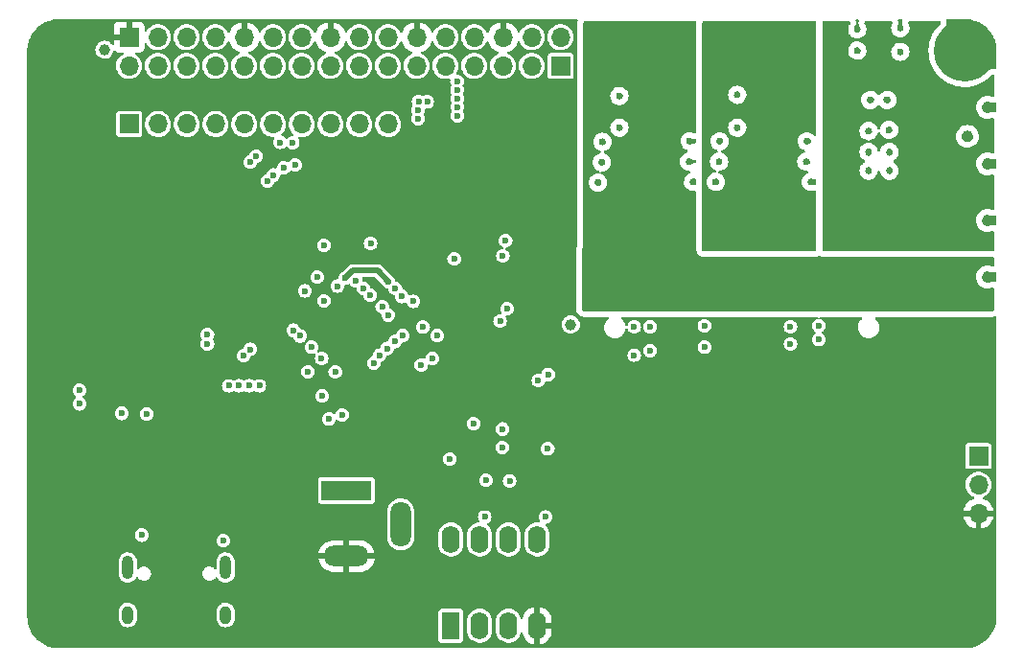
<source format=gbr>
%TF.GenerationSoftware,KiCad,Pcbnew,(6.0.6-0)*%
%TF.CreationDate,2023-04-01T16:22:28+01:00*%
%TF.ProjectId,Teacup,54656163-7570-42e6-9b69-6361645f7063,A*%
%TF.SameCoordinates,Original*%
%TF.FileFunction,Copper,L3,Inr*%
%TF.FilePolarity,Positive*%
%FSLAX46Y46*%
G04 Gerber Fmt 4.6, Leading zero omitted, Abs format (unit mm)*
G04 Created by KiCad (PCBNEW (6.0.6-0)) date 2023-04-01 16:22:28*
%MOMM*%
%LPD*%
G01*
G04 APERTURE LIST*
%TA.AperFunction,ComponentPad*%
%ADD10C,0.800000*%
%TD*%
%TA.AperFunction,ComponentPad*%
%ADD11C,5.400000*%
%TD*%
%TA.AperFunction,ComponentPad*%
%ADD12R,1.700000X1.700000*%
%TD*%
%TA.AperFunction,ComponentPad*%
%ADD13O,1.700000X1.700000*%
%TD*%
%TA.AperFunction,ComponentPad*%
%ADD14O,1.000000X1.600000*%
%TD*%
%TA.AperFunction,ComponentPad*%
%ADD15O,1.000000X2.100000*%
%TD*%
%TA.AperFunction,ComponentPad*%
%ADD16R,1.600000X2.400000*%
%TD*%
%TA.AperFunction,ComponentPad*%
%ADD17O,1.600000X2.400000*%
%TD*%
%TA.AperFunction,ComponentPad*%
%ADD18R,4.400000X1.800000*%
%TD*%
%TA.AperFunction,ComponentPad*%
%ADD19O,4.000000X1.800000*%
%TD*%
%TA.AperFunction,ComponentPad*%
%ADD20O,1.800000X4.000000*%
%TD*%
%TA.AperFunction,ViaPad*%
%ADD21C,0.600000*%
%TD*%
%TA.AperFunction,ViaPad*%
%ADD22C,1.000000*%
%TD*%
%TA.AperFunction,Conductor*%
%ADD23C,0.500000*%
%TD*%
G04 APERTURE END LIST*
D10*
%TO.N,GND*%
%TO.C,REF\u002A\u002A*%
X246431891Y-53568109D03*
X245000000Y-52975000D03*
X243568109Y-56431891D03*
X242975000Y-55000000D03*
X245000000Y-57025000D03*
X246431891Y-56431891D03*
D11*
X245000000Y-55000000D03*
D10*
X247025000Y-55000000D03*
X243568109Y-53568109D03*
%TD*%
%TO.N,GND*%
%TO.C,REF\u002A\u002A*%
X243568109Y-106431891D03*
D11*
X245000000Y-105000000D03*
D10*
X243568109Y-103568109D03*
X246431891Y-103568109D03*
X247025000Y-105000000D03*
X245000000Y-107025000D03*
X242975000Y-105000000D03*
X245000000Y-102975000D03*
X246431891Y-106431891D03*
%TD*%
D12*
%TO.N,Net-(IC1-Pad57)*%
%TO.C,J7*%
X209300000Y-56340000D03*
D13*
%TO.N,Net-(IC1-Pad58)*%
X206760000Y-56340000D03*
%TO.N,Net-(IC1-Pad59)*%
X204220000Y-56340000D03*
%TO.N,Net-(IC1-Pad60)*%
X201680000Y-56340000D03*
%TO.N,Net-(IC1-Pad61)*%
X199140000Y-56340000D03*
%TO.N,Net-(IC1-Pad62)*%
X196600000Y-56340000D03*
%TO.N,Net-(IC1-Pad63)*%
X194060000Y-56340000D03*
%TO.N,Net-(IC1-Pad64)*%
X191520000Y-56340000D03*
%TO.N,Net-(IC1-Pad65)*%
X188980000Y-56340000D03*
%TO.N,Net-(IC1-Pad66)*%
X186440000Y-56340000D03*
%TO.N,Net-(IC1-Pad68)*%
X183900000Y-56340000D03*
%TO.N,Net-(IC1-Pad69)*%
X181360000Y-56340000D03*
%TO.N,Net-(IC1-Pad70)*%
X178820000Y-56340000D03*
%TO.N,Net-(IC1-Pad71)*%
X176280000Y-56340000D03*
%TO.N,Net-(IC1-Pad1)*%
X173740000Y-56340000D03*
%TO.N,Net-(IC1-Pad2)*%
X171200000Y-56340000D03*
%TD*%
D12*
%TO.N,GND*%
%TO.C,J6*%
X171200000Y-53800000D03*
D13*
%TO.N,/AUX0*%
X173740000Y-53800000D03*
%TO.N,/MICLP*%
X176280000Y-53800000D03*
%TO.N,/HPOUTL*%
X178820000Y-53800000D03*
%TO.N,GND*%
X181360000Y-53800000D03*
%TO.N,/PB25*%
X183900000Y-53800000D03*
%TO.N,/PB26*%
X186440000Y-53800000D03*
%TO.N,GND*%
X188980000Y-53800000D03*
%TO.N,/PB27*%
X191520000Y-53800000D03*
%TO.N,/PB28*%
X194060000Y-53800000D03*
%TO.N,GND*%
X196600000Y-53800000D03*
%TO.N,/PB29*%
X199140000Y-53800000D03*
%TO.N,/PB30*%
X201680000Y-53800000D03*
%TO.N,GND*%
X204220000Y-53800000D03*
%TO.N,+3V3*%
X206760000Y-53800000D03*
X209300000Y-53800000D03*
%TD*%
D14*
%TO.N,unconnected-(J1-PadS1)*%
%TO.C,J1*%
X171080000Y-104850000D03*
D15*
X171080000Y-100670000D03*
D14*
X179720000Y-104850000D03*
D15*
X179720000Y-100670000D03*
%TD*%
D10*
%TO.N,GND*%
%TO.C,REF\u002A\u002A*%
X166431891Y-103568109D03*
X165000000Y-102975000D03*
D11*
X165000000Y-105000000D03*
D10*
X167025000Y-105000000D03*
X166431891Y-106431891D03*
X162975000Y-105000000D03*
X163568109Y-103568109D03*
X165000000Y-107025000D03*
X163568109Y-106431891D03*
%TD*%
D12*
%TO.N,/UART_TX*%
%TO.C,J5*%
X246200000Y-90800000D03*
D13*
%TO.N,/UART_RX*%
X246200000Y-93340000D03*
%TO.N,GND*%
X246200000Y-95880000D03*
%TD*%
D12*
%TO.N,/PA06*%
%TO.C,J4*%
X171200000Y-61480000D03*
D13*
%TO.N,/PA07*%
X173740000Y-61480000D03*
%TO.N,/PA08*%
X176280000Y-61480000D03*
%TO.N,/PA09*%
X178820000Y-61480000D03*
%TO.N,/PA10*%
X181360000Y-61480000D03*
%TO.N,/PA11*%
X183900000Y-61480000D03*
%TO.N,/PA14*%
X186440000Y-61480000D03*
%TO.N,/PA15*%
X188980000Y-61480000D03*
%TO.N,/PA16*%
X191520000Y-61480000D03*
%TO.N,/PA17*%
X194060000Y-61480000D03*
%TD*%
D10*
%TO.N,GND*%
%TO.C,REF\u002A\u002A*%
X167025000Y-55000000D03*
X166431891Y-56431891D03*
X166431891Y-53568109D03*
X163568109Y-53568109D03*
X165000000Y-52975000D03*
X165000000Y-57025000D03*
X162975000Y-55000000D03*
X163568109Y-56431891D03*
D11*
X165000000Y-55000000D03*
%TD*%
D16*
%TO.N,/NOR_CE*%
%TO.C,U5*%
X199600000Y-105800000D03*
D17*
%TO.N,/NOR_DR*%
X202140000Y-105800000D03*
%TO.N,Net-(R13-Pad2)*%
X204680000Y-105800000D03*
%TO.N,GND*%
X207220000Y-105800000D03*
%TO.N,/NOR_DT*%
X207220000Y-98180000D03*
%TO.N,/NOR_CK*%
X204680000Y-98180000D03*
%TO.N,Net-(R14-Pad1)*%
X202140000Y-98180000D03*
%TO.N,+3V3*%
X199600000Y-98180000D03*
%TD*%
D18*
%TO.N,+5V*%
%TO.C,J8*%
X190400000Y-93850000D03*
D19*
%TO.N,GND*%
X190400000Y-99650000D03*
D20*
%TO.N,N/C*%
X195200000Y-96850000D03*
%TD*%
D21*
%TO.N,GND*%
X212600000Y-66650000D03*
X219600000Y-78800000D03*
D22*
X185000000Y-107000000D03*
D21*
X186400000Y-86200000D03*
X194100000Y-71700000D03*
X223000000Y-66600000D03*
D22*
X163000000Y-70000000D03*
D21*
X194125000Y-79725000D03*
X238300000Y-62000000D03*
X167750000Y-79000000D03*
X189475000Y-78375000D03*
X185345142Y-74154858D03*
X194700000Y-72500000D03*
D22*
X247000000Y-65000000D03*
X190000000Y-107000000D03*
D21*
X180500000Y-99200000D03*
X171200000Y-98800000D03*
X227100000Y-78800000D03*
X220700000Y-63000000D03*
X187900000Y-70100000D03*
D22*
X195000000Y-107000000D03*
D21*
X185900000Y-73600000D03*
X206100000Y-93300000D03*
X196400000Y-74500000D03*
D22*
X247000000Y-84999999D03*
D21*
X197100000Y-75200000D03*
X195700000Y-73800000D03*
X198850000Y-87950000D03*
X184200000Y-70000000D03*
X236500000Y-63950000D03*
D22*
X163000000Y-90000000D03*
D21*
X220650000Y-64800000D03*
X214500000Y-59000000D03*
X221000000Y-66600000D03*
D22*
X163000000Y-65000000D03*
X163000000Y-75000001D03*
D21*
X191850000Y-90850000D03*
X186400000Y-73000000D03*
X191200000Y-87300000D03*
D22*
X163000000Y-84999999D03*
X163000000Y-60000000D03*
X220000000Y-107000000D03*
D21*
X238150000Y-59350000D03*
D22*
X163000000Y-95000000D03*
X180000000Y-107000000D03*
D21*
X236500000Y-62100000D03*
D22*
X245225000Y-62575000D03*
X210000000Y-107000000D03*
D21*
X172700000Y-95400000D03*
X167750000Y-75975000D03*
X171900000Y-88850000D03*
X183600000Y-84800000D03*
X235500000Y-53100000D03*
X183400000Y-71100000D03*
X223300000Y-64800000D03*
X231050000Y-63000000D03*
X196100000Y-85000000D03*
X175900000Y-94600000D03*
D22*
X240000000Y-107000000D03*
D21*
X187500000Y-88000000D03*
D22*
X163000000Y-100000000D03*
X170000000Y-107000000D03*
X230000000Y-107000000D03*
X225000000Y-107000000D03*
D21*
X190442628Y-76368128D03*
X238350000Y-65600000D03*
X186800000Y-87300000D03*
X203100000Y-74300000D03*
X189475000Y-81875000D03*
X185100000Y-85000000D03*
X201400000Y-68600000D03*
X235500000Y-55000000D03*
D22*
X247000000Y-100000000D03*
D21*
X239300000Y-53000000D03*
D22*
X247000000Y-80000001D03*
D21*
X188200000Y-68700000D03*
X231400000Y-66600000D03*
X187949500Y-78950000D03*
X189100000Y-71500000D03*
X197875500Y-75300000D03*
X167750000Y-73000000D03*
D22*
X163000000Y-105000000D03*
D21*
X213000000Y-63050000D03*
D22*
X247000000Y-60000000D03*
X235000000Y-107000000D03*
D21*
X214500000Y-61800000D03*
X212950000Y-64850000D03*
D22*
X247000000Y-75000000D03*
D21*
X199800000Y-68600000D03*
D22*
X163000000Y-80000001D03*
D21*
X192875000Y-78375000D03*
D22*
X247000000Y-70000000D03*
D21*
X179000000Y-95400000D03*
X224900000Y-61800000D03*
X192950000Y-80750000D03*
X196900000Y-84300000D03*
X223350000Y-63000000D03*
X224900000Y-58900000D03*
X188350000Y-80575000D03*
X231000000Y-64800000D03*
X239300000Y-55100000D03*
X190580378Y-82630378D03*
X236500000Y-65600000D03*
X191650000Y-81550000D03*
D22*
X215000000Y-107000000D03*
X175000000Y-107000000D03*
D21*
X167650000Y-82000000D03*
X236650000Y-59350000D03*
X238350000Y-63950000D03*
%TO.N,Net-(C19-Pad2)*%
X193550000Y-77625000D03*
X204200000Y-73125000D03*
%TO.N,+3V3*%
X193300000Y-81900000D03*
X201600000Y-87950000D03*
X208175000Y-90175000D03*
D22*
X212050000Y-75775000D03*
D21*
X212400000Y-74000000D03*
D22*
X227200000Y-73900000D03*
D21*
X235700000Y-75000000D03*
X212425000Y-60400000D03*
X220587500Y-74900000D03*
X228500000Y-75000000D03*
X211875000Y-70725000D03*
X199900000Y-73400000D03*
X172750000Y-87100000D03*
X192525500Y-72025000D03*
X233900000Y-75000000D03*
X191200000Y-75300000D03*
D22*
X239100000Y-73900000D03*
D21*
X199525000Y-91075000D03*
D22*
X212075000Y-53800000D03*
X216400000Y-70700000D03*
D21*
X170550000Y-87050000D03*
X224600000Y-75700000D03*
X224400000Y-74000000D03*
X218800000Y-74900000D03*
X189400000Y-83400000D03*
%TO.N,+1V8*%
X188400000Y-72200000D03*
X204450000Y-71800000D03*
D22*
X224100000Y-70700000D03*
D21*
X187800000Y-75000000D03*
X189600000Y-75800000D03*
X194100000Y-75400000D03*
X187000000Y-83350000D03*
X190010589Y-87160589D03*
X190300000Y-75100000D03*
X188200000Y-82200000D03*
X195283972Y-76716028D03*
X188250500Y-85500000D03*
%TO.N,+0V8*%
X188851886Y-87550000D03*
X187300000Y-81200000D03*
D22*
X237900000Y-70700000D03*
D21*
X192800000Y-82600000D03*
X188400000Y-77100000D03*
X191900000Y-76000000D03*
X196300000Y-77149114D03*
X194710901Y-76016528D03*
%TO.N,Net-(IC1-Pad1)*%
X182426990Y-64326990D03*
X183949773Y-65984775D03*
%TO.N,Net-(IC1-Pad2)*%
X183419794Y-66514754D03*
X181897012Y-64856968D03*
%TO.N,/MIPI_CLK_N*%
X178115034Y-80100000D03*
X181882843Y-81387657D03*
%TO.N,/MIPI_CLK_P*%
X178115034Y-80900000D03*
X181317157Y-81953343D03*
%TO.N,/NOR_CK*%
X204150000Y-90050000D03*
X204182082Y-88425813D03*
%TO.N,/MMC0_D1*%
X215800000Y-79400000D03*
X215800000Y-81900000D03*
%TO.N,/MMC0_D0*%
X217200000Y-81500000D03*
X217200000Y-79400000D03*
%TO.N,/MMC0_CLK*%
X222000000Y-81200000D03*
X222000000Y-79300000D03*
%TO.N,/MMC0_CMD*%
X229600000Y-79400000D03*
X229600000Y-80900000D03*
%TO.N,/MMC0_D3*%
X232100000Y-80524500D03*
X232100000Y-79300000D03*
D22*
%TO.N,/HPOUTL*%
X169025000Y-54925000D03*
D21*
%TO.N,Net-(IC1-Pad58)*%
X193976284Y-81301299D03*
X196995878Y-82775500D03*
%TO.N,Net-(IC1-Pad60)*%
X197977297Y-82175500D03*
X194700000Y-80700000D03*
%TO.N,Net-(IC1-Pad62)*%
X200150000Y-57700000D03*
%TO.N,Net-(IC1-Pad63)*%
X200154142Y-58449491D03*
%TO.N,Net-(IC1-Pad64)*%
X200185462Y-59222568D03*
%TO.N,Net-(IC1-Pad65)*%
X198400000Y-80175500D03*
X195356896Y-80170335D03*
X200201543Y-59971898D03*
%TO.N,Net-(IC1-Pad66)*%
X200200000Y-60750000D03*
%TO.N,Net-(IC1-Pad68)*%
X197523192Y-59526808D03*
%TO.N,Net-(IC1-Pad69)*%
X196756299Y-59501671D03*
%TO.N,Net-(IC1-Pad70)*%
X196724500Y-60250498D03*
%TO.N,Net-(IC1-Pad71)*%
X196725500Y-61000000D03*
%TO.N,/UART_RX*%
X207331538Y-84131538D03*
X203957184Y-78882684D03*
%TO.N,/UART_TX*%
X197166622Y-79423508D03*
X194075500Y-78348513D03*
X204575500Y-77800000D03*
X208200000Y-83600000D03*
D22*
%TO.N,+5V*%
X210200000Y-79200000D03*
D21*
X179500000Y-98300000D03*
X172300000Y-97800000D03*
%TO.N,Net-(R13-Pad2)*%
X204800000Y-93000000D03*
X202700000Y-92950000D03*
%TO.N,Net-(R14-Pad1)*%
X207950000Y-96200000D03*
X202600000Y-96200000D03*
%TO.N,/PB26*%
X185650000Y-63125500D03*
X185850000Y-65100000D03*
%TO.N,/PB25*%
X184850000Y-65350000D03*
X184550000Y-63100000D03*
%TO.N,/CAM_PE*%
X186726184Y-76221865D03*
X180000000Y-84600000D03*
%TO.N,/I2C0_SCK*%
X166800000Y-85000000D03*
X186300000Y-80200000D03*
X181800000Y-84600000D03*
%TO.N,/I2C0_SDA*%
X185700000Y-79700000D03*
X182700000Y-84600000D03*
X166800000Y-86200000D03*
%TO.N,/CAM_LED*%
X180900000Y-84600000D03*
X192500000Y-76600000D03*
%TD*%
D23*
%TO.N,+1V8*%
X190975000Y-74425000D02*
X193125000Y-74425000D01*
X190300000Y-75100000D02*
X190975000Y-74425000D01*
X193125000Y-74425000D02*
X194100000Y-75400000D01*
%TD*%
%TA.AperFunction,Conductor*%
%TO.N,+0V8*%
G36*
X234820758Y-52428502D02*
G01*
X234867251Y-52482158D01*
X234877355Y-52552432D01*
X234858549Y-52602753D01*
X234771235Y-52738238D01*
X234768826Y-52744858D01*
X234768824Y-52744861D01*
X234739021Y-52826744D01*
X234709197Y-52908685D01*
X234686463Y-53088640D01*
X234704163Y-53269160D01*
X234761418Y-53441273D01*
X234765065Y-53447295D01*
X234765066Y-53447297D01*
X234840068Y-53571140D01*
X234855380Y-53596424D01*
X234860269Y-53601487D01*
X234860270Y-53601488D01*
X234937121Y-53681068D01*
X234981382Y-53726902D01*
X234987278Y-53730760D01*
X235089477Y-53797637D01*
X235133159Y-53826222D01*
X235139763Y-53828678D01*
X235139765Y-53828679D01*
X235296558Y-53886990D01*
X235296560Y-53886990D01*
X235303168Y-53889448D01*
X235386995Y-53900633D01*
X235475980Y-53912507D01*
X235475984Y-53912507D01*
X235482961Y-53913438D01*
X235489972Y-53912800D01*
X235489976Y-53912800D01*
X235632459Y-53899832D01*
X235663600Y-53896998D01*
X235670302Y-53894820D01*
X235670304Y-53894820D01*
X235829409Y-53843124D01*
X235829412Y-53843123D01*
X235836108Y-53840947D01*
X235991912Y-53748069D01*
X236123266Y-53622982D01*
X236223643Y-53471902D01*
X236265423Y-53361917D01*
X236285555Y-53308920D01*
X236285556Y-53308918D01*
X236288055Y-53302338D01*
X236289035Y-53295366D01*
X236312748Y-53126639D01*
X236312748Y-53126636D01*
X236313299Y-53122717D01*
X236313616Y-53100000D01*
X236293397Y-52919745D01*
X236291080Y-52913091D01*
X236236064Y-52755106D01*
X236236062Y-52755103D01*
X236233745Y-52748448D01*
X236141778Y-52601268D01*
X236122642Y-52532900D01*
X236143507Y-52465039D01*
X236197749Y-52419231D01*
X236248632Y-52408500D01*
X238488191Y-52408500D01*
X238556312Y-52428502D01*
X238602805Y-52482158D01*
X238612909Y-52552432D01*
X238594104Y-52602752D01*
X238571235Y-52638238D01*
X238568826Y-52644858D01*
X238568824Y-52644861D01*
X238528698Y-52755106D01*
X238509197Y-52808685D01*
X238486463Y-52988640D01*
X238504163Y-53169160D01*
X238561418Y-53341273D01*
X238565065Y-53347295D01*
X238565066Y-53347297D01*
X238644085Y-53477773D01*
X238655380Y-53496424D01*
X238781382Y-53626902D01*
X238933159Y-53726222D01*
X238939763Y-53728678D01*
X238939765Y-53728679D01*
X239096558Y-53786990D01*
X239096560Y-53786990D01*
X239103168Y-53789448D01*
X239186995Y-53800633D01*
X239275980Y-53812507D01*
X239275984Y-53812507D01*
X239282961Y-53813438D01*
X239289972Y-53812800D01*
X239289976Y-53812800D01*
X239432459Y-53799832D01*
X239463600Y-53796998D01*
X239470302Y-53794820D01*
X239470304Y-53794820D01*
X239629409Y-53743124D01*
X239629412Y-53743123D01*
X239636108Y-53740947D01*
X239791912Y-53648069D01*
X239923266Y-53522982D01*
X240023643Y-53371902D01*
X240088055Y-53202338D01*
X240089035Y-53195366D01*
X240112748Y-53026639D01*
X240112748Y-53026636D01*
X240113299Y-53022717D01*
X240113616Y-53000000D01*
X240093397Y-52819745D01*
X240091080Y-52813091D01*
X240036064Y-52655106D01*
X240036062Y-52655103D01*
X240033745Y-52648448D01*
X240004264Y-52601267D01*
X239985129Y-52532899D01*
X240005995Y-52465038D01*
X240060237Y-52419231D01*
X240111119Y-52408500D01*
X242753925Y-52408500D01*
X242822046Y-52428502D01*
X242868539Y-52482158D01*
X242878643Y-52552432D01*
X242849149Y-52617012D01*
X242836923Y-52629301D01*
X242751593Y-52704002D01*
X242509672Y-52968938D01*
X242298792Y-53259190D01*
X242297050Y-53262256D01*
X242297049Y-53262258D01*
X242270541Y-53308920D01*
X242121580Y-53571140D01*
X242097278Y-53627841D01*
X242011199Y-53828679D01*
X241980245Y-53900899D01*
X241876549Y-54244358D01*
X241848584Y-54396728D01*
X241830617Y-54494624D01*
X241811784Y-54597235D01*
X241786757Y-54955132D01*
X241801781Y-55313588D01*
X241826289Y-55471902D01*
X241850285Y-55626902D01*
X241856668Y-55668136D01*
X241950734Y-56014356D01*
X242082806Y-56347933D01*
X242251239Y-56664709D01*
X242253224Y-56667607D01*
X242253230Y-56667618D01*
X242451942Y-56957829D01*
X242451947Y-56957835D01*
X242453933Y-56960736D01*
X242456236Y-56963404D01*
X242632009Y-57167039D01*
X242688361Y-57232324D01*
X242951602Y-57476087D01*
X243240375Y-57688989D01*
X243551080Y-57868375D01*
X243554301Y-57869782D01*
X243876622Y-58010601D01*
X243876632Y-58010605D01*
X243879844Y-58012008D01*
X243883201Y-58013047D01*
X243883206Y-58013049D01*
X244018744Y-58055005D01*
X244222570Y-58118100D01*
X244574987Y-58185327D01*
X244771571Y-58200453D01*
X244929203Y-58212582D01*
X244929204Y-58212582D01*
X244932700Y-58212851D01*
X245150001Y-58205263D01*
X245287738Y-58200453D01*
X245287743Y-58200453D01*
X245291253Y-58200330D01*
X245294734Y-58199816D01*
X245642683Y-58148436D01*
X245642689Y-58148435D01*
X245646175Y-58147920D01*
X245649579Y-58147021D01*
X245649582Y-58147020D01*
X245989652Y-58057169D01*
X245989653Y-58057169D01*
X245993043Y-58056273D01*
X246327534Y-57926533D01*
X246645478Y-57760316D01*
X246942913Y-57559693D01*
X247216131Y-57327167D01*
X247373651Y-57159425D01*
X247434863Y-57123461D01*
X247505802Y-57126298D01*
X247563947Y-57167039D01*
X247590835Y-57232747D01*
X247591500Y-57245679D01*
X247591500Y-58961925D01*
X247571498Y-59030046D01*
X247517842Y-59076539D01*
X247447568Y-59086643D01*
X247405570Y-59072760D01*
X247398122Y-59068733D01*
X247398121Y-59068733D01*
X247392701Y-59065802D01*
X247203768Y-59007318D01*
X247197643Y-59006674D01*
X247197642Y-59006674D01*
X247013204Y-58987289D01*
X247013202Y-58987289D01*
X247007075Y-58986645D01*
X246943080Y-58992469D01*
X246816251Y-59004011D01*
X246816248Y-59004012D01*
X246810112Y-59004570D01*
X246804206Y-59006308D01*
X246804202Y-59006309D01*
X246699076Y-59037249D01*
X246620381Y-59060410D01*
X246614923Y-59063263D01*
X246614919Y-59063265D01*
X246589529Y-59076539D01*
X246445110Y-59152040D01*
X246290975Y-59275968D01*
X246163846Y-59427474D01*
X246160879Y-59432872D01*
X246160875Y-59432877D01*
X246109767Y-59525844D01*
X246068567Y-59600787D01*
X246066706Y-59606654D01*
X246066705Y-59606656D01*
X246041983Y-59684590D01*
X246008765Y-59789306D01*
X245986719Y-59985851D01*
X245987235Y-59991995D01*
X246001553Y-60162507D01*
X246003268Y-60182934D01*
X246057783Y-60373050D01*
X246148187Y-60548956D01*
X246271035Y-60703953D01*
X246421650Y-60832136D01*
X246594294Y-60928624D01*
X246782392Y-60989740D01*
X246978777Y-61013158D01*
X246984912Y-61012686D01*
X246984914Y-61012686D01*
X247169830Y-60998457D01*
X247169834Y-60998456D01*
X247175972Y-60997984D01*
X247366463Y-60944798D01*
X247394713Y-60930528D01*
X247408690Y-60923468D01*
X247478512Y-60910608D01*
X247544203Y-60937538D01*
X247584906Y-60995708D01*
X247591500Y-61035934D01*
X247591500Y-63961925D01*
X247571498Y-64030046D01*
X247517842Y-64076539D01*
X247447568Y-64086643D01*
X247405570Y-64072760D01*
X247398122Y-64068733D01*
X247398121Y-64068733D01*
X247392701Y-64065802D01*
X247203768Y-64007318D01*
X247197643Y-64006674D01*
X247197642Y-64006674D01*
X247013204Y-63987289D01*
X247013202Y-63987289D01*
X247007075Y-63986645D01*
X246924576Y-63994153D01*
X246816251Y-64004011D01*
X246816248Y-64004012D01*
X246810112Y-64004570D01*
X246804206Y-64006308D01*
X246804202Y-64006309D01*
X246699076Y-64037249D01*
X246620381Y-64060410D01*
X246614923Y-64063263D01*
X246614919Y-64063265D01*
X246589529Y-64076539D01*
X246445110Y-64152040D01*
X246290975Y-64275968D01*
X246163846Y-64427474D01*
X246160879Y-64432872D01*
X246160875Y-64432877D01*
X246084484Y-64571834D01*
X246068567Y-64600787D01*
X246066706Y-64606654D01*
X246066705Y-64606656D01*
X246024581Y-64739448D01*
X246008765Y-64789306D01*
X245986719Y-64985851D01*
X245987235Y-64991995D01*
X245995853Y-65094624D01*
X246003268Y-65182934D01*
X246057783Y-65373050D01*
X246148187Y-65548956D01*
X246271035Y-65703953D01*
X246275728Y-65707947D01*
X246275729Y-65707948D01*
X246339418Y-65762151D01*
X246421650Y-65832136D01*
X246594294Y-65928624D01*
X246782392Y-65989740D01*
X246978777Y-66013158D01*
X246984912Y-66012686D01*
X246984914Y-66012686D01*
X247169830Y-65998457D01*
X247169834Y-65998456D01*
X247175972Y-65997984D01*
X247366463Y-65944798D01*
X247394713Y-65930528D01*
X247408690Y-65923468D01*
X247478512Y-65910608D01*
X247544203Y-65937538D01*
X247584906Y-65995708D01*
X247591500Y-66035934D01*
X247591500Y-68961925D01*
X247571498Y-69030046D01*
X247517842Y-69076539D01*
X247447568Y-69086643D01*
X247405570Y-69072760D01*
X247398122Y-69068733D01*
X247398121Y-69068733D01*
X247392701Y-69065802D01*
X247203768Y-69007318D01*
X247197643Y-69006674D01*
X247197642Y-69006674D01*
X247013204Y-68987289D01*
X247013202Y-68987289D01*
X247007075Y-68986645D01*
X246924576Y-68994153D01*
X246816251Y-69004011D01*
X246816248Y-69004012D01*
X246810112Y-69004570D01*
X246804206Y-69006308D01*
X246804202Y-69006309D01*
X246699076Y-69037249D01*
X246620381Y-69060410D01*
X246614923Y-69063263D01*
X246614919Y-69063265D01*
X246589529Y-69076539D01*
X246445110Y-69152040D01*
X246290975Y-69275968D01*
X246163846Y-69427474D01*
X246160879Y-69432872D01*
X246160875Y-69432877D01*
X246082095Y-69576180D01*
X246068567Y-69600787D01*
X246008765Y-69789306D01*
X245986719Y-69985851D01*
X246003268Y-70182934D01*
X246057783Y-70373050D01*
X246148187Y-70548956D01*
X246271035Y-70703953D01*
X246421650Y-70832136D01*
X246594294Y-70928624D01*
X246782392Y-70989740D01*
X246978777Y-71013158D01*
X246984912Y-71012686D01*
X246984914Y-71012686D01*
X247169830Y-70998457D01*
X247169834Y-70998456D01*
X247175972Y-70997984D01*
X247366463Y-70944798D01*
X247394713Y-70930528D01*
X247408690Y-70923468D01*
X247478512Y-70910608D01*
X247544203Y-70937538D01*
X247584906Y-70995708D01*
X247591500Y-71035934D01*
X247591500Y-72574000D01*
X247571498Y-72642121D01*
X247517842Y-72688614D01*
X247465500Y-72700000D01*
X232526000Y-72700000D01*
X232457879Y-72679998D01*
X232411386Y-72626342D01*
X232400000Y-72574000D01*
X232400000Y-65588640D01*
X235686463Y-65588640D01*
X235704163Y-65769160D01*
X235761418Y-65941273D01*
X235765065Y-65947295D01*
X235765066Y-65947297D01*
X235804953Y-66013158D01*
X235855380Y-66096424D01*
X235981382Y-66226902D01*
X236133159Y-66326222D01*
X236139763Y-66328678D01*
X236139765Y-66328679D01*
X236296558Y-66386990D01*
X236296560Y-66386990D01*
X236303168Y-66389448D01*
X236386995Y-66400633D01*
X236475980Y-66412507D01*
X236475984Y-66412507D01*
X236482961Y-66413438D01*
X236489972Y-66412800D01*
X236489976Y-66412800D01*
X236632459Y-66399832D01*
X236663600Y-66396998D01*
X236670302Y-66394820D01*
X236670304Y-66394820D01*
X236829409Y-66343124D01*
X236829412Y-66343123D01*
X236836108Y-66340947D01*
X236991912Y-66248069D01*
X237123266Y-66122982D01*
X237223643Y-65971902D01*
X237276736Y-65832136D01*
X237285555Y-65808920D01*
X237285556Y-65808918D01*
X237288055Y-65802338D01*
X237299660Y-65719761D01*
X237328948Y-65655088D01*
X237388552Y-65616514D01*
X237459548Y-65616289D01*
X237519396Y-65654482D01*
X237549833Y-65725001D01*
X237554163Y-65769160D01*
X237611418Y-65941273D01*
X237615065Y-65947295D01*
X237615066Y-65947297D01*
X237654953Y-66013158D01*
X237705380Y-66096424D01*
X237831382Y-66226902D01*
X237983159Y-66326222D01*
X237989763Y-66328678D01*
X237989765Y-66328679D01*
X238146558Y-66386990D01*
X238146560Y-66386990D01*
X238153168Y-66389448D01*
X238236995Y-66400633D01*
X238325980Y-66412507D01*
X238325984Y-66412507D01*
X238332961Y-66413438D01*
X238339972Y-66412800D01*
X238339976Y-66412800D01*
X238482459Y-66399832D01*
X238513600Y-66396998D01*
X238520302Y-66394820D01*
X238520304Y-66394820D01*
X238679409Y-66343124D01*
X238679412Y-66343123D01*
X238686108Y-66340947D01*
X238841912Y-66248069D01*
X238973266Y-66122982D01*
X239073643Y-65971902D01*
X239126736Y-65832136D01*
X239135555Y-65808920D01*
X239135556Y-65808918D01*
X239138055Y-65802338D01*
X239139035Y-65795365D01*
X239162748Y-65626639D01*
X239162748Y-65626636D01*
X239163299Y-65622717D01*
X239163616Y-65600000D01*
X239143397Y-65419745D01*
X239141080Y-65413091D01*
X239086064Y-65255106D01*
X239086062Y-65255103D01*
X239083745Y-65248448D01*
X238987626Y-65094624D01*
X238885711Y-64991995D01*
X238864778Y-64970915D01*
X238864774Y-64970912D01*
X238859815Y-64965918D01*
X238725182Y-64880478D01*
X238678386Y-64827092D01*
X238667881Y-64756877D01*
X238697004Y-64692128D01*
X238728179Y-64665867D01*
X238841912Y-64598069D01*
X238973266Y-64472982D01*
X239073643Y-64321902D01*
X239115423Y-64211917D01*
X239135555Y-64158920D01*
X239135556Y-64158918D01*
X239138055Y-64152338D01*
X239139035Y-64145365D01*
X239162748Y-63976639D01*
X239162748Y-63976636D01*
X239163299Y-63972717D01*
X239163616Y-63950000D01*
X239143397Y-63769745D01*
X239141080Y-63763091D01*
X239086064Y-63605106D01*
X239086062Y-63605103D01*
X239083745Y-63598448D01*
X239068129Y-63573457D01*
X238991359Y-63450598D01*
X238987626Y-63444624D01*
X238973941Y-63430843D01*
X238864778Y-63320915D01*
X238864774Y-63320912D01*
X238859815Y-63315918D01*
X238848697Y-63308862D01*
X238793956Y-63274123D01*
X238706666Y-63218727D01*
X238677463Y-63208328D01*
X238542425Y-63160243D01*
X238542420Y-63160242D01*
X238535790Y-63157881D01*
X238528802Y-63157048D01*
X238528799Y-63157047D01*
X238405698Y-63142368D01*
X238355680Y-63136404D01*
X238348677Y-63137140D01*
X238348676Y-63137140D01*
X238182288Y-63154628D01*
X238182286Y-63154629D01*
X238175288Y-63155364D01*
X238003579Y-63213818D01*
X237997575Y-63217512D01*
X237855095Y-63305166D01*
X237855092Y-63305168D01*
X237849088Y-63308862D01*
X237844053Y-63313793D01*
X237844050Y-63313795D01*
X237748734Y-63407136D01*
X237719493Y-63435771D01*
X237621235Y-63588238D01*
X237618826Y-63594858D01*
X237618824Y-63594861D01*
X237561606Y-63752066D01*
X237559197Y-63758685D01*
X237558314Y-63765675D01*
X237550184Y-63830029D01*
X237521802Y-63895106D01*
X237462742Y-63934507D01*
X237391756Y-63935724D01*
X237331381Y-63898369D01*
X237299963Y-63828282D01*
X237294182Y-63776744D01*
X237293397Y-63769745D01*
X237291080Y-63763091D01*
X237236064Y-63605106D01*
X237236062Y-63605103D01*
X237233745Y-63598448D01*
X237218129Y-63573457D01*
X237141359Y-63450598D01*
X237137626Y-63444624D01*
X237123941Y-63430843D01*
X237014778Y-63320915D01*
X237014774Y-63320912D01*
X237009815Y-63315918D01*
X236998697Y-63308862D01*
X236943956Y-63274123D01*
X236856666Y-63218727D01*
X236827463Y-63208328D01*
X236692425Y-63160243D01*
X236692420Y-63160242D01*
X236685790Y-63157881D01*
X236639016Y-63152304D01*
X236625738Y-63150720D01*
X236560465Y-63122792D01*
X236520653Y-63064009D01*
X236518941Y-62993033D01*
X236555874Y-62932399D01*
X236619725Y-62901357D01*
X236629234Y-62900126D01*
X236663600Y-62896998D01*
X236670302Y-62894820D01*
X236670304Y-62894820D01*
X236829409Y-62843124D01*
X236829412Y-62843123D01*
X236836108Y-62840947D01*
X236965426Y-62763858D01*
X236985860Y-62751677D01*
X236985862Y-62751676D01*
X236991912Y-62748069D01*
X237123266Y-62622982D01*
X237223643Y-62471902D01*
X237266745Y-62358436D01*
X237285555Y-62308920D01*
X237285556Y-62308918D01*
X237288055Y-62302338D01*
X237289034Y-62295369D01*
X237289037Y-62295359D01*
X237290635Y-62283988D01*
X237319924Y-62219315D01*
X237379529Y-62180743D01*
X237450526Y-62180520D01*
X237510372Y-62218715D01*
X237534965Y-62261753D01*
X237561418Y-62341273D01*
X237565065Y-62347295D01*
X237565066Y-62347297D01*
X237644085Y-62477773D01*
X237655380Y-62496424D01*
X237781382Y-62626902D01*
X237933159Y-62726222D01*
X237939763Y-62728678D01*
X237939765Y-62728679D01*
X238096558Y-62786990D01*
X238096560Y-62786990D01*
X238103168Y-62789448D01*
X238178600Y-62799513D01*
X238275980Y-62812507D01*
X238275984Y-62812507D01*
X238282961Y-62813438D01*
X238289972Y-62812800D01*
X238289976Y-62812800D01*
X238435966Y-62799513D01*
X238463600Y-62796998D01*
X238470302Y-62794820D01*
X238470304Y-62794820D01*
X238629409Y-62743124D01*
X238629412Y-62743123D01*
X238636108Y-62740947D01*
X238791912Y-62648069D01*
X238883500Y-62560851D01*
X244211719Y-62560851D01*
X244212235Y-62566995D01*
X244227743Y-62751677D01*
X244228268Y-62757934D01*
X244239653Y-62797637D01*
X244269041Y-62900125D01*
X244282783Y-62948050D01*
X244373187Y-63123956D01*
X244496035Y-63278953D01*
X244646650Y-63407136D01*
X244819294Y-63503624D01*
X245007392Y-63564740D01*
X245203777Y-63588158D01*
X245209912Y-63587686D01*
X245209914Y-63587686D01*
X245394830Y-63573457D01*
X245394834Y-63573456D01*
X245400972Y-63572984D01*
X245591463Y-63519798D01*
X245596967Y-63517018D01*
X245596969Y-63517017D01*
X245762495Y-63433404D01*
X245762497Y-63433403D01*
X245767996Y-63430625D01*
X245908419Y-63320915D01*
X245918991Y-63312655D01*
X245923847Y-63308861D01*
X246053078Y-63159145D01*
X246150769Y-62987179D01*
X246213197Y-62799513D01*
X246237985Y-62603295D01*
X246238380Y-62575000D01*
X246219080Y-62378167D01*
X246217189Y-62371902D01*
X246183933Y-62261755D01*
X246161916Y-62188831D01*
X246069066Y-62014204D01*
X245983007Y-61908685D01*
X245947960Y-61865713D01*
X245947957Y-61865710D01*
X245944065Y-61860938D01*
X245937724Y-61855692D01*
X245796425Y-61738799D01*
X245796421Y-61738797D01*
X245791675Y-61734870D01*
X245617701Y-61640802D01*
X245428768Y-61582318D01*
X245422643Y-61581674D01*
X245422642Y-61581674D01*
X245238204Y-61562289D01*
X245238202Y-61562289D01*
X245232075Y-61561645D01*
X245149576Y-61569153D01*
X245041251Y-61579011D01*
X245041248Y-61579012D01*
X245035112Y-61579570D01*
X245029206Y-61581308D01*
X245029202Y-61581309D01*
X244924076Y-61612249D01*
X244845381Y-61635410D01*
X244839923Y-61638263D01*
X244839919Y-61638265D01*
X244807706Y-61655106D01*
X244670110Y-61727040D01*
X244515975Y-61850968D01*
X244388846Y-62002474D01*
X244385879Y-62007872D01*
X244385875Y-62007877D01*
X244335231Y-62100000D01*
X244293567Y-62175787D01*
X244291706Y-62181654D01*
X244291705Y-62181656D01*
X244239161Y-62347297D01*
X244233765Y-62364306D01*
X244211719Y-62560851D01*
X238883500Y-62560851D01*
X238923266Y-62522982D01*
X239023643Y-62371902D01*
X239088055Y-62202338D01*
X239091121Y-62180520D01*
X239112748Y-62026639D01*
X239112748Y-62026636D01*
X239113299Y-62022717D01*
X239113452Y-62011738D01*
X239113561Y-62003962D01*
X239113561Y-62003957D01*
X239113616Y-62000000D01*
X239093397Y-61819745D01*
X239091080Y-61813091D01*
X239036064Y-61655106D01*
X239036062Y-61655103D01*
X239033745Y-61648448D01*
X238937626Y-61494624D01*
X238909120Y-61465918D01*
X238814778Y-61370915D01*
X238814774Y-61370912D01*
X238809815Y-61365918D01*
X238802928Y-61361547D01*
X238713237Y-61304628D01*
X238656666Y-61268727D01*
X238627463Y-61258328D01*
X238492425Y-61210243D01*
X238492420Y-61210242D01*
X238485790Y-61207881D01*
X238478802Y-61207048D01*
X238478799Y-61207047D01*
X238355698Y-61192368D01*
X238305680Y-61186404D01*
X238298677Y-61187140D01*
X238298676Y-61187140D01*
X238132288Y-61204628D01*
X238132286Y-61204629D01*
X238125288Y-61205364D01*
X237953579Y-61263818D01*
X237947575Y-61267512D01*
X237805095Y-61355166D01*
X237805092Y-61355168D01*
X237799088Y-61358862D01*
X237794053Y-61363793D01*
X237794050Y-61363795D01*
X237693621Y-61462143D01*
X237669493Y-61485771D01*
X237571235Y-61638238D01*
X237568826Y-61644858D01*
X237568824Y-61644861D01*
X237528698Y-61755106D01*
X237509197Y-61808685D01*
X237508314Y-61815674D01*
X237506658Y-61822520D01*
X237504411Y-61821976D01*
X237480402Y-61877024D01*
X237421342Y-61916425D01*
X237350356Y-61917640D01*
X237289981Y-61880285D01*
X237264788Y-61837591D01*
X237236064Y-61755106D01*
X237236062Y-61755103D01*
X237233745Y-61748448D01*
X237166481Y-61640802D01*
X237141359Y-61600598D01*
X237137626Y-61594624D01*
X237105516Y-61562289D01*
X237014778Y-61470915D01*
X237014774Y-61470912D01*
X237009815Y-61465918D01*
X236998697Y-61458862D01*
X236950538Y-61428300D01*
X236856666Y-61368727D01*
X236818582Y-61355166D01*
X236692425Y-61310243D01*
X236692420Y-61310242D01*
X236685790Y-61307881D01*
X236678802Y-61307048D01*
X236678799Y-61307047D01*
X236555698Y-61292368D01*
X236505680Y-61286404D01*
X236498677Y-61287140D01*
X236498676Y-61287140D01*
X236332288Y-61304628D01*
X236332286Y-61304629D01*
X236325288Y-61305364D01*
X236153579Y-61363818D01*
X236147575Y-61367512D01*
X236005095Y-61455166D01*
X236005092Y-61455168D01*
X235999088Y-61458862D01*
X235994053Y-61463793D01*
X235994050Y-61463795D01*
X235893472Y-61562289D01*
X235869493Y-61585771D01*
X235771235Y-61738238D01*
X235768826Y-61744858D01*
X235768824Y-61744861D01*
X235720721Y-61877024D01*
X235709197Y-61908685D01*
X235686463Y-62088640D01*
X235704163Y-62269160D01*
X235761418Y-62441273D01*
X235765065Y-62447295D01*
X235765066Y-62447297D01*
X235844539Y-62578523D01*
X235855380Y-62596424D01*
X235860269Y-62601487D01*
X235860270Y-62601488D01*
X235937121Y-62681068D01*
X235981382Y-62726902D01*
X236028804Y-62757934D01*
X236089477Y-62797637D01*
X236133159Y-62826222D01*
X236139763Y-62828678D01*
X236139765Y-62828679D01*
X236296558Y-62886990D01*
X236296560Y-62886990D01*
X236303168Y-62889448D01*
X236310153Y-62890380D01*
X236310157Y-62890381D01*
X236343428Y-62894820D01*
X236380327Y-62899743D01*
X236445203Y-62928578D01*
X236484191Y-62987912D01*
X236484912Y-63058905D01*
X236447137Y-63119017D01*
X236376834Y-63149946D01*
X236332288Y-63154628D01*
X236332286Y-63154629D01*
X236325288Y-63155364D01*
X236153579Y-63213818D01*
X236147575Y-63217512D01*
X236005095Y-63305166D01*
X236005092Y-63305168D01*
X235999088Y-63308862D01*
X235994053Y-63313793D01*
X235994050Y-63313795D01*
X235898734Y-63407136D01*
X235869493Y-63435771D01*
X235771235Y-63588238D01*
X235768826Y-63594858D01*
X235768824Y-63594861D01*
X235711606Y-63752066D01*
X235709197Y-63758685D01*
X235686463Y-63938640D01*
X235704163Y-64119160D01*
X235761418Y-64291273D01*
X235765065Y-64297295D01*
X235765066Y-64297297D01*
X235847176Y-64432877D01*
X235855380Y-64446424D01*
X235981382Y-64576902D01*
X235987274Y-64580757D01*
X235987278Y-64580761D01*
X236124682Y-64670675D01*
X236170731Y-64724712D01*
X236180254Y-64795067D01*
X236150229Y-64859402D01*
X236121718Y-64883419D01*
X235999088Y-64958862D01*
X235994053Y-64963793D01*
X235994050Y-64963795D01*
X235874525Y-65080843D01*
X235869493Y-65085771D01*
X235771235Y-65238238D01*
X235768826Y-65244858D01*
X235768824Y-65244861D01*
X235724324Y-65367123D01*
X235709197Y-65408685D01*
X235686463Y-65588640D01*
X232400000Y-65588640D01*
X232400000Y-59338640D01*
X235836463Y-59338640D01*
X235854163Y-59519160D01*
X235911418Y-59691273D01*
X235915065Y-59697295D01*
X235915066Y-59697297D01*
X235988521Y-59818586D01*
X236005380Y-59846424D01*
X236131382Y-59976902D01*
X236283159Y-60076222D01*
X236289763Y-60078678D01*
X236289765Y-60078679D01*
X236446558Y-60136990D01*
X236446560Y-60136990D01*
X236453168Y-60139448D01*
X236536995Y-60150633D01*
X236625980Y-60162507D01*
X236625984Y-60162507D01*
X236632961Y-60163438D01*
X236639972Y-60162800D01*
X236639976Y-60162800D01*
X236782459Y-60149832D01*
X236813600Y-60146998D01*
X236820302Y-60144820D01*
X236820304Y-60144820D01*
X236979409Y-60093124D01*
X236979412Y-60093123D01*
X236986108Y-60090947D01*
X237141912Y-59998069D01*
X237273266Y-59872982D01*
X237293310Y-59842813D01*
X237347667Y-59797144D01*
X237418086Y-59788112D01*
X237482210Y-59818586D01*
X237498088Y-59835667D01*
X237501728Y-59840393D01*
X237505380Y-59846424D01*
X237631382Y-59976902D01*
X237783159Y-60076222D01*
X237789763Y-60078678D01*
X237789765Y-60078679D01*
X237946558Y-60136990D01*
X237946560Y-60136990D01*
X237953168Y-60139448D01*
X238036995Y-60150633D01*
X238125980Y-60162507D01*
X238125984Y-60162507D01*
X238132961Y-60163438D01*
X238139972Y-60162800D01*
X238139976Y-60162800D01*
X238282459Y-60149832D01*
X238313600Y-60146998D01*
X238320302Y-60144820D01*
X238320304Y-60144820D01*
X238479409Y-60093124D01*
X238479412Y-60093123D01*
X238486108Y-60090947D01*
X238641912Y-59998069D01*
X238773266Y-59872982D01*
X238873643Y-59721902D01*
X238938055Y-59552338D01*
X238939035Y-59545366D01*
X238962748Y-59376639D01*
X238962748Y-59376636D01*
X238963299Y-59372717D01*
X238963616Y-59350000D01*
X238943397Y-59169745D01*
X238939958Y-59159870D01*
X238886064Y-59005106D01*
X238886062Y-59005103D01*
X238883745Y-58998448D01*
X238787626Y-58844624D01*
X238773941Y-58830843D01*
X238664778Y-58720915D01*
X238664774Y-58720912D01*
X238659815Y-58715918D01*
X238648697Y-58708862D01*
X238600538Y-58678300D01*
X238506666Y-58618727D01*
X238477463Y-58608328D01*
X238342425Y-58560243D01*
X238342420Y-58560242D01*
X238335790Y-58557881D01*
X238328802Y-58557048D01*
X238328799Y-58557047D01*
X238205698Y-58542368D01*
X238155680Y-58536404D01*
X238148677Y-58537140D01*
X238148676Y-58537140D01*
X237982288Y-58554628D01*
X237982286Y-58554629D01*
X237975288Y-58555364D01*
X237803579Y-58613818D01*
X237797575Y-58617512D01*
X237655095Y-58705166D01*
X237655092Y-58705168D01*
X237649088Y-58708862D01*
X237644053Y-58713793D01*
X237644050Y-58713795D01*
X237524525Y-58830843D01*
X237519493Y-58835771D01*
X237506514Y-58855911D01*
X237452804Y-58902334D01*
X237382517Y-58912350D01*
X237317973Y-58882777D01*
X237293753Y-58854429D01*
X237287626Y-58844624D01*
X237273941Y-58830843D01*
X237164778Y-58720915D01*
X237164774Y-58720912D01*
X237159815Y-58715918D01*
X237148697Y-58708862D01*
X237100538Y-58678300D01*
X237006666Y-58618727D01*
X236977463Y-58608328D01*
X236842425Y-58560243D01*
X236842420Y-58560242D01*
X236835790Y-58557881D01*
X236828802Y-58557048D01*
X236828799Y-58557047D01*
X236705698Y-58542368D01*
X236655680Y-58536404D01*
X236648677Y-58537140D01*
X236648676Y-58537140D01*
X236482288Y-58554628D01*
X236482286Y-58554629D01*
X236475288Y-58555364D01*
X236303579Y-58613818D01*
X236297575Y-58617512D01*
X236155095Y-58705166D01*
X236155092Y-58705168D01*
X236149088Y-58708862D01*
X236144053Y-58713793D01*
X236144050Y-58713795D01*
X236024525Y-58830843D01*
X236019493Y-58835771D01*
X235921235Y-58988238D01*
X235918826Y-58994858D01*
X235918824Y-58994861D01*
X235861606Y-59152066D01*
X235859197Y-59158685D01*
X235836463Y-59338640D01*
X232400000Y-59338640D01*
X232400000Y-54988640D01*
X234686463Y-54988640D01*
X234704163Y-55169160D01*
X234761418Y-55341273D01*
X234765065Y-55347295D01*
X234765066Y-55347297D01*
X234844085Y-55477773D01*
X234855380Y-55496424D01*
X234981382Y-55626902D01*
X235133159Y-55726222D01*
X235139763Y-55728678D01*
X235139765Y-55728679D01*
X235296558Y-55786990D01*
X235296560Y-55786990D01*
X235303168Y-55789448D01*
X235386995Y-55800633D01*
X235475980Y-55812507D01*
X235475984Y-55812507D01*
X235482961Y-55813438D01*
X235489972Y-55812800D01*
X235489976Y-55812800D01*
X235632459Y-55799832D01*
X235663600Y-55796998D01*
X235670302Y-55794820D01*
X235670304Y-55794820D01*
X235829409Y-55743124D01*
X235829412Y-55743123D01*
X235836108Y-55740947D01*
X235952556Y-55671530D01*
X235985860Y-55651677D01*
X235985862Y-55651676D01*
X235991912Y-55648069D01*
X236123266Y-55522982D01*
X236223643Y-55371902D01*
X236288055Y-55202338D01*
X236289035Y-55195366D01*
X236304034Y-55088640D01*
X238486463Y-55088640D01*
X238504163Y-55269160D01*
X238561418Y-55441273D01*
X238565065Y-55447295D01*
X238565066Y-55447297D01*
X238607347Y-55517111D01*
X238655380Y-55596424D01*
X238660269Y-55601487D01*
X238660270Y-55601488D01*
X238737121Y-55681068D01*
X238781382Y-55726902D01*
X238787278Y-55730760D01*
X238889477Y-55797637D01*
X238933159Y-55826222D01*
X238939763Y-55828678D01*
X238939765Y-55828679D01*
X239096558Y-55886990D01*
X239096560Y-55886990D01*
X239103168Y-55889448D01*
X239186995Y-55900633D01*
X239275980Y-55912507D01*
X239275984Y-55912507D01*
X239282961Y-55913438D01*
X239289972Y-55912800D01*
X239289976Y-55912800D01*
X239432459Y-55899832D01*
X239463600Y-55896998D01*
X239470302Y-55894820D01*
X239470304Y-55894820D01*
X239629409Y-55843124D01*
X239629412Y-55843123D01*
X239636108Y-55840947D01*
X239791912Y-55748069D01*
X239923266Y-55622982D01*
X240023643Y-55471902D01*
X240065423Y-55361917D01*
X240085555Y-55308920D01*
X240085556Y-55308918D01*
X240088055Y-55302338D01*
X240089035Y-55295366D01*
X240112748Y-55126639D01*
X240112748Y-55126636D01*
X240113299Y-55122717D01*
X240113616Y-55100000D01*
X240093397Y-54919745D01*
X240091080Y-54913091D01*
X240036064Y-54755106D01*
X240036062Y-54755103D01*
X240033745Y-54748448D01*
X239937626Y-54594624D01*
X239844254Y-54500598D01*
X239814778Y-54470915D01*
X239814774Y-54470912D01*
X239809815Y-54465918D01*
X239798697Y-54458862D01*
X239750538Y-54428300D01*
X239656666Y-54368727D01*
X239618582Y-54355166D01*
X239492425Y-54310243D01*
X239492420Y-54310242D01*
X239485790Y-54307881D01*
X239478802Y-54307048D01*
X239478799Y-54307047D01*
X239355698Y-54292368D01*
X239305680Y-54286404D01*
X239298677Y-54287140D01*
X239298676Y-54287140D01*
X239132288Y-54304628D01*
X239132286Y-54304629D01*
X239125288Y-54305364D01*
X238953579Y-54363818D01*
X238947575Y-54367512D01*
X238805095Y-54455166D01*
X238805092Y-54455168D01*
X238799088Y-54458862D01*
X238794053Y-54463793D01*
X238794050Y-54463795D01*
X238674525Y-54580843D01*
X238669493Y-54585771D01*
X238571235Y-54738238D01*
X238568826Y-54744858D01*
X238568824Y-54744861D01*
X238539021Y-54826744D01*
X238509197Y-54908685D01*
X238486463Y-55088640D01*
X236304034Y-55088640D01*
X236312748Y-55026639D01*
X236312748Y-55026636D01*
X236313299Y-55022717D01*
X236313616Y-55000000D01*
X236293397Y-54819745D01*
X236291080Y-54813091D01*
X236236064Y-54655106D01*
X236236062Y-54655103D01*
X236233745Y-54648448D01*
X236137626Y-54494624D01*
X236109120Y-54465918D01*
X236014778Y-54370915D01*
X236014774Y-54370912D01*
X236009815Y-54365918D01*
X236002928Y-54361547D01*
X235898330Y-54295168D01*
X235856666Y-54268727D01*
X235827463Y-54258328D01*
X235692425Y-54210243D01*
X235692420Y-54210242D01*
X235685790Y-54207881D01*
X235678802Y-54207048D01*
X235678799Y-54207047D01*
X235555698Y-54192368D01*
X235505680Y-54186404D01*
X235498677Y-54187140D01*
X235498676Y-54187140D01*
X235332288Y-54204628D01*
X235332286Y-54204629D01*
X235325288Y-54205364D01*
X235153579Y-54263818D01*
X235147575Y-54267512D01*
X235005095Y-54355166D01*
X235005092Y-54355168D01*
X234999088Y-54358862D01*
X234994053Y-54363793D01*
X234994050Y-54363795D01*
X234893621Y-54462143D01*
X234869493Y-54485771D01*
X234771235Y-54638238D01*
X234768826Y-54644858D01*
X234768824Y-54644861D01*
X234728698Y-54755106D01*
X234709197Y-54808685D01*
X234686463Y-54988640D01*
X232400000Y-54988640D01*
X232400000Y-52534500D01*
X232420002Y-52466379D01*
X232473658Y-52419886D01*
X232526000Y-52408500D01*
X234752637Y-52408500D01*
X234820758Y-52428502D01*
G37*
%TD.AperFunction*%
%TD*%
%TA.AperFunction,Conductor*%
%TO.N,+1V8*%
G36*
X231828621Y-52428502D02*
G01*
X231875114Y-52482158D01*
X231886500Y-52534500D01*
X231886500Y-62389192D01*
X231866498Y-62457313D01*
X231812842Y-62503806D01*
X231742568Y-62513910D01*
X231677988Y-62484416D01*
X231671094Y-62477976D01*
X231564778Y-62370915D01*
X231564774Y-62370912D01*
X231559815Y-62365918D01*
X231548697Y-62358862D01*
X231450951Y-62296831D01*
X231406666Y-62268727D01*
X231377463Y-62258328D01*
X231242425Y-62210243D01*
X231242420Y-62210242D01*
X231235790Y-62207881D01*
X231228802Y-62207048D01*
X231228799Y-62207047D01*
X231092906Y-62190843D01*
X231055680Y-62186404D01*
X231048677Y-62187140D01*
X231048676Y-62187140D01*
X230882288Y-62204628D01*
X230882286Y-62204629D01*
X230875288Y-62205364D01*
X230703579Y-62263818D01*
X230697575Y-62267512D01*
X230555095Y-62355166D01*
X230555092Y-62355168D01*
X230549088Y-62358862D01*
X230544053Y-62363793D01*
X230544050Y-62363795D01*
X230448553Y-62457313D01*
X230419493Y-62485771D01*
X230321235Y-62638238D01*
X230318826Y-62644858D01*
X230318824Y-62644861D01*
X230311570Y-62664791D01*
X230259197Y-62808685D01*
X230236463Y-62988640D01*
X230254163Y-63169160D01*
X230311418Y-63341273D01*
X230315065Y-63347295D01*
X230315066Y-63347297D01*
X230325978Y-63365314D01*
X230405380Y-63496424D01*
X230410269Y-63501487D01*
X230410270Y-63501488D01*
X230435719Y-63527841D01*
X230531382Y-63626902D01*
X230683159Y-63726222D01*
X230811307Y-63773880D01*
X230868179Y-63816370D01*
X230893053Y-63882866D01*
X230878028Y-63952255D01*
X230827874Y-64002505D01*
X230807988Y-64011253D01*
X230660250Y-64061547D01*
X230653579Y-64063818D01*
X230617994Y-64085710D01*
X230505095Y-64155166D01*
X230505092Y-64155168D01*
X230499088Y-64158862D01*
X230494053Y-64163793D01*
X230494050Y-64163795D01*
X230402454Y-64253493D01*
X230369493Y-64285771D01*
X230271235Y-64438238D01*
X230268826Y-64444858D01*
X230268824Y-64444861D01*
X230211606Y-64602066D01*
X230209197Y-64608685D01*
X230186463Y-64788640D01*
X230204163Y-64969160D01*
X230261418Y-65141273D01*
X230265065Y-65147295D01*
X230265066Y-65147297D01*
X230343101Y-65276148D01*
X230355380Y-65296424D01*
X230360269Y-65301487D01*
X230360270Y-65301488D01*
X230375357Y-65317111D01*
X230481382Y-65426902D01*
X230487278Y-65430760D01*
X230577594Y-65489861D01*
X230633159Y-65526222D01*
X230639763Y-65528678D01*
X230639765Y-65528679D01*
X230796558Y-65586990D01*
X230796560Y-65586990D01*
X230803168Y-65589448D01*
X230886995Y-65600633D01*
X230975980Y-65612507D01*
X230975984Y-65612507D01*
X230982961Y-65613438D01*
X230989972Y-65612800D01*
X230989975Y-65612800D01*
X231008301Y-65611132D01*
X231030875Y-65609077D01*
X231100527Y-65622822D01*
X231151692Y-65672042D01*
X231168124Y-65741111D01*
X231144607Y-65808099D01*
X231082902Y-65853835D01*
X231061678Y-65861061D01*
X231053579Y-65863818D01*
X231047575Y-65867512D01*
X230905095Y-65955166D01*
X230905092Y-65955168D01*
X230899088Y-65958862D01*
X230894053Y-65963793D01*
X230894050Y-65963795D01*
X230774525Y-66080843D01*
X230769493Y-66085771D01*
X230671235Y-66238238D01*
X230668826Y-66244858D01*
X230668824Y-66244861D01*
X230611606Y-66402066D01*
X230609197Y-66408685D01*
X230586463Y-66588640D01*
X230604163Y-66769160D01*
X230661418Y-66941273D01*
X230665065Y-66947295D01*
X230665066Y-66947297D01*
X230675978Y-66965314D01*
X230755380Y-67096424D01*
X230881382Y-67226902D01*
X231033159Y-67326222D01*
X231039763Y-67328678D01*
X231039765Y-67328679D01*
X231196558Y-67386990D01*
X231196560Y-67386990D01*
X231203168Y-67389448D01*
X231286995Y-67400633D01*
X231375980Y-67412507D01*
X231375984Y-67412507D01*
X231382961Y-67413438D01*
X231389972Y-67412800D01*
X231389976Y-67412800D01*
X231532459Y-67399832D01*
X231563600Y-67396998D01*
X231570300Y-67394821D01*
X231570305Y-67394820D01*
X231721564Y-67345673D01*
X231792532Y-67343646D01*
X231853330Y-67380308D01*
X231884655Y-67444021D01*
X231886500Y-67465506D01*
X231886500Y-72574000D01*
X231866498Y-72642121D01*
X231812842Y-72688614D01*
X231760500Y-72700000D01*
X221926000Y-72700000D01*
X221857879Y-72679998D01*
X221811386Y-72626342D01*
X221800000Y-72574000D01*
X221800000Y-66726157D01*
X221801226Y-66708621D01*
X221812748Y-66626639D01*
X221812748Y-66626636D01*
X221813299Y-66622717D01*
X221813616Y-66600000D01*
X221812342Y-66588640D01*
X222186463Y-66588640D01*
X222204163Y-66769160D01*
X222261418Y-66941273D01*
X222265065Y-66947295D01*
X222265066Y-66947297D01*
X222275978Y-66965314D01*
X222355380Y-67096424D01*
X222481382Y-67226902D01*
X222633159Y-67326222D01*
X222639763Y-67328678D01*
X222639765Y-67328679D01*
X222796558Y-67386990D01*
X222796560Y-67386990D01*
X222803168Y-67389448D01*
X222886995Y-67400633D01*
X222975980Y-67412507D01*
X222975984Y-67412507D01*
X222982961Y-67413438D01*
X222989972Y-67412800D01*
X222989976Y-67412800D01*
X223132459Y-67399832D01*
X223163600Y-67396998D01*
X223170302Y-67394820D01*
X223170304Y-67394820D01*
X223329409Y-67343124D01*
X223329412Y-67343123D01*
X223336108Y-67340947D01*
X223491912Y-67248069D01*
X223623266Y-67122982D01*
X223723643Y-66971902D01*
X223788055Y-66802338D01*
X223789035Y-66795366D01*
X223812748Y-66626639D01*
X223812748Y-66626636D01*
X223813299Y-66622717D01*
X223813616Y-66600000D01*
X223793397Y-66419745D01*
X223791080Y-66413091D01*
X223736064Y-66255106D01*
X223736062Y-66255103D01*
X223733745Y-66248448D01*
X223637626Y-66094624D01*
X223623941Y-66080843D01*
X223514778Y-65970915D01*
X223514774Y-65970912D01*
X223509815Y-65965918D01*
X223498697Y-65958862D01*
X223400951Y-65896831D01*
X223356666Y-65868727D01*
X223310536Y-65852301D01*
X223253072Y-65810607D01*
X223227272Y-65744464D01*
X223241327Y-65674873D01*
X223290775Y-65623928D01*
X223341383Y-65608121D01*
X223342383Y-65608030D01*
X223463600Y-65596998D01*
X223470302Y-65594820D01*
X223470304Y-65594820D01*
X223629409Y-65543124D01*
X223629412Y-65543123D01*
X223636108Y-65540947D01*
X223752242Y-65471717D01*
X223785860Y-65451677D01*
X223785862Y-65451676D01*
X223791912Y-65448069D01*
X223923266Y-65322982D01*
X224023643Y-65171902D01*
X224088055Y-65002338D01*
X224089035Y-64995366D01*
X224112748Y-64826639D01*
X224112748Y-64826636D01*
X224113299Y-64822717D01*
X224113616Y-64800000D01*
X224093397Y-64619745D01*
X224091080Y-64613091D01*
X224036064Y-64455106D01*
X224036062Y-64455103D01*
X224033745Y-64448448D01*
X224014797Y-64418124D01*
X223941359Y-64300598D01*
X223937626Y-64294624D01*
X223923941Y-64280843D01*
X223814778Y-64170915D01*
X223814774Y-64170912D01*
X223809815Y-64165918D01*
X223798697Y-64158862D01*
X223716335Y-64106594D01*
X223656666Y-64068727D01*
X223538070Y-64026497D01*
X223480606Y-63984803D01*
X223454806Y-63918660D01*
X223468861Y-63849069D01*
X223518309Y-63798123D01*
X223541401Y-63787965D01*
X223679409Y-63743124D01*
X223679412Y-63743123D01*
X223686108Y-63740947D01*
X223820878Y-63660608D01*
X223835860Y-63651677D01*
X223835862Y-63651676D01*
X223841912Y-63648069D01*
X223973266Y-63522982D01*
X224073643Y-63371902D01*
X224138055Y-63202338D01*
X224139035Y-63195366D01*
X224162748Y-63026639D01*
X224162748Y-63026636D01*
X224163299Y-63022717D01*
X224163616Y-63000000D01*
X224143397Y-62819745D01*
X224141080Y-62813091D01*
X224086064Y-62655106D01*
X224086062Y-62655103D01*
X224083745Y-62648448D01*
X224008906Y-62528679D01*
X223991359Y-62500598D01*
X223987626Y-62494624D01*
X223971094Y-62477976D01*
X223864778Y-62370915D01*
X223864774Y-62370912D01*
X223859815Y-62365918D01*
X223848697Y-62358862D01*
X223750951Y-62296831D01*
X223706666Y-62268727D01*
X223677463Y-62258328D01*
X223542425Y-62210243D01*
X223542420Y-62210242D01*
X223535790Y-62207881D01*
X223528802Y-62207048D01*
X223528799Y-62207047D01*
X223392906Y-62190843D01*
X223355680Y-62186404D01*
X223348677Y-62187140D01*
X223348676Y-62187140D01*
X223182288Y-62204628D01*
X223182286Y-62204629D01*
X223175288Y-62205364D01*
X223003579Y-62263818D01*
X222997575Y-62267512D01*
X222855095Y-62355166D01*
X222855092Y-62355168D01*
X222849088Y-62358862D01*
X222844053Y-62363793D01*
X222844050Y-62363795D01*
X222748553Y-62457313D01*
X222719493Y-62485771D01*
X222621235Y-62638238D01*
X222618826Y-62644858D01*
X222618824Y-62644861D01*
X222611570Y-62664791D01*
X222559197Y-62808685D01*
X222536463Y-62988640D01*
X222554163Y-63169160D01*
X222611418Y-63341273D01*
X222615065Y-63347295D01*
X222615066Y-63347297D01*
X222625978Y-63365314D01*
X222705380Y-63496424D01*
X222710269Y-63501487D01*
X222710270Y-63501488D01*
X222735719Y-63527841D01*
X222831382Y-63626902D01*
X222983159Y-63726222D01*
X223111307Y-63773880D01*
X223168179Y-63816370D01*
X223193053Y-63882866D01*
X223178028Y-63952255D01*
X223127874Y-64002505D01*
X223107988Y-64011253D01*
X222960250Y-64061547D01*
X222953579Y-64063818D01*
X222917994Y-64085710D01*
X222805095Y-64155166D01*
X222805092Y-64155168D01*
X222799088Y-64158862D01*
X222794053Y-64163793D01*
X222794050Y-64163795D01*
X222702454Y-64253493D01*
X222669493Y-64285771D01*
X222571235Y-64438238D01*
X222568826Y-64444858D01*
X222568824Y-64444861D01*
X222511606Y-64602066D01*
X222509197Y-64608685D01*
X222486463Y-64788640D01*
X222504163Y-64969160D01*
X222561418Y-65141273D01*
X222565065Y-65147295D01*
X222565066Y-65147297D01*
X222643101Y-65276148D01*
X222655380Y-65296424D01*
X222660269Y-65301487D01*
X222660270Y-65301488D01*
X222675357Y-65317111D01*
X222781382Y-65426902D01*
X222787278Y-65430760D01*
X222877594Y-65489861D01*
X222933159Y-65526222D01*
X222991084Y-65547764D01*
X223047957Y-65590255D01*
X223072831Y-65656752D01*
X223057806Y-65726140D01*
X223007652Y-65776390D01*
X222960332Y-65791170D01*
X222832288Y-65804628D01*
X222832286Y-65804629D01*
X222825288Y-65805364D01*
X222653579Y-65863818D01*
X222647575Y-65867512D01*
X222505095Y-65955166D01*
X222505092Y-65955168D01*
X222499088Y-65958862D01*
X222494053Y-65963793D01*
X222494050Y-65963795D01*
X222374525Y-66080843D01*
X222369493Y-66085771D01*
X222271235Y-66238238D01*
X222268826Y-66244858D01*
X222268824Y-66244861D01*
X222211606Y-66402066D01*
X222209197Y-66408685D01*
X222186463Y-66588640D01*
X221812342Y-66588640D01*
X221800785Y-66485610D01*
X221800000Y-66471565D01*
X221800000Y-61788640D01*
X224086463Y-61788640D01*
X224104163Y-61969160D01*
X224161418Y-62141273D01*
X224165065Y-62147295D01*
X224165066Y-62147297D01*
X224239606Y-62270377D01*
X224255380Y-62296424D01*
X224260269Y-62301487D01*
X224260270Y-62301488D01*
X224320440Y-62363795D01*
X224381382Y-62426902D01*
X224533159Y-62526222D01*
X224539763Y-62528678D01*
X224539765Y-62528679D01*
X224696558Y-62586990D01*
X224696560Y-62586990D01*
X224703168Y-62589448D01*
X224786995Y-62600633D01*
X224875980Y-62612507D01*
X224875984Y-62612507D01*
X224882961Y-62613438D01*
X224889972Y-62612800D01*
X224889976Y-62612800D01*
X225032459Y-62599832D01*
X225063600Y-62596998D01*
X225070302Y-62594820D01*
X225070304Y-62594820D01*
X225229409Y-62543124D01*
X225229412Y-62543123D01*
X225236108Y-62540947D01*
X225391912Y-62448069D01*
X225523266Y-62322982D01*
X225623643Y-62171902D01*
X225688055Y-62002338D01*
X225690694Y-61983559D01*
X225712748Y-61826639D01*
X225712748Y-61826636D01*
X225713299Y-61822717D01*
X225713616Y-61800000D01*
X225693397Y-61619745D01*
X225691080Y-61613091D01*
X225636064Y-61455106D01*
X225636062Y-61455103D01*
X225633745Y-61448448D01*
X225537626Y-61294624D01*
X225523941Y-61280843D01*
X225414778Y-61170915D01*
X225414774Y-61170912D01*
X225409815Y-61165918D01*
X225398697Y-61158862D01*
X225350538Y-61128300D01*
X225256666Y-61068727D01*
X225227463Y-61058328D01*
X225092425Y-61010243D01*
X225092420Y-61010242D01*
X225085790Y-61007881D01*
X225078802Y-61007048D01*
X225078799Y-61007047D01*
X224955698Y-60992368D01*
X224905680Y-60986404D01*
X224898677Y-60987140D01*
X224898676Y-60987140D01*
X224732288Y-61004628D01*
X224732286Y-61004629D01*
X224725288Y-61005364D01*
X224553579Y-61063818D01*
X224547575Y-61067512D01*
X224405095Y-61155166D01*
X224405092Y-61155168D01*
X224399088Y-61158862D01*
X224394053Y-61163793D01*
X224394050Y-61163795D01*
X224274525Y-61280843D01*
X224269493Y-61285771D01*
X224171235Y-61438238D01*
X224168826Y-61444858D01*
X224168824Y-61444861D01*
X224111606Y-61602066D01*
X224109197Y-61608685D01*
X224086463Y-61788640D01*
X221800000Y-61788640D01*
X221800000Y-58888640D01*
X224086463Y-58888640D01*
X224104163Y-59069160D01*
X224161418Y-59241273D01*
X224165065Y-59247295D01*
X224165066Y-59247297D01*
X224230169Y-59354795D01*
X224255380Y-59396424D01*
X224260269Y-59401487D01*
X224260270Y-59401488D01*
X224285719Y-59427841D01*
X224381382Y-59526902D01*
X224533159Y-59626222D01*
X224539763Y-59628678D01*
X224539765Y-59628679D01*
X224696558Y-59686990D01*
X224696560Y-59686990D01*
X224703168Y-59689448D01*
X224786995Y-59700633D01*
X224875980Y-59712507D01*
X224875984Y-59712507D01*
X224882961Y-59713438D01*
X224889972Y-59712800D01*
X224889976Y-59712800D01*
X225032459Y-59699832D01*
X225063600Y-59696998D01*
X225070302Y-59694820D01*
X225070304Y-59694820D01*
X225229409Y-59643124D01*
X225229412Y-59643123D01*
X225236108Y-59640947D01*
X225332513Y-59583478D01*
X225385860Y-59551677D01*
X225385862Y-59551676D01*
X225391912Y-59548069D01*
X225523266Y-59422982D01*
X225623643Y-59271902D01*
X225688055Y-59102338D01*
X225691003Y-59081361D01*
X225712748Y-58926639D01*
X225712748Y-58926636D01*
X225713299Y-58922717D01*
X225713616Y-58900000D01*
X225693397Y-58719745D01*
X225691080Y-58713091D01*
X225636064Y-58555106D01*
X225636062Y-58555103D01*
X225633745Y-58548448D01*
X225537626Y-58394624D01*
X225523941Y-58380843D01*
X225414778Y-58270915D01*
X225414774Y-58270912D01*
X225409815Y-58265918D01*
X225398697Y-58258862D01*
X225350538Y-58228300D01*
X225256666Y-58168727D01*
X225227463Y-58158328D01*
X225092425Y-58110243D01*
X225092420Y-58110242D01*
X225085790Y-58107881D01*
X225078802Y-58107048D01*
X225078799Y-58107047D01*
X224955698Y-58092368D01*
X224905680Y-58086404D01*
X224898677Y-58087140D01*
X224898676Y-58087140D01*
X224732288Y-58104628D01*
X224732286Y-58104629D01*
X224725288Y-58105364D01*
X224553579Y-58163818D01*
X224547575Y-58167512D01*
X224405095Y-58255166D01*
X224405092Y-58255168D01*
X224399088Y-58258862D01*
X224394053Y-58263793D01*
X224394050Y-58263795D01*
X224274525Y-58380843D01*
X224269493Y-58385771D01*
X224171235Y-58538238D01*
X224168826Y-58544858D01*
X224168824Y-58544861D01*
X224111606Y-58702066D01*
X224109197Y-58708685D01*
X224086463Y-58888640D01*
X221800000Y-58888640D01*
X221800000Y-52534500D01*
X221820002Y-52466379D01*
X221873658Y-52419886D01*
X221926000Y-52408500D01*
X231760500Y-52408500D01*
X231828621Y-52428502D01*
G37*
%TD.AperFunction*%
%TD*%
%TA.AperFunction,Conductor*%
%TO.N,+3V3*%
G36*
X221228621Y-52428502D02*
G01*
X221275114Y-52482158D01*
X221286500Y-52534500D01*
X221286500Y-62185391D01*
X221266498Y-62253512D01*
X221212842Y-62300005D01*
X221142568Y-62310109D01*
X221092987Y-62291777D01*
X221090819Y-62290401D01*
X221056666Y-62268727D01*
X221013937Y-62253512D01*
X220892425Y-62210243D01*
X220892420Y-62210242D01*
X220885790Y-62207881D01*
X220878802Y-62207048D01*
X220878799Y-62207047D01*
X220755698Y-62192368D01*
X220705680Y-62186404D01*
X220698677Y-62187140D01*
X220698676Y-62187140D01*
X220532288Y-62204628D01*
X220532286Y-62204629D01*
X220525288Y-62205364D01*
X220353579Y-62263818D01*
X220347575Y-62267512D01*
X220205095Y-62355166D01*
X220205092Y-62355168D01*
X220199088Y-62358862D01*
X220194053Y-62363793D01*
X220194050Y-62363795D01*
X220074525Y-62480843D01*
X220069493Y-62485771D01*
X219971235Y-62638238D01*
X219968826Y-62644858D01*
X219968824Y-62644861D01*
X219923780Y-62768618D01*
X219909197Y-62808685D01*
X219886463Y-62988640D01*
X219904163Y-63169160D01*
X219961418Y-63341273D01*
X220055380Y-63496424D01*
X220060269Y-63501487D01*
X220060270Y-63501488D01*
X220114838Y-63557994D01*
X220181382Y-63626902D01*
X220187278Y-63630760D01*
X220308119Y-63709836D01*
X220333159Y-63726222D01*
X220461307Y-63773880D01*
X220518179Y-63816370D01*
X220543053Y-63882866D01*
X220528028Y-63952255D01*
X220477874Y-64002505D01*
X220457988Y-64011253D01*
X220321019Y-64057881D01*
X220303579Y-64063818D01*
X220241109Y-64102250D01*
X220155095Y-64155166D01*
X220155092Y-64155168D01*
X220149088Y-64158862D01*
X220144053Y-64163793D01*
X220144050Y-64163795D01*
X220052454Y-64253493D01*
X220019493Y-64285771D01*
X219921235Y-64438238D01*
X219918826Y-64444858D01*
X219918824Y-64444861D01*
X219861606Y-64602066D01*
X219859197Y-64608685D01*
X219836463Y-64788640D01*
X219854163Y-64969160D01*
X219911418Y-65141273D01*
X220005380Y-65296424D01*
X220131382Y-65426902D01*
X220283159Y-65526222D01*
X220289763Y-65528678D01*
X220289765Y-65528679D01*
X220446558Y-65586990D01*
X220446560Y-65586990D01*
X220453168Y-65589448D01*
X220632961Y-65613438D01*
X220634905Y-65613261D01*
X220700672Y-65634075D01*
X220746032Y-65688691D01*
X220754664Y-65759161D01*
X220723827Y-65823111D01*
X220670956Y-65857903D01*
X220653579Y-65863818D01*
X220647575Y-65867512D01*
X220505095Y-65955166D01*
X220505092Y-65955168D01*
X220499088Y-65958862D01*
X220494053Y-65963793D01*
X220494050Y-65963795D01*
X220374525Y-66080843D01*
X220369493Y-66085771D01*
X220271235Y-66238238D01*
X220268826Y-66244858D01*
X220268824Y-66244861D01*
X220211606Y-66402066D01*
X220209197Y-66408685D01*
X220186463Y-66588640D01*
X220204163Y-66769160D01*
X220261418Y-66941273D01*
X220355380Y-67096424D01*
X220481382Y-67226902D01*
X220633159Y-67326222D01*
X220639763Y-67328678D01*
X220639765Y-67328679D01*
X220796558Y-67386990D01*
X220796560Y-67386990D01*
X220803168Y-67389448D01*
X220886995Y-67400633D01*
X220975980Y-67412507D01*
X220975984Y-67412507D01*
X220982961Y-67413438D01*
X220989972Y-67412800D01*
X220989976Y-67412800D01*
X221066726Y-67405815D01*
X221149082Y-67398319D01*
X221218733Y-67412064D01*
X221269898Y-67461285D01*
X221286500Y-67523800D01*
X221286500Y-72574000D01*
X221298234Y-72683149D01*
X221298952Y-72686449D01*
X221298952Y-72686450D01*
X221305961Y-72718669D01*
X221309620Y-72735491D01*
X221344290Y-72839657D01*
X221423308Y-72962612D01*
X221469801Y-73016268D01*
X221473194Y-73019208D01*
X221573450Y-73106081D01*
X221573453Y-73106083D01*
X221580261Y-73111982D01*
X221713210Y-73172698D01*
X221736964Y-73179673D01*
X221777008Y-73191431D01*
X221777012Y-73191432D01*
X221781331Y-73192700D01*
X221785780Y-73193340D01*
X221785786Y-73193341D01*
X221800000Y-73195385D01*
X221800000Y-74900000D01*
X211300000Y-74900000D01*
X211300000Y-66638640D01*
X211786463Y-66638640D01*
X211804163Y-66819160D01*
X211861418Y-66991273D01*
X211865065Y-66997295D01*
X211865066Y-66997297D01*
X211921452Y-67090401D01*
X211955380Y-67146424D01*
X212081382Y-67276902D01*
X212087278Y-67280760D01*
X212203886Y-67357066D01*
X212233159Y-67376222D01*
X212239763Y-67378678D01*
X212239765Y-67378679D01*
X212396558Y-67436990D01*
X212396560Y-67436990D01*
X212403168Y-67439448D01*
X212486995Y-67450633D01*
X212575980Y-67462507D01*
X212575984Y-67462507D01*
X212582961Y-67463438D01*
X212589972Y-67462800D01*
X212589976Y-67462800D01*
X212732459Y-67449832D01*
X212763600Y-67446998D01*
X212770302Y-67444820D01*
X212770304Y-67444820D01*
X212929409Y-67393124D01*
X212929412Y-67393123D01*
X212936108Y-67390947D01*
X213091912Y-67298069D01*
X213223266Y-67172982D01*
X213323643Y-67021902D01*
X213388055Y-66852338D01*
X213390860Y-66832382D01*
X213412748Y-66676639D01*
X213412748Y-66676636D01*
X213413299Y-66672717D01*
X213413616Y-66650000D01*
X213393397Y-66469745D01*
X213391080Y-66463091D01*
X213336064Y-66305106D01*
X213336062Y-66305103D01*
X213333745Y-66298448D01*
X213323662Y-66282312D01*
X213241359Y-66150598D01*
X213237626Y-66144624D01*
X213223941Y-66130843D01*
X213114778Y-66020915D01*
X213114774Y-66020912D01*
X213109815Y-66015918D01*
X213098697Y-66008862D01*
X213004578Y-65949133D01*
X212956666Y-65918727D01*
X212920714Y-65905925D01*
X212863250Y-65864231D01*
X212837450Y-65798088D01*
X212851505Y-65728496D01*
X212900953Y-65677551D01*
X212951560Y-65661745D01*
X213113600Y-65646998D01*
X213120302Y-65644820D01*
X213120304Y-65644820D01*
X213279409Y-65593124D01*
X213279412Y-65593123D01*
X213286108Y-65590947D01*
X213441912Y-65498069D01*
X213573266Y-65372982D01*
X213673643Y-65221902D01*
X213738055Y-65052338D01*
X213741369Y-65028760D01*
X213762748Y-64876639D01*
X213762748Y-64876636D01*
X213763299Y-64872717D01*
X213763616Y-64850000D01*
X213743397Y-64669745D01*
X213741080Y-64663091D01*
X213686064Y-64505106D01*
X213686062Y-64505103D01*
X213683745Y-64498448D01*
X213663646Y-64466283D01*
X213591359Y-64350598D01*
X213587626Y-64344624D01*
X213536848Y-64293490D01*
X213464778Y-64220915D01*
X213464774Y-64220912D01*
X213459815Y-64215918D01*
X213448697Y-64208862D01*
X213343086Y-64141840D01*
X213306666Y-64118727D01*
X213188070Y-64076497D01*
X213130606Y-64034803D01*
X213104806Y-63968660D01*
X213118861Y-63899069D01*
X213168309Y-63848123D01*
X213191401Y-63837965D01*
X213329409Y-63793124D01*
X213329412Y-63793123D01*
X213336108Y-63790947D01*
X213491912Y-63698069D01*
X213623266Y-63572982D01*
X213723643Y-63421902D01*
X213788055Y-63252338D01*
X213791369Y-63228760D01*
X213812748Y-63076639D01*
X213812748Y-63076636D01*
X213813299Y-63072717D01*
X213813616Y-63050000D01*
X213793397Y-62869745D01*
X213791080Y-62863091D01*
X213736064Y-62705106D01*
X213736062Y-62705103D01*
X213733745Y-62698448D01*
X213723662Y-62682312D01*
X213641359Y-62550598D01*
X213637626Y-62544624D01*
X213615521Y-62522364D01*
X213514778Y-62420915D01*
X213514774Y-62420912D01*
X213509815Y-62415918D01*
X213498697Y-62408862D01*
X213371027Y-62327841D01*
X213356666Y-62318727D01*
X213308253Y-62301488D01*
X213192425Y-62260243D01*
X213192420Y-62260242D01*
X213185790Y-62257881D01*
X213178802Y-62257048D01*
X213178799Y-62257047D01*
X213055698Y-62242368D01*
X213005680Y-62236404D01*
X212998677Y-62237140D01*
X212998676Y-62237140D01*
X212832288Y-62254628D01*
X212832286Y-62254629D01*
X212825288Y-62255364D01*
X212653579Y-62313818D01*
X212630785Y-62327841D01*
X212505095Y-62405166D01*
X212505092Y-62405168D01*
X212499088Y-62408862D01*
X212494053Y-62413793D01*
X212494050Y-62413795D01*
X212379244Y-62526222D01*
X212369493Y-62535771D01*
X212271235Y-62688238D01*
X212268826Y-62694858D01*
X212268824Y-62694861D01*
X212226061Y-62812351D01*
X212209197Y-62858685D01*
X212186463Y-63038640D01*
X212204163Y-63219160D01*
X212261418Y-63391273D01*
X212265065Y-63397295D01*
X212265066Y-63397297D01*
X212321452Y-63490401D01*
X212355380Y-63546424D01*
X212360269Y-63551487D01*
X212360270Y-63551488D01*
X212385719Y-63577841D01*
X212481382Y-63676902D01*
X212550855Y-63722364D01*
X212616047Y-63765024D01*
X212633159Y-63776222D01*
X212761307Y-63823880D01*
X212818179Y-63866370D01*
X212843053Y-63932866D01*
X212828028Y-64002255D01*
X212777874Y-64052505D01*
X212757988Y-64061253D01*
X212687518Y-64085243D01*
X212603579Y-64113818D01*
X212574454Y-64131736D01*
X212455095Y-64205166D01*
X212455092Y-64205168D01*
X212449088Y-64208862D01*
X212444053Y-64213793D01*
X212444050Y-64213795D01*
X212324525Y-64330843D01*
X212319493Y-64335771D01*
X212221235Y-64488238D01*
X212218826Y-64494858D01*
X212218824Y-64494861D01*
X212176061Y-64612351D01*
X212159197Y-64658685D01*
X212136463Y-64838640D01*
X212154163Y-65019160D01*
X212211418Y-65191273D01*
X212215065Y-65197295D01*
X212215066Y-65197297D01*
X212271452Y-65290401D01*
X212305380Y-65346424D01*
X212431382Y-65476902D01*
X212583159Y-65576222D01*
X212589763Y-65578678D01*
X212589765Y-65578679D01*
X212630064Y-65593666D01*
X212686941Y-65636158D01*
X212711814Y-65702655D01*
X212696789Y-65772043D01*
X212646634Y-65822293D01*
X212599315Y-65837073D01*
X212432288Y-65854628D01*
X212432286Y-65854629D01*
X212425288Y-65855364D01*
X212253579Y-65913818D01*
X212247575Y-65917512D01*
X212105095Y-66005166D01*
X212105092Y-66005168D01*
X212099088Y-66008862D01*
X212094053Y-66013793D01*
X212094050Y-66013795D01*
X212024318Y-66082082D01*
X211969493Y-66135771D01*
X211871235Y-66288238D01*
X211868826Y-66294858D01*
X211868824Y-66294861D01*
X211826061Y-66412351D01*
X211809197Y-66458685D01*
X211786463Y-66638640D01*
X211300000Y-66638640D01*
X211300000Y-61788640D01*
X213686463Y-61788640D01*
X213704163Y-61969160D01*
X213761418Y-62141273D01*
X213765065Y-62147295D01*
X213765066Y-62147297D01*
X213832038Y-62257881D01*
X213855380Y-62296424D01*
X213860269Y-62301487D01*
X213860270Y-62301488D01*
X213876918Y-62318727D01*
X213981382Y-62426902D01*
X214133159Y-62526222D01*
X214139763Y-62528678D01*
X214139765Y-62528679D01*
X214296558Y-62586990D01*
X214296560Y-62586990D01*
X214303168Y-62589448D01*
X214386995Y-62600633D01*
X214475980Y-62612507D01*
X214475984Y-62612507D01*
X214482961Y-62613438D01*
X214489972Y-62612800D01*
X214489976Y-62612800D01*
X214632459Y-62599832D01*
X214663600Y-62596998D01*
X214670302Y-62594820D01*
X214670304Y-62594820D01*
X214829409Y-62543124D01*
X214829412Y-62543123D01*
X214836108Y-62540947D01*
X214991912Y-62448069D01*
X215123266Y-62322982D01*
X215223643Y-62171902D01*
X215288055Y-62002338D01*
X215291033Y-61981151D01*
X215312748Y-61826639D01*
X215312748Y-61826636D01*
X215313299Y-61822717D01*
X215313616Y-61800000D01*
X215293397Y-61619745D01*
X215290822Y-61612351D01*
X215236064Y-61455106D01*
X215236062Y-61455103D01*
X215233745Y-61448448D01*
X215137626Y-61294624D01*
X215123941Y-61280843D01*
X215014778Y-61170915D01*
X215014774Y-61170912D01*
X215009815Y-61165918D01*
X214998697Y-61158862D01*
X214950538Y-61128300D01*
X214856666Y-61068727D01*
X214827463Y-61058328D01*
X214692425Y-61010243D01*
X214692420Y-61010242D01*
X214685790Y-61007881D01*
X214678802Y-61007048D01*
X214678799Y-61007047D01*
X214555698Y-60992368D01*
X214505680Y-60986404D01*
X214498677Y-60987140D01*
X214498676Y-60987140D01*
X214332288Y-61004628D01*
X214332286Y-61004629D01*
X214325288Y-61005364D01*
X214153579Y-61063818D01*
X214147575Y-61067512D01*
X214005095Y-61155166D01*
X214005092Y-61155168D01*
X213999088Y-61158862D01*
X213994053Y-61163793D01*
X213994050Y-61163795D01*
X213874525Y-61280843D01*
X213869493Y-61285771D01*
X213771235Y-61438238D01*
X213768826Y-61444858D01*
X213768824Y-61444861D01*
X213724717Y-61566044D01*
X213709197Y-61608685D01*
X213686463Y-61788640D01*
X211300000Y-61788640D01*
X211300000Y-58988640D01*
X213686463Y-58988640D01*
X213704163Y-59169160D01*
X213761418Y-59341273D01*
X213765065Y-59347295D01*
X213765066Y-59347297D01*
X213775978Y-59365314D01*
X213855380Y-59496424D01*
X213981382Y-59626902D01*
X214133159Y-59726222D01*
X214139763Y-59728678D01*
X214139765Y-59728679D01*
X214296558Y-59786990D01*
X214296560Y-59786990D01*
X214303168Y-59789448D01*
X214386995Y-59800633D01*
X214475980Y-59812507D01*
X214475984Y-59812507D01*
X214482961Y-59813438D01*
X214489972Y-59812800D01*
X214489976Y-59812800D01*
X214632459Y-59799832D01*
X214663600Y-59796998D01*
X214670302Y-59794820D01*
X214670304Y-59794820D01*
X214829409Y-59743124D01*
X214829412Y-59743123D01*
X214836108Y-59740947D01*
X214991912Y-59648069D01*
X215123266Y-59522982D01*
X215223643Y-59371902D01*
X215288055Y-59202338D01*
X215290059Y-59188077D01*
X215312748Y-59026639D01*
X215312748Y-59026636D01*
X215313299Y-59022717D01*
X215313616Y-59000000D01*
X215293397Y-58819745D01*
X215291080Y-58813091D01*
X215236064Y-58655106D01*
X215236062Y-58655103D01*
X215233745Y-58648448D01*
X215137626Y-58494624D01*
X215123941Y-58480843D01*
X215014778Y-58370915D01*
X215014774Y-58370912D01*
X215009815Y-58365918D01*
X214998697Y-58358862D01*
X214950538Y-58328300D01*
X214856666Y-58268727D01*
X214827463Y-58258328D01*
X214692425Y-58210243D01*
X214692420Y-58210242D01*
X214685790Y-58207881D01*
X214678802Y-58207048D01*
X214678799Y-58207047D01*
X214555698Y-58192368D01*
X214505680Y-58186404D01*
X214498677Y-58187140D01*
X214498676Y-58187140D01*
X214332288Y-58204628D01*
X214332286Y-58204629D01*
X214325288Y-58205364D01*
X214153579Y-58263818D01*
X214147575Y-58267512D01*
X214005095Y-58355166D01*
X214005092Y-58355168D01*
X213999088Y-58358862D01*
X213994053Y-58363793D01*
X213994050Y-58363795D01*
X213874525Y-58480843D01*
X213869493Y-58485771D01*
X213771235Y-58638238D01*
X213768826Y-58644858D01*
X213768824Y-58644861D01*
X213744260Y-58712351D01*
X213709197Y-58808685D01*
X213686463Y-58988640D01*
X211300000Y-58988640D01*
X211300000Y-52534500D01*
X211320002Y-52466379D01*
X211373658Y-52419886D01*
X211426000Y-52408500D01*
X221160500Y-52408500D01*
X221228621Y-52428502D01*
G37*
%TD.AperFunction*%
%TD*%
%TA.AperFunction,Conductor*%
%TO.N,+3V3*%
G36*
X221228621Y-72420002D02*
G01*
X221275114Y-72473658D01*
X221286500Y-72526000D01*
X221286500Y-72574000D01*
X221298234Y-72683149D01*
X221309620Y-72735491D01*
X221344290Y-72839657D01*
X221423308Y-72962612D01*
X221469801Y-73016268D01*
X221473194Y-73019208D01*
X221573450Y-73106081D01*
X221573453Y-73106083D01*
X221580261Y-73111982D01*
X221713210Y-73172698D01*
X221736964Y-73179673D01*
X221777008Y-73191431D01*
X221777012Y-73191432D01*
X221781331Y-73192700D01*
X221785780Y-73193340D01*
X221785786Y-73193341D01*
X221921553Y-73212861D01*
X221921558Y-73212861D01*
X221926000Y-73213500D01*
X231760500Y-73213500D01*
X231763846Y-73213140D01*
X231763851Y-73213140D01*
X231866285Y-73202128D01*
X231866292Y-73202127D01*
X231869649Y-73201766D01*
X231886502Y-73198100D01*
X231918710Y-73191094D01*
X231918715Y-73191093D01*
X231921991Y-73190380D01*
X232026157Y-73155710D01*
X232032789Y-73151448D01*
X232032791Y-73151447D01*
X232072073Y-73126202D01*
X232140194Y-73106201D01*
X232192534Y-73117587D01*
X232313210Y-73172698D01*
X232336964Y-73179673D01*
X232377008Y-73191431D01*
X232377012Y-73191432D01*
X232381331Y-73192700D01*
X232385780Y-73193340D01*
X232385786Y-73193341D01*
X232521553Y-73212861D01*
X232521558Y-73212861D01*
X232526000Y-73213500D01*
X247465500Y-73213500D01*
X247533621Y-73233502D01*
X247580114Y-73287158D01*
X247591500Y-73339500D01*
X247591500Y-73961925D01*
X247571498Y-74030046D01*
X247517842Y-74076539D01*
X247447568Y-74086643D01*
X247405570Y-74072760D01*
X247398122Y-74068733D01*
X247398121Y-74068733D01*
X247392701Y-74065802D01*
X247203768Y-74007318D01*
X247197643Y-74006674D01*
X247197642Y-74006674D01*
X247013204Y-73987289D01*
X247013202Y-73987289D01*
X247007075Y-73986645D01*
X246924576Y-73994153D01*
X246816251Y-74004011D01*
X246816248Y-74004012D01*
X246810112Y-74004570D01*
X246804206Y-74006308D01*
X246804202Y-74006309D01*
X246699076Y-74037249D01*
X246620381Y-74060410D01*
X246614923Y-74063263D01*
X246614919Y-74063265D01*
X246589529Y-74076539D01*
X246445110Y-74152040D01*
X246290975Y-74275968D01*
X246163846Y-74427474D01*
X246160879Y-74432872D01*
X246160875Y-74432877D01*
X246082095Y-74576180D01*
X246068567Y-74600787D01*
X246008765Y-74789306D01*
X245986719Y-74985851D01*
X246003268Y-75182934D01*
X246057783Y-75373050D01*
X246148187Y-75548956D01*
X246271035Y-75703953D01*
X246421650Y-75832136D01*
X246594294Y-75928624D01*
X246782392Y-75989740D01*
X246978777Y-76013158D01*
X246984912Y-76012686D01*
X246984914Y-76012686D01*
X247169830Y-75998457D01*
X247169834Y-75998456D01*
X247175972Y-75997984D01*
X247366463Y-75944798D01*
X247394713Y-75930528D01*
X247408690Y-75923468D01*
X247478512Y-75910608D01*
X247544203Y-75937538D01*
X247584906Y-75995708D01*
X247591500Y-76035934D01*
X247591500Y-77874000D01*
X247571498Y-77942121D01*
X247517842Y-77988614D01*
X247465500Y-78000000D01*
X227227188Y-78000000D01*
X227212269Y-77999114D01*
X227124213Y-77988614D01*
X227105680Y-77986404D01*
X227098677Y-77987140D01*
X227098676Y-77987140D01*
X226982888Y-77999310D01*
X226969717Y-78000000D01*
X219727188Y-78000000D01*
X219712269Y-77999114D01*
X219624213Y-77988614D01*
X219605680Y-77986404D01*
X219598677Y-77987140D01*
X219598676Y-77987140D01*
X219482888Y-77999310D01*
X219469717Y-78000000D01*
X211326000Y-78000000D01*
X211257879Y-77979998D01*
X211211386Y-77926342D01*
X211200000Y-77874000D01*
X211200000Y-72526000D01*
X211220002Y-72457879D01*
X211273658Y-72411386D01*
X211326000Y-72400000D01*
X221160500Y-72400000D01*
X221228621Y-72420002D01*
G37*
%TD.AperFunction*%
%TD*%
%TA.AperFunction,Conductor*%
%TO.N,GND*%
G36*
X210788835Y-52219407D02*
G01*
X210824799Y-52268907D01*
X210825634Y-52327391D01*
X210807300Y-52389831D01*
X210786500Y-52534500D01*
X210786500Y-72162048D01*
X210777553Y-72203174D01*
X210728773Y-72309987D01*
X210728769Y-72309998D01*
X210727302Y-72313210D01*
X210707300Y-72381331D01*
X210686500Y-72526000D01*
X210686500Y-77874000D01*
X210698234Y-77983149D01*
X210709620Y-78035491D01*
X210744290Y-78139657D01*
X210823308Y-78262612D01*
X210869801Y-78316268D01*
X210980261Y-78411982D01*
X210986698Y-78414922D01*
X210986700Y-78414923D01*
X211109999Y-78471232D01*
X211110004Y-78471234D01*
X211113210Y-78472698D01*
X211181331Y-78492700D01*
X211326000Y-78513500D01*
X213449832Y-78513500D01*
X213508023Y-78532407D01*
X213543987Y-78581907D01*
X213543987Y-78643093D01*
X213514259Y-78687667D01*
X213487442Y-78710653D01*
X213414723Y-78772981D01*
X213408125Y-78778636D01*
X213405048Y-78782603D01*
X213292844Y-78927254D01*
X213292841Y-78927259D01*
X213289773Y-78931214D01*
X213204519Y-79104474D01*
X213183996Y-79183263D01*
X213159944Y-79275602D01*
X213155845Y-79291337D01*
X213155582Y-79296349D01*
X213155582Y-79296351D01*
X213155391Y-79300000D01*
X213145739Y-79484171D01*
X213146489Y-79489130D01*
X213146489Y-79489131D01*
X213147402Y-79495165D01*
X213174614Y-79675099D01*
X213241290Y-79856321D01*
X213243930Y-79860579D01*
X213243931Y-79860581D01*
X213335329Y-80007990D01*
X213343045Y-80020434D01*
X213475721Y-80160735D01*
X213479826Y-80163609D01*
X213479829Y-80163612D01*
X213540986Y-80206434D01*
X213633898Y-80271491D01*
X213638494Y-80273480D01*
X213638496Y-80273481D01*
X213688605Y-80295165D01*
X213811115Y-80348180D01*
X213931779Y-80373388D01*
X213996408Y-80386890D01*
X213996410Y-80386890D01*
X214000133Y-80387668D01*
X214006468Y-80388000D01*
X214148259Y-80388000D01*
X214150747Y-80387747D01*
X214150752Y-80387747D01*
X214287123Y-80373895D01*
X214287127Y-80373894D01*
X214292110Y-80373388D01*
X214476373Y-80315644D01*
X214645261Y-80222028D01*
X214760648Y-80123129D01*
X214788065Y-80099630D01*
X214788067Y-80099628D01*
X214791875Y-80096364D01*
X214854080Y-80016170D01*
X214907156Y-79947746D01*
X214907159Y-79947741D01*
X214910227Y-79943786D01*
X214995481Y-79770526D01*
X215036004Y-79614956D01*
X215040032Y-79599492D01*
X215072997Y-79547946D01*
X215129964Y-79525621D01*
X215189173Y-79541044D01*
X215227299Y-79586561D01*
X215236175Y-79607990D01*
X215275464Y-79702841D01*
X215371718Y-79828282D01*
X215497159Y-79924536D01*
X215643238Y-79985044D01*
X215774431Y-80002316D01*
X215792207Y-80004656D01*
X215800000Y-80005682D01*
X215807794Y-80004656D01*
X215825569Y-80002316D01*
X215956762Y-79985044D01*
X216102841Y-79924536D01*
X216228282Y-79828282D01*
X216324536Y-79702841D01*
X216385044Y-79556762D01*
X216401847Y-79429130D01*
X216413183Y-79405364D01*
X216412997Y-79405187D01*
X216409569Y-79394636D01*
X216586817Y-79394636D01*
X216587003Y-79394813D01*
X216598153Y-79429130D01*
X216614956Y-79556762D01*
X216675464Y-79702841D01*
X216771718Y-79828282D01*
X216897159Y-79924536D01*
X217043238Y-79985044D01*
X217174431Y-80002316D01*
X217192207Y-80004656D01*
X217200000Y-80005682D01*
X217207794Y-80004656D01*
X217225569Y-80002316D01*
X217356762Y-79985044D01*
X217502841Y-79924536D01*
X217628282Y-79828282D01*
X217724536Y-79702841D01*
X217785044Y-79556762D01*
X217804405Y-79409703D01*
X217804835Y-79406434D01*
X217805682Y-79400000D01*
X217785044Y-79243238D01*
X217776841Y-79223433D01*
X217763271Y-79190674D01*
X217724536Y-79097159D01*
X217628282Y-78971718D01*
X217502841Y-78875464D01*
X217356762Y-78814956D01*
X217200000Y-78794318D01*
X217043238Y-78814956D01*
X216897159Y-78875464D01*
X216771718Y-78971718D01*
X216675464Y-79097159D01*
X216636729Y-79190674D01*
X216623160Y-79223433D01*
X216614956Y-79243238D01*
X216605519Y-79314920D01*
X216598153Y-79370870D01*
X216586817Y-79394636D01*
X216409569Y-79394636D01*
X216401847Y-79370870D01*
X216394481Y-79314920D01*
X216385044Y-79243238D01*
X216376841Y-79223433D01*
X216363271Y-79190674D01*
X216324536Y-79097159D01*
X216228282Y-78971718D01*
X216102841Y-78875464D01*
X215956762Y-78814956D01*
X215800000Y-78794318D01*
X215643238Y-78814956D01*
X215497159Y-78875464D01*
X215371718Y-78971718D01*
X215275464Y-79097159D01*
X215272982Y-79103150D01*
X215272979Y-79103156D01*
X215217040Y-79238207D01*
X215177304Y-79284733D01*
X215117809Y-79299017D01*
X215061281Y-79275602D01*
X215029311Y-79223433D01*
X215027690Y-79215129D01*
X215026138Y-79204870D01*
X215026136Y-79204863D01*
X215025386Y-79199901D01*
X214958710Y-79018679D01*
X214947364Y-79000379D01*
X214859599Y-78858830D01*
X214859598Y-78858829D01*
X214856955Y-78854566D01*
X214724279Y-78714265D01*
X214694760Y-78693596D01*
X214657938Y-78644732D01*
X214656870Y-78583556D01*
X214691964Y-78533436D01*
X214751544Y-78513500D01*
X219469717Y-78513500D01*
X219470322Y-78513484D01*
X219470335Y-78513484D01*
X219495939Y-78512814D01*
X219495954Y-78512813D01*
X219496581Y-78512797D01*
X219497215Y-78512764D01*
X219497235Y-78512763D01*
X219509050Y-78512144D01*
X219509067Y-78512143D01*
X219509752Y-78512107D01*
X219510408Y-78512055D01*
X219510429Y-78512054D01*
X219520362Y-78511272D01*
X219536564Y-78509997D01*
X219546859Y-78508915D01*
X219591028Y-78504273D01*
X219613097Y-78504427D01*
X219637935Y-78507388D01*
X219651468Y-78509002D01*
X219681827Y-78511711D01*
X219696746Y-78512597D01*
X219697473Y-78512619D01*
X219697505Y-78512620D01*
X219716635Y-78513187D01*
X219727188Y-78513500D01*
X221863001Y-78513500D01*
X221921192Y-78532407D01*
X221957156Y-78581907D01*
X221957156Y-78643093D01*
X221921192Y-78692593D01*
X221875923Y-78710653D01*
X221843238Y-78714956D01*
X221697159Y-78775464D01*
X221571718Y-78871718D01*
X221475464Y-78997159D01*
X221414956Y-79143238D01*
X221394318Y-79300000D01*
X221414956Y-79456762D01*
X221475464Y-79602841D01*
X221571718Y-79728282D01*
X221697159Y-79824536D01*
X221843238Y-79885044D01*
X222000000Y-79905682D01*
X222156762Y-79885044D01*
X222302841Y-79824536D01*
X222428282Y-79728282D01*
X222524536Y-79602841D01*
X222585044Y-79456762D01*
X222592517Y-79400000D01*
X228994318Y-79400000D01*
X228995165Y-79406434D01*
X228995595Y-79409703D01*
X229014956Y-79556762D01*
X229075464Y-79702841D01*
X229171718Y-79828282D01*
X229297159Y-79924536D01*
X229443238Y-79985044D01*
X229574431Y-80002316D01*
X229592207Y-80004656D01*
X229600000Y-80005682D01*
X229607794Y-80004656D01*
X229625569Y-80002316D01*
X229756762Y-79985044D01*
X229902841Y-79924536D01*
X230028282Y-79828282D01*
X230124536Y-79702841D01*
X230185044Y-79556762D01*
X230204405Y-79409703D01*
X230204835Y-79406434D01*
X230205682Y-79400000D01*
X230185044Y-79243238D01*
X230176841Y-79223433D01*
X230163271Y-79190674D01*
X230124536Y-79097159D01*
X230028282Y-78971718D01*
X229902841Y-78875464D01*
X229756762Y-78814956D01*
X229600000Y-78794318D01*
X229443238Y-78814956D01*
X229297159Y-78875464D01*
X229171718Y-78971718D01*
X229075464Y-79097159D01*
X229036729Y-79190674D01*
X229023160Y-79223433D01*
X229014956Y-79243238D01*
X228994318Y-79400000D01*
X222592517Y-79400000D01*
X222605682Y-79300000D01*
X222585044Y-79143238D01*
X222524536Y-78997159D01*
X222428282Y-78871718D01*
X222302841Y-78775464D01*
X222156762Y-78714956D01*
X222124077Y-78710653D01*
X222068852Y-78684312D01*
X222039657Y-78630541D01*
X222047643Y-78569880D01*
X222089760Y-78525497D01*
X222136999Y-78513500D01*
X226969717Y-78513500D01*
X226970322Y-78513484D01*
X226970335Y-78513484D01*
X226995939Y-78512814D01*
X226995954Y-78512813D01*
X226996581Y-78512797D01*
X226997215Y-78512764D01*
X226997235Y-78512763D01*
X227009050Y-78512144D01*
X227009067Y-78512143D01*
X227009752Y-78512107D01*
X227010408Y-78512055D01*
X227010429Y-78512054D01*
X227020362Y-78511272D01*
X227036564Y-78509997D01*
X227046859Y-78508915D01*
X227091028Y-78504273D01*
X227113097Y-78504427D01*
X227137935Y-78507388D01*
X227151468Y-78509002D01*
X227181827Y-78511711D01*
X227196746Y-78512597D01*
X227197473Y-78512619D01*
X227197505Y-78512620D01*
X227216635Y-78513187D01*
X227227188Y-78513500D01*
X231963001Y-78513500D01*
X232021192Y-78532407D01*
X232057156Y-78581907D01*
X232057156Y-78643093D01*
X232021192Y-78692593D01*
X231975923Y-78710653D01*
X231943238Y-78714956D01*
X231797159Y-78775464D01*
X231671718Y-78871718D01*
X231575464Y-78997159D01*
X231514956Y-79143238D01*
X231494318Y-79300000D01*
X231514956Y-79456762D01*
X231575464Y-79602841D01*
X231671718Y-79728282D01*
X231797159Y-79824536D01*
X231802484Y-79826742D01*
X231843219Y-79871984D01*
X231849614Y-79932834D01*
X231819021Y-79985822D01*
X231802736Y-79997654D01*
X231797159Y-79999964D01*
X231671718Y-80096218D01*
X231575464Y-80221659D01*
X231514956Y-80367738D01*
X231494318Y-80524500D01*
X231514956Y-80681262D01*
X231575464Y-80827341D01*
X231671718Y-80952782D01*
X231797159Y-81049036D01*
X231943238Y-81109544D01*
X232100000Y-81130182D01*
X232256762Y-81109544D01*
X232402841Y-81049036D01*
X232528282Y-80952782D01*
X232624536Y-80827341D01*
X232685044Y-80681262D01*
X232705682Y-80524500D01*
X232685044Y-80367738D01*
X232624536Y-80221659D01*
X232528282Y-80096218D01*
X232402841Y-79999964D01*
X232397516Y-79997758D01*
X232356781Y-79952516D01*
X232350386Y-79891666D01*
X232380979Y-79838678D01*
X232397264Y-79826846D01*
X232402841Y-79824536D01*
X232528282Y-79728282D01*
X232624536Y-79602841D01*
X232685044Y-79456762D01*
X232705682Y-79300000D01*
X232685044Y-79143238D01*
X232624536Y-78997159D01*
X232528282Y-78871718D01*
X232402841Y-78775464D01*
X232256762Y-78714956D01*
X232224077Y-78710653D01*
X232168852Y-78684312D01*
X232139657Y-78630541D01*
X232147643Y-78569880D01*
X232189760Y-78525497D01*
X232236999Y-78513500D01*
X235849832Y-78513500D01*
X235908023Y-78532407D01*
X235943987Y-78581907D01*
X235943987Y-78643093D01*
X235914259Y-78687667D01*
X235887442Y-78710653D01*
X235814723Y-78772981D01*
X235808125Y-78778636D01*
X235805048Y-78782603D01*
X235692844Y-78927254D01*
X235692841Y-78927259D01*
X235689773Y-78931214D01*
X235604519Y-79104474D01*
X235583996Y-79183263D01*
X235559944Y-79275602D01*
X235555845Y-79291337D01*
X235555582Y-79296349D01*
X235555582Y-79296351D01*
X235555391Y-79300000D01*
X235545739Y-79484171D01*
X235546489Y-79489130D01*
X235546489Y-79489131D01*
X235547402Y-79495165D01*
X235574614Y-79675099D01*
X235641290Y-79856321D01*
X235643930Y-79860579D01*
X235643931Y-79860581D01*
X235735329Y-80007990D01*
X235743045Y-80020434D01*
X235875721Y-80160735D01*
X235879826Y-80163609D01*
X235879829Y-80163612D01*
X235940986Y-80206434D01*
X236033898Y-80271491D01*
X236038494Y-80273480D01*
X236038496Y-80273481D01*
X236088605Y-80295165D01*
X236211115Y-80348180D01*
X236331779Y-80373388D01*
X236396408Y-80386890D01*
X236396410Y-80386890D01*
X236400133Y-80387668D01*
X236406468Y-80388000D01*
X236548259Y-80388000D01*
X236550747Y-80387747D01*
X236550752Y-80387747D01*
X236687123Y-80373895D01*
X236687127Y-80373894D01*
X236692110Y-80373388D01*
X236876373Y-80315644D01*
X237045261Y-80222028D01*
X237160648Y-80123129D01*
X237188065Y-80099630D01*
X237188067Y-80099628D01*
X237191875Y-80096364D01*
X237254080Y-80016170D01*
X237307156Y-79947746D01*
X237307159Y-79947741D01*
X237310227Y-79943786D01*
X237395481Y-79770526D01*
X237420338Y-79675099D01*
X237442890Y-79588521D01*
X237442891Y-79588517D01*
X237444155Y-79583663D01*
X237446306Y-79542631D01*
X237449632Y-79479160D01*
X237454261Y-79390829D01*
X237425386Y-79199901D01*
X237358710Y-79018679D01*
X237347364Y-79000379D01*
X237259599Y-78858830D01*
X237259598Y-78858829D01*
X237256955Y-78854566D01*
X237124279Y-78714265D01*
X237094760Y-78693596D01*
X237057938Y-78644732D01*
X237056870Y-78583556D01*
X237091964Y-78533436D01*
X237151544Y-78513500D01*
X247465500Y-78513500D01*
X247538877Y-78505612D01*
X247572027Y-78502048D01*
X247572029Y-78502048D01*
X247574649Y-78501766D01*
X247577219Y-78501207D01*
X247577225Y-78501206D01*
X247606020Y-78494942D01*
X247626991Y-78490380D01*
X247629500Y-78489545D01*
X247629507Y-78489543D01*
X247669235Y-78476320D01*
X247730419Y-78475882D01*
X247780175Y-78511491D01*
X247799500Y-78570253D01*
X247799500Y-104965047D01*
X247797996Y-104982236D01*
X247794864Y-105000000D01*
X247796368Y-105008530D01*
X247796389Y-105008649D01*
X247797737Y-105031391D01*
X247782785Y-105297643D01*
X247782209Y-105307894D01*
X247780966Y-105318922D01*
X247751416Y-105492847D01*
X247730243Y-105617461D01*
X247727773Y-105628285D01*
X247683842Y-105780774D01*
X247643940Y-105919275D01*
X247640274Y-105929751D01*
X247590466Y-106050000D01*
X247524389Y-106209524D01*
X247519575Y-106219520D01*
X247373090Y-106484563D01*
X247367194Y-106493948D01*
X247191946Y-106740937D01*
X247185033Y-106749605D01*
X246983243Y-106975407D01*
X246975407Y-106983243D01*
X246749605Y-107185033D01*
X246740937Y-107191946D01*
X246493948Y-107367194D01*
X246484563Y-107373090D01*
X246219520Y-107519575D01*
X246209530Y-107524386D01*
X245929751Y-107640274D01*
X245919279Y-107643938D01*
X245725598Y-107699738D01*
X245628285Y-107727773D01*
X245617461Y-107730243D01*
X245532302Y-107744712D01*
X245318922Y-107780966D01*
X245307899Y-107782208D01*
X245031391Y-107797737D01*
X245008649Y-107796389D01*
X245008530Y-107796368D01*
X245000000Y-107794864D01*
X244982236Y-107797996D01*
X244965047Y-107799500D01*
X165034953Y-107799500D01*
X165017764Y-107797996D01*
X165000000Y-107794864D01*
X164991470Y-107796368D01*
X164991351Y-107796389D01*
X164968609Y-107797737D01*
X164692101Y-107782208D01*
X164681078Y-107780966D01*
X164467698Y-107744712D01*
X164382539Y-107730243D01*
X164371715Y-107727773D01*
X164274402Y-107699738D01*
X164080721Y-107643938D01*
X164070249Y-107640274D01*
X163790470Y-107524386D01*
X163780480Y-107519575D01*
X163515437Y-107373090D01*
X163506052Y-107367194D01*
X163259063Y-107191946D01*
X163250395Y-107185033D01*
X163093303Y-107044646D01*
X198499500Y-107044646D01*
X198502618Y-107070846D01*
X198548061Y-107173153D01*
X198554529Y-107179610D01*
X198554530Y-107179611D01*
X198577768Y-107202808D01*
X198627287Y-107252241D01*
X198635645Y-107255936D01*
X198722864Y-107294496D01*
X198722866Y-107294496D01*
X198729673Y-107297506D01*
X198737067Y-107298368D01*
X198752378Y-107300153D01*
X198755354Y-107300500D01*
X200444646Y-107300500D01*
X200462561Y-107298368D01*
X200463469Y-107298260D01*
X200463470Y-107298260D01*
X200470846Y-107297382D01*
X200573153Y-107251939D01*
X200579805Y-107245276D01*
X200618303Y-107206710D01*
X200652241Y-107172713D01*
X200697506Y-107070327D01*
X200700500Y-107044646D01*
X200700500Y-106252469D01*
X201039500Y-106252469D01*
X201054439Y-106409046D01*
X201113553Y-106610549D01*
X201209705Y-106797239D01*
X201339424Y-106962379D01*
X201430924Y-107041779D01*
X201463823Y-107070327D01*
X201498029Y-107100010D01*
X201679799Y-107205166D01*
X201684244Y-107206710D01*
X201684245Y-107206710D01*
X201873727Y-107272509D01*
X201873729Y-107272510D01*
X201878174Y-107274053D01*
X201882836Y-107274729D01*
X202081326Y-107303509D01*
X202081327Y-107303509D01*
X202085996Y-107304186D01*
X202090707Y-107303968D01*
X202090708Y-107303968D01*
X202291059Y-107294695D01*
X202291060Y-107294695D01*
X202295767Y-107294477D01*
X202380513Y-107274053D01*
X202495335Y-107246381D01*
X202495340Y-107246379D01*
X202499918Y-107245276D01*
X202691081Y-107158360D01*
X202862360Y-107036863D01*
X202937306Y-106958573D01*
X203004317Y-106888573D01*
X203004320Y-106888569D01*
X203007575Y-106885169D01*
X203121485Y-106708754D01*
X203145065Y-106650245D01*
X203198218Y-106518356D01*
X203198219Y-106518354D01*
X203199981Y-106513981D01*
X203211278Y-106456134D01*
X203239548Y-106311373D01*
X203239549Y-106311366D01*
X203240230Y-106307878D01*
X203240500Y-106302357D01*
X203240500Y-106252469D01*
X203579500Y-106252469D01*
X203594439Y-106409046D01*
X203653553Y-106610549D01*
X203749705Y-106797239D01*
X203879424Y-106962379D01*
X203970924Y-107041779D01*
X204003823Y-107070327D01*
X204038029Y-107100010D01*
X204219799Y-107205166D01*
X204224244Y-107206710D01*
X204224245Y-107206710D01*
X204413727Y-107272509D01*
X204413729Y-107272510D01*
X204418174Y-107274053D01*
X204422836Y-107274729D01*
X204621326Y-107303509D01*
X204621327Y-107303509D01*
X204625996Y-107304186D01*
X204630707Y-107303968D01*
X204630708Y-107303968D01*
X204831059Y-107294695D01*
X204831060Y-107294695D01*
X204835767Y-107294477D01*
X204920513Y-107274053D01*
X205035335Y-107246381D01*
X205035340Y-107246379D01*
X205039918Y-107245276D01*
X205231081Y-107158360D01*
X205402360Y-107036863D01*
X205477306Y-106958573D01*
X205544317Y-106888573D01*
X205544320Y-106888569D01*
X205547575Y-106885169D01*
X205661485Y-106708754D01*
X205685065Y-106650245D01*
X205738218Y-106518356D01*
X205738219Y-106518354D01*
X205739981Y-106513981D01*
X205749979Y-106462782D01*
X205779689Y-106409295D01*
X205835164Y-106383485D01*
X205895215Y-106395211D01*
X205936905Y-106439995D01*
X205942771Y-106456134D01*
X205992615Y-106642152D01*
X205995561Y-106650245D01*
X206088036Y-106848558D01*
X206092348Y-106856028D01*
X206217859Y-107035275D01*
X206223392Y-107041870D01*
X206378130Y-107196608D01*
X206384725Y-107202141D01*
X206563972Y-107327652D01*
X206571442Y-107331964D01*
X206769755Y-107424439D01*
X206777848Y-107427385D01*
X206954855Y-107474814D01*
X206967141Y-107474170D01*
X206970000Y-107464517D01*
X206970000Y-107463192D01*
X207470000Y-107463192D01*
X207473802Y-107474894D01*
X207483864Y-107475157D01*
X207662152Y-107427385D01*
X207670245Y-107424439D01*
X207868558Y-107331964D01*
X207876028Y-107327652D01*
X208055275Y-107202141D01*
X208061870Y-107196608D01*
X208216608Y-107041870D01*
X208222141Y-107035275D01*
X208347652Y-106856028D01*
X208351964Y-106848558D01*
X208444439Y-106650245D01*
X208447385Y-106642152D01*
X208504022Y-106430782D01*
X208505518Y-106422294D01*
X208519811Y-106258929D01*
X208520000Y-106254592D01*
X208520000Y-106065680D01*
X208515878Y-106052995D01*
X208511757Y-106050000D01*
X207485680Y-106050000D01*
X207472995Y-106054122D01*
X207470000Y-106058243D01*
X207470000Y-107463192D01*
X206970000Y-107463192D01*
X206970000Y-105534320D01*
X207470000Y-105534320D01*
X207474122Y-105547005D01*
X207478243Y-105550000D01*
X208504320Y-105550000D01*
X208517005Y-105545878D01*
X208520000Y-105541757D01*
X208520000Y-105345408D01*
X208519811Y-105341071D01*
X208505518Y-105177706D01*
X208504022Y-105169218D01*
X208447385Y-104957848D01*
X208444439Y-104949755D01*
X208351964Y-104751442D01*
X208347652Y-104743972D01*
X208222141Y-104564725D01*
X208216608Y-104558130D01*
X208061870Y-104403392D01*
X208055275Y-104397859D01*
X207876028Y-104272348D01*
X207868558Y-104268036D01*
X207670245Y-104175561D01*
X207662152Y-104172615D01*
X207485145Y-104125186D01*
X207472859Y-104125830D01*
X207470000Y-104135483D01*
X207470000Y-105534320D01*
X206970000Y-105534320D01*
X206970000Y-104136808D01*
X206966198Y-104125106D01*
X206956136Y-104124843D01*
X206777848Y-104172615D01*
X206769755Y-104175561D01*
X206571442Y-104268036D01*
X206563972Y-104272348D01*
X206384725Y-104397859D01*
X206378130Y-104403392D01*
X206223392Y-104558130D01*
X206217859Y-104564725D01*
X206092348Y-104743972D01*
X206088036Y-104751442D01*
X205995561Y-104949755D01*
X205992615Y-104957848D01*
X205942895Y-105143405D01*
X205909571Y-105194719D01*
X205852449Y-105216646D01*
X205793349Y-105200810D01*
X205754844Y-105153260D01*
X205752272Y-105145651D01*
X205707776Y-104993978D01*
X205707772Y-104993968D01*
X205706447Y-104989451D01*
X205610295Y-104802761D01*
X205480576Y-104637621D01*
X205364081Y-104536531D01*
X205325531Y-104503079D01*
X205325530Y-104503078D01*
X205321971Y-104499990D01*
X205140201Y-104394834D01*
X205135755Y-104393290D01*
X204946273Y-104327491D01*
X204946271Y-104327490D01*
X204941826Y-104325947D01*
X204937164Y-104325271D01*
X204738674Y-104296491D01*
X204738673Y-104296491D01*
X204734004Y-104295814D01*
X204729293Y-104296032D01*
X204729292Y-104296032D01*
X204528941Y-104305305D01*
X204528940Y-104305305D01*
X204524233Y-104305523D01*
X204454536Y-104322320D01*
X204324665Y-104353619D01*
X204324660Y-104353621D01*
X204320082Y-104354724D01*
X204315794Y-104356674D01*
X204315793Y-104356674D01*
X204283123Y-104371528D01*
X204128919Y-104441640D01*
X203957640Y-104563137D01*
X203886337Y-104637621D01*
X203815683Y-104711427D01*
X203815680Y-104711431D01*
X203812425Y-104714831D01*
X203698515Y-104891246D01*
X203696751Y-104895623D01*
X203671674Y-104957848D01*
X203620019Y-105086019D01*
X203619116Y-105090643D01*
X203580452Y-105288627D01*
X203580451Y-105288634D01*
X203579770Y-105292122D01*
X203579500Y-105297643D01*
X203579500Y-106252469D01*
X203240500Y-106252469D01*
X203240500Y-105347531D01*
X203226787Y-105203801D01*
X203226009Y-105195647D01*
X203226009Y-105195645D01*
X203225561Y-105190954D01*
X203166447Y-104989451D01*
X203070295Y-104802761D01*
X202940576Y-104637621D01*
X202824081Y-104536531D01*
X202785531Y-104503079D01*
X202785530Y-104503078D01*
X202781971Y-104499990D01*
X202600201Y-104394834D01*
X202595755Y-104393290D01*
X202406273Y-104327491D01*
X202406271Y-104327490D01*
X202401826Y-104325947D01*
X202397164Y-104325271D01*
X202198674Y-104296491D01*
X202198673Y-104296491D01*
X202194004Y-104295814D01*
X202189293Y-104296032D01*
X202189292Y-104296032D01*
X201988941Y-104305305D01*
X201988940Y-104305305D01*
X201984233Y-104305523D01*
X201914536Y-104322320D01*
X201784665Y-104353619D01*
X201784660Y-104353621D01*
X201780082Y-104354724D01*
X201775794Y-104356674D01*
X201775793Y-104356674D01*
X201743123Y-104371528D01*
X201588919Y-104441640D01*
X201417640Y-104563137D01*
X201346337Y-104637621D01*
X201275683Y-104711427D01*
X201275680Y-104711431D01*
X201272425Y-104714831D01*
X201158515Y-104891246D01*
X201156751Y-104895623D01*
X201131674Y-104957848D01*
X201080019Y-105086019D01*
X201079116Y-105090643D01*
X201040452Y-105288627D01*
X201040451Y-105288634D01*
X201039770Y-105292122D01*
X201039500Y-105297643D01*
X201039500Y-106252469D01*
X200700500Y-106252469D01*
X200700500Y-104555354D01*
X200697382Y-104529154D01*
X200651939Y-104426847D01*
X200622901Y-104397859D01*
X200585554Y-104360578D01*
X200572713Y-104347759D01*
X200479678Y-104306628D01*
X200477136Y-104305504D01*
X200477134Y-104305504D01*
X200470327Y-104302494D01*
X200456322Y-104300861D01*
X200447494Y-104299832D01*
X200447493Y-104299832D01*
X200444646Y-104299500D01*
X198755354Y-104299500D01*
X198738951Y-104301452D01*
X198736531Y-104301740D01*
X198736530Y-104301740D01*
X198729154Y-104302618D01*
X198626847Y-104348061D01*
X198620390Y-104354529D01*
X198620389Y-104354530D01*
X198618249Y-104356674D01*
X198547759Y-104427287D01*
X198544064Y-104435645D01*
X198512245Y-104507618D01*
X198502494Y-104529673D01*
X198499500Y-104555354D01*
X198499500Y-107044646D01*
X163093303Y-107044646D01*
X163024593Y-106983243D01*
X163016757Y-106975407D01*
X162814967Y-106749605D01*
X162808054Y-106740937D01*
X162632806Y-106493948D01*
X162626910Y-106484563D01*
X162480425Y-106219520D01*
X162475611Y-106209524D01*
X162409535Y-106050000D01*
X162359726Y-105929751D01*
X162356060Y-105919275D01*
X162316159Y-105780774D01*
X162272227Y-105628285D01*
X162269757Y-105617461D01*
X162248584Y-105492847D01*
X162219034Y-105318922D01*
X162217791Y-105307894D01*
X162217216Y-105297643D01*
X162211460Y-105195155D01*
X170279500Y-105195155D01*
X170294454Y-105328472D01*
X170353515Y-105498073D01*
X170362738Y-105512833D01*
X170434881Y-105628285D01*
X170448684Y-105650375D01*
X170575230Y-105777807D01*
X170579904Y-105780773D01*
X170579905Y-105780774D01*
X170590805Y-105787691D01*
X170726864Y-105874037D01*
X170896049Y-105934281D01*
X170901536Y-105934935D01*
X170901539Y-105934936D01*
X171068880Y-105954890D01*
X171068883Y-105954890D01*
X171074376Y-105955545D01*
X171252983Y-105936773D01*
X171258223Y-105934989D01*
X171258224Y-105934989D01*
X171417751Y-105880682D01*
X171417755Y-105880680D01*
X171422993Y-105878897D01*
X171427703Y-105875999D01*
X171427708Y-105875997D01*
X171571246Y-105787691D01*
X171575955Y-105784794D01*
X171704268Y-105659141D01*
X171801554Y-105508183D01*
X171862978Y-105339422D01*
X171880500Y-105200717D01*
X171880500Y-105195155D01*
X178919500Y-105195155D01*
X178934454Y-105328472D01*
X178993515Y-105498073D01*
X179002738Y-105512833D01*
X179074881Y-105628285D01*
X179088684Y-105650375D01*
X179215230Y-105777807D01*
X179219904Y-105780773D01*
X179219905Y-105780774D01*
X179230805Y-105787691D01*
X179366864Y-105874037D01*
X179536049Y-105934281D01*
X179541536Y-105934935D01*
X179541539Y-105934936D01*
X179708880Y-105954890D01*
X179708883Y-105954890D01*
X179714376Y-105955545D01*
X179892983Y-105936773D01*
X179898223Y-105934989D01*
X179898224Y-105934989D01*
X180057751Y-105880682D01*
X180057755Y-105880680D01*
X180062993Y-105878897D01*
X180067703Y-105875999D01*
X180067708Y-105875997D01*
X180211246Y-105787691D01*
X180215955Y-105784794D01*
X180344268Y-105659141D01*
X180441554Y-105508183D01*
X180502978Y-105339422D01*
X180520500Y-105200717D01*
X180520500Y-104504845D01*
X180519956Y-104499990D01*
X180513410Y-104441640D01*
X180505546Y-104371528D01*
X180480463Y-104299500D01*
X180448305Y-104207153D01*
X180448305Y-104207152D01*
X180446485Y-104201927D01*
X180398482Y-104125106D01*
X180354247Y-104054315D01*
X180354245Y-104054313D01*
X180351316Y-104049625D01*
X180224770Y-103922193D01*
X180219855Y-103919074D01*
X180077810Y-103828929D01*
X180077809Y-103828928D01*
X180073136Y-103825963D01*
X179903951Y-103765719D01*
X179898464Y-103765065D01*
X179898461Y-103765064D01*
X179731120Y-103745110D01*
X179731117Y-103745110D01*
X179725624Y-103744455D01*
X179547017Y-103763227D01*
X179541777Y-103765011D01*
X179541776Y-103765011D01*
X179382249Y-103819318D01*
X179382245Y-103819320D01*
X179377007Y-103821103D01*
X179372297Y-103824001D01*
X179372292Y-103824003D01*
X179228907Y-103912215D01*
X179224045Y-103915206D01*
X179095732Y-104040859D01*
X178998446Y-104191817D01*
X178937022Y-104360578D01*
X178919500Y-104499283D01*
X178919500Y-105195155D01*
X171880500Y-105195155D01*
X171880500Y-104504845D01*
X171879956Y-104499990D01*
X171873410Y-104441640D01*
X171865546Y-104371528D01*
X171840463Y-104299500D01*
X171808305Y-104207153D01*
X171808305Y-104207152D01*
X171806485Y-104201927D01*
X171758482Y-104125106D01*
X171714247Y-104054315D01*
X171714245Y-104054313D01*
X171711316Y-104049625D01*
X171584770Y-103922193D01*
X171579855Y-103919074D01*
X171437810Y-103828929D01*
X171437809Y-103828928D01*
X171433136Y-103825963D01*
X171263951Y-103765719D01*
X171258464Y-103765065D01*
X171258461Y-103765064D01*
X171091120Y-103745110D01*
X171091117Y-103745110D01*
X171085624Y-103744455D01*
X170907017Y-103763227D01*
X170901777Y-103765011D01*
X170901776Y-103765011D01*
X170742249Y-103819318D01*
X170742245Y-103819320D01*
X170737007Y-103821103D01*
X170732297Y-103824001D01*
X170732292Y-103824003D01*
X170588907Y-103912215D01*
X170584045Y-103915206D01*
X170455732Y-104040859D01*
X170358446Y-104191817D01*
X170297022Y-104360578D01*
X170279500Y-104499283D01*
X170279500Y-105195155D01*
X162211460Y-105195155D01*
X162202263Y-105031391D01*
X162203611Y-105008649D01*
X162203632Y-105008530D01*
X162205136Y-105000000D01*
X162202004Y-104982236D01*
X162200500Y-104965047D01*
X162200500Y-101265155D01*
X170279500Y-101265155D01*
X170294454Y-101398472D01*
X170353515Y-101568073D01*
X170362738Y-101582833D01*
X170444117Y-101713066D01*
X170448684Y-101720375D01*
X170575230Y-101847807D01*
X170579904Y-101850773D01*
X170579905Y-101850774D01*
X170590805Y-101857691D01*
X170726864Y-101944037D01*
X170896049Y-102004281D01*
X170901536Y-102004935D01*
X170901539Y-102004936D01*
X171068880Y-102024890D01*
X171068883Y-102024890D01*
X171074376Y-102025545D01*
X171252983Y-102006773D01*
X171258223Y-102004989D01*
X171258224Y-102004989D01*
X171417751Y-101950682D01*
X171417755Y-101950680D01*
X171422993Y-101948897D01*
X171427703Y-101945999D01*
X171427708Y-101945997D01*
X171571246Y-101857691D01*
X171575955Y-101854794D01*
X171704268Y-101729141D01*
X171801554Y-101578183D01*
X171808417Y-101559327D01*
X171846087Y-101511112D01*
X171904902Y-101494247D01*
X171962397Y-101515174D01*
X171985033Y-101540138D01*
X172024214Y-101601877D01*
X172139418Y-101710062D01*
X172144881Y-101713065D01*
X172144882Y-101713066D01*
X172272450Y-101783197D01*
X172272454Y-101783198D01*
X172277908Y-101786197D01*
X172283934Y-101787744D01*
X172283936Y-101787745D01*
X172424946Y-101823951D01*
X172424950Y-101823952D01*
X172430981Y-101825500D01*
X172549350Y-101825500D01*
X172666792Y-101810664D01*
X172813732Y-101752486D01*
X172941587Y-101659594D01*
X172945553Y-101654800D01*
X172945556Y-101654797D01*
X173038354Y-101542622D01*
X173042324Y-101537823D01*
X173109614Y-101394826D01*
X173139227Y-101239588D01*
X173134246Y-101160412D01*
X177660773Y-101160412D01*
X177670696Y-101318138D01*
X177719533Y-101468441D01*
X177722871Y-101473701D01*
X177722872Y-101473703D01*
X177776277Y-101557856D01*
X177804214Y-101601877D01*
X177919418Y-101710062D01*
X177924881Y-101713065D01*
X177924882Y-101713066D01*
X178052450Y-101783197D01*
X178052454Y-101783198D01*
X178057908Y-101786197D01*
X178063934Y-101787744D01*
X178063936Y-101787745D01*
X178204946Y-101823951D01*
X178204950Y-101823952D01*
X178210981Y-101825500D01*
X178329350Y-101825500D01*
X178446792Y-101810664D01*
X178593732Y-101752486D01*
X178721587Y-101659594D01*
X178725553Y-101654800D01*
X178725556Y-101654797D01*
X178822324Y-101537823D01*
X178824304Y-101539461D01*
X178863153Y-101507329D01*
X178924218Y-101503494D01*
X178975875Y-101536285D01*
X178988297Y-101558339D01*
X178989304Y-101557856D01*
X178991695Y-101562846D01*
X178993515Y-101568073D01*
X179002738Y-101582833D01*
X179084117Y-101713066D01*
X179088684Y-101720375D01*
X179215230Y-101847807D01*
X179219904Y-101850773D01*
X179219905Y-101850774D01*
X179230805Y-101857691D01*
X179366864Y-101944037D01*
X179536049Y-102004281D01*
X179541536Y-102004935D01*
X179541539Y-102004936D01*
X179708880Y-102024890D01*
X179708883Y-102024890D01*
X179714376Y-102025545D01*
X179892983Y-102006773D01*
X179898223Y-102004989D01*
X179898224Y-102004989D01*
X180057751Y-101950682D01*
X180057755Y-101950680D01*
X180062993Y-101948897D01*
X180067703Y-101945999D01*
X180067708Y-101945997D01*
X180211246Y-101857691D01*
X180215955Y-101854794D01*
X180344268Y-101729141D01*
X180441554Y-101578183D01*
X180502978Y-101409422D01*
X180520500Y-101270717D01*
X180520500Y-100074845D01*
X180505546Y-99941528D01*
X180495505Y-99912693D01*
X187924601Y-99912693D01*
X187953340Y-100049659D01*
X187955738Y-100057653D01*
X188039932Y-100270847D01*
X188043641Y-100278320D01*
X188162550Y-100474274D01*
X188167470Y-100481021D01*
X188317695Y-100654141D01*
X188323683Y-100659963D01*
X188500917Y-100805285D01*
X188507809Y-100810023D01*
X188706999Y-100923409D01*
X188714586Y-100926915D01*
X188930034Y-101005118D01*
X188938101Y-101007295D01*
X189164568Y-101048247D01*
X189171024Y-101048979D01*
X189191518Y-101049946D01*
X189193812Y-101050000D01*
X190134320Y-101050000D01*
X190147005Y-101045878D01*
X190150000Y-101041757D01*
X190150000Y-101034320D01*
X190650000Y-101034320D01*
X190654122Y-101047005D01*
X190658243Y-101050000D01*
X191557554Y-101050000D01*
X191561745Y-101049823D01*
X191732567Y-101035328D01*
X191740793Y-101033922D01*
X191962651Y-100976339D01*
X191970530Y-100973564D01*
X192179505Y-100879427D01*
X192186811Y-100875361D01*
X192376931Y-100747365D01*
X192383458Y-100742117D01*
X192549295Y-100583917D01*
X192554832Y-100577658D01*
X192691646Y-100393774D01*
X192696054Y-100386665D01*
X192799933Y-100182350D01*
X192803071Y-100174620D01*
X192871040Y-99955724D01*
X192872836Y-99947556D01*
X192877079Y-99915544D01*
X192874660Y-99902428D01*
X192873374Y-99901205D01*
X192868058Y-99900000D01*
X190665680Y-99900000D01*
X190652995Y-99904122D01*
X190650000Y-99908243D01*
X190650000Y-101034320D01*
X190150000Y-101034320D01*
X190150000Y-99915680D01*
X190145878Y-99902995D01*
X190141757Y-99900000D01*
X187937618Y-99900000D01*
X187925064Y-99904079D01*
X187924601Y-99912693D01*
X180495505Y-99912693D01*
X180446485Y-99771927D01*
X180385728Y-99674695D01*
X180354247Y-99624315D01*
X180354245Y-99624313D01*
X180351316Y-99619625D01*
X180290109Y-99557990D01*
X180228671Y-99496121D01*
X180228669Y-99496120D01*
X180224770Y-99492193D01*
X180219855Y-99489074D01*
X180077810Y-99398929D01*
X180077809Y-99398928D01*
X180073136Y-99395963D01*
X180040821Y-99384456D01*
X187922921Y-99384456D01*
X187925340Y-99397572D01*
X187926626Y-99398795D01*
X187931942Y-99400000D01*
X190134320Y-99400000D01*
X190147005Y-99395878D01*
X190150000Y-99391757D01*
X190150000Y-99384320D01*
X190650000Y-99384320D01*
X190654122Y-99397005D01*
X190658243Y-99400000D01*
X192862382Y-99400000D01*
X192874936Y-99395921D01*
X192875399Y-99387307D01*
X192846660Y-99250341D01*
X192844262Y-99242347D01*
X192760068Y-99029153D01*
X192756359Y-99021680D01*
X192637450Y-98825726D01*
X192632530Y-98818979D01*
X192482305Y-98645859D01*
X192476317Y-98640037D01*
X192299083Y-98494715D01*
X192292191Y-98489977D01*
X192093001Y-98376591D01*
X192085414Y-98373085D01*
X191869966Y-98294882D01*
X191861899Y-98292705D01*
X191635432Y-98251753D01*
X191628976Y-98251021D01*
X191608482Y-98250054D01*
X191606188Y-98250000D01*
X190665680Y-98250000D01*
X190652995Y-98254122D01*
X190650000Y-98258243D01*
X190650000Y-99384320D01*
X190150000Y-99384320D01*
X190150000Y-98265680D01*
X190145878Y-98252995D01*
X190141757Y-98250000D01*
X189242446Y-98250000D01*
X189238255Y-98250177D01*
X189067433Y-98264672D01*
X189059207Y-98266078D01*
X188837349Y-98323661D01*
X188829470Y-98326436D01*
X188620495Y-98420573D01*
X188613189Y-98424639D01*
X188423069Y-98552635D01*
X188416542Y-98557883D01*
X188250705Y-98716083D01*
X188245168Y-98722342D01*
X188108354Y-98906226D01*
X188103946Y-98913335D01*
X188000067Y-99117650D01*
X187996929Y-99125380D01*
X187928960Y-99344276D01*
X187927164Y-99352444D01*
X187922921Y-99384456D01*
X180040821Y-99384456D01*
X179903951Y-99335719D01*
X179898464Y-99335065D01*
X179898461Y-99335064D01*
X179731120Y-99315110D01*
X179731117Y-99315110D01*
X179725624Y-99314455D01*
X179547017Y-99333227D01*
X179541777Y-99335011D01*
X179541776Y-99335011D01*
X179382249Y-99389318D01*
X179382245Y-99389320D01*
X179377007Y-99391103D01*
X179372297Y-99394001D01*
X179372292Y-99394003D01*
X179237512Y-99476921D01*
X179224045Y-99485206D01*
X179095732Y-99610859D01*
X178998446Y-99761817D01*
X178937022Y-99930578D01*
X178919500Y-100069283D01*
X178919500Y-100704303D01*
X178900593Y-100762494D01*
X178851093Y-100798458D01*
X178789907Y-100798458D01*
X178752729Y-100776470D01*
X178665128Y-100694206D01*
X178665123Y-100694202D01*
X178660582Y-100689938D01*
X178655118Y-100686934D01*
X178527550Y-100616803D01*
X178527546Y-100616802D01*
X178522092Y-100613803D01*
X178516066Y-100612256D01*
X178516064Y-100612255D01*
X178375054Y-100576049D01*
X178375050Y-100576048D01*
X178369019Y-100574500D01*
X178250650Y-100574500D01*
X178133208Y-100589336D01*
X177986268Y-100647514D01*
X177858413Y-100740406D01*
X177854447Y-100745200D01*
X177854444Y-100745203D01*
X177806316Y-100803381D01*
X177757676Y-100862177D01*
X177690386Y-101005174D01*
X177660773Y-101160412D01*
X173134246Y-101160412D01*
X173129304Y-101081862D01*
X173095017Y-100976339D01*
X173082393Y-100937486D01*
X173082392Y-100937485D01*
X173080467Y-100931559D01*
X173040012Y-100867811D01*
X172999123Y-100803381D01*
X172999122Y-100803380D01*
X172995786Y-100798123D01*
X172880582Y-100689938D01*
X172875118Y-100686934D01*
X172747550Y-100616803D01*
X172747546Y-100616802D01*
X172742092Y-100613803D01*
X172736066Y-100612256D01*
X172736064Y-100612255D01*
X172595054Y-100576049D01*
X172595050Y-100576048D01*
X172589019Y-100574500D01*
X172470650Y-100574500D01*
X172353208Y-100589336D01*
X172206268Y-100647514D01*
X172078413Y-100740406D01*
X172074447Y-100745200D01*
X172074445Y-100745202D01*
X172072656Y-100747365D01*
X172055781Y-100767764D01*
X172004121Y-100800548D01*
X171943057Y-100796707D01*
X171895912Y-100757707D01*
X171880500Y-100704659D01*
X171880500Y-100074845D01*
X171865546Y-99941528D01*
X171806485Y-99771927D01*
X171745728Y-99674695D01*
X171714247Y-99624315D01*
X171714245Y-99624313D01*
X171711316Y-99619625D01*
X171650109Y-99557990D01*
X171588671Y-99496121D01*
X171588669Y-99496120D01*
X171584770Y-99492193D01*
X171579855Y-99489074D01*
X171437810Y-99398929D01*
X171437809Y-99398928D01*
X171433136Y-99395963D01*
X171263951Y-99335719D01*
X171258464Y-99335065D01*
X171258461Y-99335064D01*
X171091120Y-99315110D01*
X171091117Y-99315110D01*
X171085624Y-99314455D01*
X170907017Y-99333227D01*
X170901777Y-99335011D01*
X170901776Y-99335011D01*
X170742249Y-99389318D01*
X170742245Y-99389320D01*
X170737007Y-99391103D01*
X170732297Y-99394001D01*
X170732292Y-99394003D01*
X170597512Y-99476921D01*
X170584045Y-99485206D01*
X170455732Y-99610859D01*
X170358446Y-99761817D01*
X170297022Y-99930578D01*
X170279500Y-100069283D01*
X170279500Y-101265155D01*
X162200500Y-101265155D01*
X162200500Y-97800000D01*
X171694318Y-97800000D01*
X171714956Y-97956762D01*
X171775464Y-98102841D01*
X171871718Y-98228282D01*
X171997159Y-98324536D01*
X172143238Y-98385044D01*
X172300000Y-98405682D01*
X172456762Y-98385044D01*
X172602841Y-98324536D01*
X172634817Y-98300000D01*
X178894318Y-98300000D01*
X178914956Y-98456762D01*
X178975464Y-98602841D01*
X179071718Y-98728282D01*
X179197159Y-98824536D01*
X179343238Y-98885044D01*
X179500000Y-98905682D01*
X179656762Y-98885044D01*
X179802841Y-98824536D01*
X179928282Y-98728282D01*
X180024536Y-98602841D01*
X180085044Y-98456762D01*
X180105682Y-98300000D01*
X180085044Y-98143238D01*
X180028186Y-98005970D01*
X193999500Y-98005970D01*
X194014546Y-98169711D01*
X194015779Y-98174083D01*
X194037478Y-98251021D01*
X194074435Y-98382064D01*
X194076443Y-98386136D01*
X194076445Y-98386141D01*
X194108098Y-98450326D01*
X194172020Y-98579947D01*
X194189116Y-98602841D01*
X194282788Y-98728282D01*
X194304033Y-98756733D01*
X194466051Y-98906501D01*
X194652650Y-99024236D01*
X194857579Y-99105994D01*
X195073976Y-99149038D01*
X195182653Y-99150461D01*
X195290054Y-99151867D01*
X195290059Y-99151867D01*
X195294594Y-99151926D01*
X195299067Y-99151157D01*
X195299072Y-99151157D01*
X195507565Y-99115332D01*
X195507571Y-99115330D01*
X195512043Y-99114562D01*
X195615543Y-99076379D01*
X195714780Y-99039769D01*
X195714783Y-99039768D01*
X195719043Y-99038196D01*
X195739681Y-99025918D01*
X195799130Y-98990549D01*
X195908659Y-98925386D01*
X195912074Y-98922391D01*
X195912077Y-98922389D01*
X196064125Y-98789046D01*
X196074543Y-98779910D01*
X196124860Y-98716083D01*
X196190776Y-98632469D01*
X198499500Y-98632469D01*
X198514439Y-98789046D01*
X198573553Y-98990549D01*
X198598093Y-99038196D01*
X198656638Y-99151867D01*
X198669705Y-99177239D01*
X198672618Y-99180947D01*
X198794193Y-99335719D01*
X198799424Y-99342379D01*
X198958029Y-99480010D01*
X199139799Y-99585166D01*
X199144244Y-99586710D01*
X199144245Y-99586710D01*
X199333727Y-99652509D01*
X199333729Y-99652510D01*
X199338174Y-99654053D01*
X199342836Y-99654729D01*
X199541326Y-99683509D01*
X199541327Y-99683509D01*
X199545996Y-99684186D01*
X199550707Y-99683968D01*
X199550708Y-99683968D01*
X199751059Y-99674695D01*
X199751060Y-99674695D01*
X199755767Y-99674477D01*
X199840513Y-99654053D01*
X199955335Y-99626381D01*
X199955340Y-99626379D01*
X199959918Y-99625276D01*
X199980980Y-99615700D01*
X200146792Y-99540310D01*
X200146791Y-99540310D01*
X200151081Y-99538360D01*
X200322360Y-99416863D01*
X200420394Y-99314455D01*
X200464317Y-99268573D01*
X200464320Y-99268569D01*
X200467575Y-99265169D01*
X200581485Y-99088754D01*
X200646388Y-98927710D01*
X200658218Y-98898356D01*
X200658219Y-98898354D01*
X200659981Y-98893981D01*
X200679591Y-98793565D01*
X200699548Y-98691373D01*
X200699549Y-98691366D01*
X200700230Y-98687878D01*
X200700500Y-98682357D01*
X200700500Y-98632469D01*
X201039500Y-98632469D01*
X201054439Y-98789046D01*
X201113553Y-98990549D01*
X201138093Y-99038196D01*
X201196638Y-99151867D01*
X201209705Y-99177239D01*
X201212618Y-99180947D01*
X201334193Y-99335719D01*
X201339424Y-99342379D01*
X201498029Y-99480010D01*
X201679799Y-99585166D01*
X201684244Y-99586710D01*
X201684245Y-99586710D01*
X201873727Y-99652509D01*
X201873729Y-99652510D01*
X201878174Y-99654053D01*
X201882836Y-99654729D01*
X202081326Y-99683509D01*
X202081327Y-99683509D01*
X202085996Y-99684186D01*
X202090707Y-99683968D01*
X202090708Y-99683968D01*
X202291059Y-99674695D01*
X202291060Y-99674695D01*
X202295767Y-99674477D01*
X202380513Y-99654053D01*
X202495335Y-99626381D01*
X202495340Y-99626379D01*
X202499918Y-99625276D01*
X202520980Y-99615700D01*
X202686792Y-99540310D01*
X202686791Y-99540310D01*
X202691081Y-99538360D01*
X202862360Y-99416863D01*
X202960394Y-99314455D01*
X203004317Y-99268573D01*
X203004320Y-99268569D01*
X203007575Y-99265169D01*
X203121485Y-99088754D01*
X203186388Y-98927710D01*
X203198218Y-98898356D01*
X203198219Y-98898354D01*
X203199981Y-98893981D01*
X203219591Y-98793565D01*
X203239548Y-98691373D01*
X203239549Y-98691366D01*
X203240230Y-98687878D01*
X203240500Y-98682357D01*
X203240500Y-98632469D01*
X203579500Y-98632469D01*
X203594439Y-98789046D01*
X203653553Y-98990549D01*
X203678093Y-99038196D01*
X203736638Y-99151867D01*
X203749705Y-99177239D01*
X203752618Y-99180947D01*
X203874193Y-99335719D01*
X203879424Y-99342379D01*
X204038029Y-99480010D01*
X204219799Y-99585166D01*
X204224244Y-99586710D01*
X204224245Y-99586710D01*
X204413727Y-99652509D01*
X204413729Y-99652510D01*
X204418174Y-99654053D01*
X204422836Y-99654729D01*
X204621326Y-99683509D01*
X204621327Y-99683509D01*
X204625996Y-99684186D01*
X204630707Y-99683968D01*
X204630708Y-99683968D01*
X204831059Y-99674695D01*
X204831060Y-99674695D01*
X204835767Y-99674477D01*
X204920513Y-99654053D01*
X205035335Y-99626381D01*
X205035340Y-99626379D01*
X205039918Y-99625276D01*
X205060980Y-99615700D01*
X205226792Y-99540310D01*
X205226791Y-99540310D01*
X205231081Y-99538360D01*
X205402360Y-99416863D01*
X205500394Y-99314455D01*
X205544317Y-99268573D01*
X205544320Y-99268569D01*
X205547575Y-99265169D01*
X205661485Y-99088754D01*
X205726388Y-98927710D01*
X205738218Y-98898356D01*
X205738219Y-98898354D01*
X205739981Y-98893981D01*
X205759591Y-98793565D01*
X205779548Y-98691373D01*
X205779549Y-98691366D01*
X205780230Y-98687878D01*
X205780500Y-98682357D01*
X205780500Y-98632469D01*
X206119500Y-98632469D01*
X206134439Y-98789046D01*
X206193553Y-98990549D01*
X206218093Y-99038196D01*
X206276638Y-99151867D01*
X206289705Y-99177239D01*
X206292618Y-99180947D01*
X206414193Y-99335719D01*
X206419424Y-99342379D01*
X206578029Y-99480010D01*
X206759799Y-99585166D01*
X206764244Y-99586710D01*
X206764245Y-99586710D01*
X206953727Y-99652509D01*
X206953729Y-99652510D01*
X206958174Y-99654053D01*
X206962836Y-99654729D01*
X207161326Y-99683509D01*
X207161327Y-99683509D01*
X207165996Y-99684186D01*
X207170707Y-99683968D01*
X207170708Y-99683968D01*
X207371059Y-99674695D01*
X207371060Y-99674695D01*
X207375767Y-99674477D01*
X207460513Y-99654053D01*
X207575335Y-99626381D01*
X207575340Y-99626379D01*
X207579918Y-99625276D01*
X207600980Y-99615700D01*
X207766792Y-99540310D01*
X207766791Y-99540310D01*
X207771081Y-99538360D01*
X207942360Y-99416863D01*
X208040394Y-99314455D01*
X208084317Y-99268573D01*
X208084320Y-99268569D01*
X208087575Y-99265169D01*
X208201485Y-99088754D01*
X208266388Y-98927710D01*
X208278218Y-98898356D01*
X208278219Y-98898354D01*
X208279981Y-98893981D01*
X208299591Y-98793565D01*
X208319548Y-98691373D01*
X208319549Y-98691366D01*
X208320230Y-98687878D01*
X208320500Y-98682357D01*
X208320500Y-97727531D01*
X208305561Y-97570954D01*
X208246447Y-97369451D01*
X208150295Y-97182761D01*
X208020576Y-97017621D01*
X207965398Y-96969740D01*
X207933840Y-96917321D01*
X207939119Y-96856364D01*
X207979220Y-96810152D01*
X208017361Y-96796814D01*
X208049547Y-96792576D01*
X208106762Y-96785044D01*
X208252841Y-96724536D01*
X208378282Y-96628282D01*
X208474536Y-96502841D01*
X208535044Y-96356762D01*
X208555682Y-96200000D01*
X208548292Y-96143864D01*
X244873079Y-96143864D01*
X244925451Y-96339318D01*
X244928397Y-96347411D01*
X245024570Y-96553653D01*
X245028882Y-96561123D01*
X245159411Y-96747537D01*
X245164944Y-96754132D01*
X245325868Y-96915056D01*
X245332463Y-96920589D01*
X245518876Y-97051118D01*
X245526346Y-97055430D01*
X245732589Y-97151603D01*
X245740682Y-97154549D01*
X245934857Y-97206578D01*
X245947140Y-97205935D01*
X245950000Y-97196281D01*
X245950000Y-97194956D01*
X246450000Y-97194956D01*
X246453802Y-97206658D01*
X246463864Y-97206921D01*
X246659318Y-97154549D01*
X246667411Y-97151603D01*
X246873654Y-97055430D01*
X246881124Y-97051118D01*
X247067537Y-96920589D01*
X247074132Y-96915056D01*
X247235056Y-96754132D01*
X247240589Y-96747537D01*
X247371118Y-96561123D01*
X247375430Y-96553653D01*
X247471603Y-96347411D01*
X247474549Y-96339318D01*
X247526578Y-96145143D01*
X247525935Y-96132860D01*
X247516281Y-96130000D01*
X246465680Y-96130000D01*
X246452995Y-96134122D01*
X246450000Y-96138243D01*
X246450000Y-97194956D01*
X245950000Y-97194956D01*
X245950000Y-96145680D01*
X245945878Y-96132995D01*
X245941757Y-96130000D01*
X244885044Y-96130000D01*
X244873342Y-96133802D01*
X244873079Y-96143864D01*
X208548292Y-96143864D01*
X208535044Y-96043238D01*
X208474536Y-95897159D01*
X208378282Y-95771718D01*
X208252841Y-95675464D01*
X208106762Y-95614956D01*
X208106010Y-95614857D01*
X244873422Y-95614857D01*
X244874065Y-95627140D01*
X244883719Y-95630000D01*
X247514956Y-95630000D01*
X247526658Y-95626198D01*
X247526921Y-95616136D01*
X247474549Y-95420682D01*
X247471603Y-95412589D01*
X247375430Y-95206347D01*
X247371118Y-95198877D01*
X247240589Y-95012463D01*
X247235056Y-95005868D01*
X247074132Y-94844944D01*
X247067537Y-94839411D01*
X246881124Y-94708882D01*
X246873654Y-94704570D01*
X246667411Y-94608397D01*
X246659313Y-94605449D01*
X246634911Y-94598911D01*
X246583596Y-94565588D01*
X246561668Y-94508467D01*
X246577503Y-94449366D01*
X246628709Y-94409538D01*
X246665657Y-94396996D01*
X246669955Y-94395537D01*
X246854442Y-94292219D01*
X247017012Y-94157012D01*
X247152219Y-93994442D01*
X247255537Y-93809955D01*
X247256997Y-93805654D01*
X247322044Y-93614032D01*
X247322045Y-93614029D01*
X247323504Y-93609730D01*
X247349240Y-93432236D01*
X247353426Y-93403369D01*
X247353426Y-93403363D01*
X247353846Y-93400470D01*
X247354324Y-93382236D01*
X247355353Y-93342914D01*
X247355353Y-93342909D01*
X247355429Y-93340000D01*
X247336081Y-93129440D01*
X247301390Y-93006434D01*
X247279920Y-92930306D01*
X247279920Y-92930305D01*
X247278686Y-92925931D01*
X247267103Y-92902442D01*
X247187173Y-92740362D01*
X247185165Y-92736290D01*
X247066121Y-92576871D01*
X247061367Y-92570504D01*
X247061366Y-92570503D01*
X247058651Y-92566867D01*
X246903381Y-92423337D01*
X246858732Y-92395165D01*
X246728391Y-92312926D01*
X246724554Y-92310505D01*
X246528160Y-92232152D01*
X246320775Y-92190901D01*
X246216599Y-92189537D01*
X246113886Y-92188192D01*
X246113881Y-92188192D01*
X246109346Y-92188133D01*
X246104873Y-92188902D01*
X246104868Y-92188902D01*
X246001601Y-92206647D01*
X245900953Y-92223941D01*
X245702575Y-92297127D01*
X245698676Y-92299446D01*
X245698671Y-92299449D01*
X245539211Y-92394318D01*
X245520856Y-92405238D01*
X245517441Y-92408233D01*
X245517438Y-92408235D01*
X245496707Y-92426416D01*
X245361881Y-92544655D01*
X245359073Y-92548217D01*
X245243872Y-92694350D01*
X245230976Y-92710708D01*
X245228862Y-92714726D01*
X245164404Y-92837241D01*
X245132523Y-92897836D01*
X245069820Y-93099773D01*
X245044967Y-93309754D01*
X245049121Y-93373129D01*
X245052736Y-93428282D01*
X245058796Y-93520749D01*
X245059912Y-93525142D01*
X245059912Y-93525144D01*
X245082487Y-93614032D01*
X245110845Y-93725690D01*
X245112747Y-93729815D01*
X245112747Y-93729816D01*
X245151518Y-93813916D01*
X245199369Y-93917714D01*
X245321405Y-94090391D01*
X245472865Y-94237937D01*
X245476638Y-94240458D01*
X245644899Y-94352887D01*
X245644902Y-94352889D01*
X245648677Y-94355411D01*
X245774662Y-94409538D01*
X245780148Y-94411895D01*
X245826149Y-94452237D01*
X245839653Y-94511914D01*
X245815500Y-94568130D01*
X245766690Y-94598482D01*
X245740684Y-94605450D01*
X245732589Y-94608397D01*
X245526347Y-94704570D01*
X245518877Y-94708882D01*
X245332463Y-94839411D01*
X245325868Y-94844944D01*
X245164944Y-95005868D01*
X245159411Y-95012463D01*
X245028882Y-95198877D01*
X245024570Y-95206347D01*
X244928397Y-95412589D01*
X244925451Y-95420682D01*
X244873422Y-95614857D01*
X208106010Y-95614857D01*
X207950000Y-95594318D01*
X207793238Y-95614956D01*
X207647159Y-95675464D01*
X207521718Y-95771718D01*
X207425464Y-95897159D01*
X207364956Y-96043238D01*
X207344318Y-96200000D01*
X207364956Y-96356762D01*
X207425464Y-96502841D01*
X207440373Y-96522270D01*
X207445533Y-96528996D01*
X207465956Y-96586672D01*
X207448578Y-96645338D01*
X207400035Y-96682584D01*
X207352785Y-96687237D01*
X207291653Y-96678373D01*
X207278674Y-96676491D01*
X207278673Y-96676491D01*
X207274004Y-96675814D01*
X207269293Y-96676032D01*
X207269292Y-96676032D01*
X207068941Y-96685305D01*
X207068940Y-96685305D01*
X207064233Y-96685523D01*
X206994536Y-96702320D01*
X206864665Y-96733619D01*
X206864660Y-96733621D01*
X206860082Y-96734724D01*
X206668919Y-96821640D01*
X206497640Y-96943137D01*
X206426337Y-97017621D01*
X206355683Y-97091427D01*
X206355680Y-97091431D01*
X206352425Y-97094831D01*
X206238515Y-97271246D01*
X206236751Y-97275623D01*
X206198024Y-97371718D01*
X206160019Y-97466019D01*
X206159116Y-97470643D01*
X206120452Y-97668627D01*
X206120451Y-97668634D01*
X206119770Y-97672122D01*
X206119500Y-97677643D01*
X206119500Y-98632469D01*
X205780500Y-98632469D01*
X205780500Y-97727531D01*
X205765561Y-97570954D01*
X205706447Y-97369451D01*
X205610295Y-97182761D01*
X205480576Y-97017621D01*
X205321971Y-96879990D01*
X205140201Y-96774834D01*
X205135755Y-96773290D01*
X204946273Y-96707491D01*
X204946271Y-96707490D01*
X204941826Y-96705947D01*
X204937164Y-96705271D01*
X204738674Y-96676491D01*
X204738673Y-96676491D01*
X204734004Y-96675814D01*
X204729293Y-96676032D01*
X204729292Y-96676032D01*
X204528941Y-96685305D01*
X204528940Y-96685305D01*
X204524233Y-96685523D01*
X204454536Y-96702320D01*
X204324665Y-96733619D01*
X204324660Y-96733621D01*
X204320082Y-96734724D01*
X204128919Y-96821640D01*
X203957640Y-96943137D01*
X203886337Y-97017621D01*
X203815683Y-97091427D01*
X203815680Y-97091431D01*
X203812425Y-97094831D01*
X203698515Y-97271246D01*
X203696751Y-97275623D01*
X203658024Y-97371718D01*
X203620019Y-97466019D01*
X203619116Y-97470643D01*
X203580452Y-97668627D01*
X203580451Y-97668634D01*
X203579770Y-97672122D01*
X203579500Y-97677643D01*
X203579500Y-98632469D01*
X203240500Y-98632469D01*
X203240500Y-97727531D01*
X203225561Y-97570954D01*
X203166447Y-97369451D01*
X203070295Y-97182761D01*
X202940576Y-97017621D01*
X202937019Y-97014534D01*
X202820713Y-96913608D01*
X202789155Y-96861189D01*
X202794435Y-96800232D01*
X202834536Y-96754020D01*
X202847713Y-96747371D01*
X202896844Y-96727021D01*
X202896850Y-96727018D01*
X202902841Y-96724536D01*
X203028282Y-96628282D01*
X203124536Y-96502841D01*
X203185044Y-96356762D01*
X203205682Y-96200000D01*
X203185044Y-96043238D01*
X203124536Y-95897159D01*
X203028282Y-95771718D01*
X202902841Y-95675464D01*
X202756762Y-95614956D01*
X202600000Y-95594318D01*
X202443238Y-95614956D01*
X202297159Y-95675464D01*
X202171718Y-95771718D01*
X202075464Y-95897159D01*
X202014956Y-96043238D01*
X201994318Y-96200000D01*
X202014956Y-96356762D01*
X202075464Y-96502841D01*
X202079413Y-96507988D01*
X202079414Y-96507989D01*
X202092302Y-96524785D01*
X202112725Y-96582461D01*
X202095347Y-96641126D01*
X202046805Y-96678373D01*
X202018337Y-96683945D01*
X201994985Y-96685025D01*
X201988941Y-96685305D01*
X201988940Y-96685305D01*
X201984233Y-96685523D01*
X201914536Y-96702320D01*
X201784665Y-96733619D01*
X201784660Y-96733621D01*
X201780082Y-96734724D01*
X201588919Y-96821640D01*
X201417640Y-96943137D01*
X201346337Y-97017621D01*
X201275683Y-97091427D01*
X201275680Y-97091431D01*
X201272425Y-97094831D01*
X201158515Y-97271246D01*
X201156751Y-97275623D01*
X201118024Y-97371718D01*
X201080019Y-97466019D01*
X201079116Y-97470643D01*
X201040452Y-97668627D01*
X201040451Y-97668634D01*
X201039770Y-97672122D01*
X201039500Y-97677643D01*
X201039500Y-98632469D01*
X200700500Y-98632469D01*
X200700500Y-97727531D01*
X200685561Y-97570954D01*
X200626447Y-97369451D01*
X200530295Y-97182761D01*
X200400576Y-97017621D01*
X200241971Y-96879990D01*
X200060201Y-96774834D01*
X200055755Y-96773290D01*
X199866273Y-96707491D01*
X199866271Y-96707490D01*
X199861826Y-96705947D01*
X199857164Y-96705271D01*
X199658674Y-96676491D01*
X199658673Y-96676491D01*
X199654004Y-96675814D01*
X199649293Y-96676032D01*
X199649292Y-96676032D01*
X199448941Y-96685305D01*
X199448940Y-96685305D01*
X199444233Y-96685523D01*
X199374536Y-96702320D01*
X199244665Y-96733619D01*
X199244660Y-96733621D01*
X199240082Y-96734724D01*
X199048919Y-96821640D01*
X198877640Y-96943137D01*
X198806337Y-97017621D01*
X198735683Y-97091427D01*
X198735680Y-97091431D01*
X198732425Y-97094831D01*
X198618515Y-97271246D01*
X198616751Y-97275623D01*
X198578024Y-97371718D01*
X198540019Y-97466019D01*
X198539116Y-97470643D01*
X198500452Y-97668627D01*
X198500451Y-97668634D01*
X198499770Y-97672122D01*
X198499500Y-97677643D01*
X198499500Y-98632469D01*
X196190776Y-98632469D01*
X196208327Y-98610205D01*
X196208329Y-98610202D01*
X196211137Y-98606640D01*
X196227323Y-98575875D01*
X196311759Y-98415391D01*
X196311760Y-98415388D01*
X196313869Y-98411380D01*
X196350451Y-98293566D01*
X196377950Y-98205006D01*
X196377951Y-98205003D01*
X196379297Y-98200667D01*
X196400500Y-98021524D01*
X196400500Y-95694030D01*
X196385454Y-95530289D01*
X196325565Y-95317936D01*
X196323557Y-95313864D01*
X196323555Y-95313859D01*
X196229988Y-95124125D01*
X196227980Y-95120053D01*
X196095967Y-94943267D01*
X195963533Y-94820846D01*
X195937279Y-94796577D01*
X195937278Y-94796576D01*
X195933949Y-94793499D01*
X195747350Y-94675764D01*
X195542421Y-94594006D01*
X195326024Y-94550962D01*
X195217347Y-94549539D01*
X195109946Y-94548133D01*
X195109941Y-94548133D01*
X195105406Y-94548074D01*
X195100933Y-94548843D01*
X195100928Y-94548843D01*
X194892435Y-94584668D01*
X194892429Y-94584670D01*
X194887957Y-94585438D01*
X194860176Y-94595687D01*
X194685220Y-94660231D01*
X194685217Y-94660232D01*
X194680957Y-94661804D01*
X194677054Y-94664126D01*
X194677052Y-94664127D01*
X194657492Y-94675764D01*
X194491341Y-94774614D01*
X194487926Y-94777609D01*
X194487923Y-94777611D01*
X194465251Y-94797494D01*
X194325457Y-94920090D01*
X194322649Y-94923652D01*
X194222913Y-95050168D01*
X194188863Y-95093360D01*
X194086131Y-95288620D01*
X194020703Y-95499333D01*
X193999500Y-95678476D01*
X193999500Y-98005970D01*
X180028186Y-98005970D01*
X180024536Y-97997159D01*
X179928282Y-97871718D01*
X179802841Y-97775464D01*
X179656762Y-97714956D01*
X179500000Y-97694318D01*
X179343238Y-97714956D01*
X179197159Y-97775464D01*
X179071718Y-97871718D01*
X178975464Y-97997159D01*
X178914956Y-98143238D01*
X178894318Y-98300000D01*
X172634817Y-98300000D01*
X172728282Y-98228282D01*
X172824536Y-98102841D01*
X172885044Y-97956762D01*
X172905682Y-97800000D01*
X172885044Y-97643238D01*
X172824536Y-97497159D01*
X172728282Y-97371718D01*
X172602841Y-97275464D01*
X172456762Y-97214956D01*
X172300000Y-97194318D01*
X172143238Y-97214956D01*
X171997159Y-97275464D01*
X171871718Y-97371718D01*
X171775464Y-97497159D01*
X171714956Y-97643238D01*
X171694318Y-97800000D01*
X162200500Y-97800000D01*
X162200500Y-94794646D01*
X187899500Y-94794646D01*
X187902618Y-94820846D01*
X187948061Y-94923153D01*
X188027287Y-95002241D01*
X188035645Y-95005936D01*
X188122864Y-95044496D01*
X188122866Y-95044496D01*
X188129673Y-95047506D01*
X188137067Y-95048368D01*
X188152378Y-95050153D01*
X188155354Y-95050500D01*
X192644646Y-95050500D01*
X192662561Y-95048368D01*
X192663469Y-95048260D01*
X192663470Y-95048260D01*
X192670846Y-95047382D01*
X192773153Y-95001939D01*
X192852241Y-94922713D01*
X192897506Y-94820327D01*
X192900500Y-94794646D01*
X192900500Y-92950000D01*
X202094318Y-92950000D01*
X202114956Y-93106762D01*
X202175464Y-93252841D01*
X202271718Y-93378282D01*
X202397159Y-93474536D01*
X202543238Y-93535044D01*
X202700000Y-93555682D01*
X202856762Y-93535044D01*
X203002841Y-93474536D01*
X203128282Y-93378282D01*
X203224536Y-93252841D01*
X203285044Y-93106762D01*
X203299099Y-93000000D01*
X204194318Y-93000000D01*
X204214956Y-93156762D01*
X204275464Y-93302841D01*
X204371718Y-93428282D01*
X204497159Y-93524536D01*
X204643238Y-93585044D01*
X204800000Y-93605682D01*
X204956762Y-93585044D01*
X205102841Y-93524536D01*
X205228282Y-93428282D01*
X205324536Y-93302841D01*
X205385044Y-93156762D01*
X205405682Y-93000000D01*
X205385044Y-92843238D01*
X205324536Y-92697159D01*
X205228282Y-92571718D01*
X205102841Y-92475464D01*
X204982131Y-92425464D01*
X204962759Y-92417440D01*
X204956762Y-92414956D01*
X204800000Y-92394318D01*
X204643238Y-92414956D01*
X204637241Y-92417440D01*
X204617869Y-92425464D01*
X204497159Y-92475464D01*
X204371718Y-92571718D01*
X204275464Y-92697159D01*
X204214956Y-92843238D01*
X204194318Y-93000000D01*
X203299099Y-93000000D01*
X203305682Y-92950000D01*
X203285044Y-92793238D01*
X203224536Y-92647159D01*
X203128282Y-92521718D01*
X203002841Y-92425464D01*
X202856762Y-92364956D01*
X202700000Y-92344318D01*
X202543238Y-92364956D01*
X202397159Y-92425464D01*
X202271718Y-92521718D01*
X202175464Y-92647159D01*
X202114956Y-92793238D01*
X202094318Y-92950000D01*
X192900500Y-92950000D01*
X192900500Y-92905354D01*
X192897382Y-92879154D01*
X192851939Y-92776847D01*
X192772713Y-92697759D01*
X192743591Y-92684884D01*
X192677136Y-92655504D01*
X192677134Y-92655504D01*
X192670327Y-92652494D01*
X192656322Y-92650861D01*
X192647494Y-92649832D01*
X192647493Y-92649832D01*
X192644646Y-92649500D01*
X188155354Y-92649500D01*
X188138951Y-92651452D01*
X188136531Y-92651740D01*
X188136530Y-92651740D01*
X188129154Y-92652618D01*
X188026847Y-92698061D01*
X187947759Y-92777287D01*
X187944064Y-92785645D01*
X187915757Y-92849674D01*
X187902494Y-92879673D01*
X187899500Y-92905354D01*
X187899500Y-94794646D01*
X162200500Y-94794646D01*
X162200500Y-91694646D01*
X245049500Y-91694646D01*
X245052618Y-91720846D01*
X245098061Y-91823153D01*
X245177287Y-91902241D01*
X245185645Y-91905936D01*
X245272864Y-91944496D01*
X245272866Y-91944496D01*
X245279673Y-91947506D01*
X245287067Y-91948368D01*
X245302378Y-91950153D01*
X245305354Y-91950500D01*
X247094646Y-91950500D01*
X247112561Y-91948368D01*
X247113469Y-91948260D01*
X247113470Y-91948260D01*
X247120846Y-91947382D01*
X247223153Y-91901939D01*
X247302241Y-91822713D01*
X247347506Y-91720327D01*
X247350500Y-91694646D01*
X247350500Y-89905354D01*
X247347382Y-89879154D01*
X247301939Y-89776847D01*
X247276920Y-89751871D01*
X247229179Y-89704214D01*
X247222713Y-89697759D01*
X247193591Y-89684884D01*
X247127136Y-89655504D01*
X247127134Y-89655504D01*
X247120327Y-89652494D01*
X247102915Y-89650464D01*
X247097494Y-89649832D01*
X247097493Y-89649832D01*
X247094646Y-89649500D01*
X245305354Y-89649500D01*
X245288951Y-89651452D01*
X245286531Y-89651740D01*
X245286530Y-89651740D01*
X245279154Y-89652618D01*
X245176847Y-89698061D01*
X245097759Y-89777287D01*
X245052494Y-89879673D01*
X245049500Y-89905354D01*
X245049500Y-91694646D01*
X162200500Y-91694646D01*
X162200500Y-91075000D01*
X198919318Y-91075000D01*
X198939956Y-91231762D01*
X199000464Y-91377841D01*
X199096718Y-91503282D01*
X199222159Y-91599536D01*
X199368238Y-91660044D01*
X199525000Y-91680682D01*
X199681762Y-91660044D01*
X199827841Y-91599536D01*
X199953282Y-91503282D01*
X200049536Y-91377841D01*
X200110044Y-91231762D01*
X200130682Y-91075000D01*
X200110044Y-90918238D01*
X200049536Y-90772159D01*
X199953282Y-90646718D01*
X199827841Y-90550464D01*
X199681762Y-90489956D01*
X199525000Y-90469318D01*
X199368238Y-90489956D01*
X199222159Y-90550464D01*
X199096718Y-90646718D01*
X199000464Y-90772159D01*
X198939956Y-90918238D01*
X198919318Y-91075000D01*
X162200500Y-91075000D01*
X162200500Y-90050000D01*
X203544318Y-90050000D01*
X203564956Y-90206762D01*
X203625464Y-90352841D01*
X203721718Y-90478282D01*
X203847159Y-90574536D01*
X203993238Y-90635044D01*
X204150000Y-90655682D01*
X204306762Y-90635044D01*
X204452841Y-90574536D01*
X204578282Y-90478282D01*
X204674536Y-90352841D01*
X204735044Y-90206762D01*
X204739226Y-90175000D01*
X207569318Y-90175000D01*
X207589956Y-90331762D01*
X207650464Y-90477841D01*
X207746718Y-90603282D01*
X207872159Y-90699536D01*
X208018238Y-90760044D01*
X208175000Y-90780682D01*
X208331762Y-90760044D01*
X208477841Y-90699536D01*
X208603282Y-90603282D01*
X208699536Y-90477841D01*
X208760044Y-90331762D01*
X208780682Y-90175000D01*
X208760044Y-90018238D01*
X208699536Y-89872159D01*
X208603282Y-89746718D01*
X208477841Y-89650464D01*
X208331762Y-89589956D01*
X208175000Y-89569318D01*
X208018238Y-89589956D01*
X207872159Y-89650464D01*
X207746718Y-89746718D01*
X207650464Y-89872159D01*
X207589956Y-90018238D01*
X207569318Y-90175000D01*
X204739226Y-90175000D01*
X204755682Y-90050000D01*
X204735044Y-89893238D01*
X204674536Y-89747159D01*
X204578282Y-89621718D01*
X204452841Y-89525464D01*
X204306762Y-89464956D01*
X204150000Y-89444318D01*
X203993238Y-89464956D01*
X203847159Y-89525464D01*
X203721718Y-89621718D01*
X203625464Y-89747159D01*
X203564956Y-89893238D01*
X203544318Y-90050000D01*
X162200500Y-90050000D01*
X162200500Y-87050000D01*
X169944318Y-87050000D01*
X169964956Y-87206762D01*
X170025464Y-87352841D01*
X170121718Y-87478282D01*
X170247159Y-87574536D01*
X170393238Y-87635044D01*
X170550000Y-87655682D01*
X170706762Y-87635044D01*
X170852841Y-87574536D01*
X170978282Y-87478282D01*
X171074536Y-87352841D01*
X171135044Y-87206762D01*
X171149099Y-87100000D01*
X172144318Y-87100000D01*
X172164956Y-87256762D01*
X172225464Y-87402841D01*
X172321718Y-87528282D01*
X172447159Y-87624536D01*
X172593238Y-87685044D01*
X172750000Y-87705682D01*
X172906762Y-87685044D01*
X173052841Y-87624536D01*
X173149978Y-87550000D01*
X188246204Y-87550000D01*
X188266842Y-87706762D01*
X188327350Y-87852841D01*
X188423604Y-87978282D01*
X188549045Y-88074536D01*
X188695124Y-88135044D01*
X188851886Y-88155682D01*
X189008648Y-88135044D01*
X189154727Y-88074536D01*
X189280168Y-87978282D01*
X189301869Y-87950000D01*
X200994318Y-87950000D01*
X201014956Y-88106762D01*
X201075464Y-88252841D01*
X201171718Y-88378282D01*
X201297159Y-88474536D01*
X201443238Y-88535044D01*
X201600000Y-88555682D01*
X201756762Y-88535044D01*
X201902841Y-88474536D01*
X201966338Y-88425813D01*
X203576400Y-88425813D01*
X203597038Y-88582575D01*
X203657546Y-88728654D01*
X203753800Y-88854095D01*
X203879241Y-88950349D01*
X204025320Y-89010857D01*
X204182082Y-89031495D01*
X204338844Y-89010857D01*
X204484923Y-88950349D01*
X204610364Y-88854095D01*
X204706618Y-88728654D01*
X204767126Y-88582575D01*
X204787764Y-88425813D01*
X204767126Y-88269051D01*
X204706618Y-88122972D01*
X204610364Y-87997531D01*
X204484923Y-87901277D01*
X204338844Y-87840769D01*
X204182082Y-87820131D01*
X204025320Y-87840769D01*
X203879241Y-87901277D01*
X203753800Y-87997531D01*
X203657546Y-88122972D01*
X203597038Y-88269051D01*
X203576400Y-88425813D01*
X201966338Y-88425813D01*
X202028282Y-88378282D01*
X202124536Y-88252841D01*
X202185044Y-88106762D01*
X202205682Y-87950000D01*
X202185044Y-87793238D01*
X202124536Y-87647159D01*
X202028282Y-87521718D01*
X201902841Y-87425464D01*
X201756762Y-87364956D01*
X201600000Y-87344318D01*
X201443238Y-87364956D01*
X201297159Y-87425464D01*
X201171718Y-87521718D01*
X201075464Y-87647159D01*
X201014956Y-87793238D01*
X200994318Y-87950000D01*
X189301869Y-87950000D01*
X189376422Y-87852841D01*
X189436930Y-87706762D01*
X189441983Y-87668377D01*
X189468323Y-87613153D01*
X189522093Y-87583957D01*
X189582755Y-87591943D01*
X189600403Y-87602757D01*
X189666082Y-87653154D01*
X189707748Y-87685125D01*
X189853827Y-87745633D01*
X190010589Y-87766271D01*
X190167351Y-87745633D01*
X190313430Y-87685125D01*
X190438871Y-87588871D01*
X190535125Y-87463430D01*
X190595633Y-87317351D01*
X190616271Y-87160589D01*
X190595633Y-87003827D01*
X190535125Y-86857748D01*
X190438871Y-86732307D01*
X190313430Y-86636053D01*
X190167351Y-86575545D01*
X190010589Y-86554907D01*
X189853827Y-86575545D01*
X189707748Y-86636053D01*
X189582307Y-86732307D01*
X189486053Y-86857748D01*
X189425545Y-87003827D01*
X189422177Y-87029415D01*
X189420492Y-87042211D01*
X189394152Y-87097436D01*
X189340382Y-87126632D01*
X189279720Y-87118646D01*
X189262072Y-87107832D01*
X189159876Y-87029415D01*
X189154727Y-87025464D01*
X189008648Y-86964956D01*
X188851886Y-86944318D01*
X188695124Y-86964956D01*
X188549045Y-87025464D01*
X188423604Y-87121718D01*
X188327350Y-87247159D01*
X188266842Y-87393238D01*
X188246204Y-87550000D01*
X173149978Y-87550000D01*
X173178282Y-87528282D01*
X173274536Y-87402841D01*
X173335044Y-87256762D01*
X173355682Y-87100000D01*
X173335044Y-86943238D01*
X173274536Y-86797159D01*
X173178282Y-86671718D01*
X173052841Y-86575464D01*
X172906762Y-86514956D01*
X172750000Y-86494318D01*
X172593238Y-86514956D01*
X172447159Y-86575464D01*
X172321718Y-86671718D01*
X172225464Y-86797159D01*
X172164956Y-86943238D01*
X172144318Y-87100000D01*
X171149099Y-87100000D01*
X171155682Y-87050000D01*
X171135044Y-86893238D01*
X171074536Y-86747159D01*
X170978282Y-86621718D01*
X170852841Y-86525464D01*
X170706762Y-86464956D01*
X170550000Y-86444318D01*
X170393238Y-86464956D01*
X170247159Y-86525464D01*
X170121718Y-86621718D01*
X170025464Y-86747159D01*
X169964956Y-86893238D01*
X169944318Y-87050000D01*
X162200500Y-87050000D01*
X162200500Y-86200000D01*
X166194318Y-86200000D01*
X166214956Y-86356762D01*
X166275464Y-86502841D01*
X166371718Y-86628282D01*
X166497159Y-86724536D01*
X166643238Y-86785044D01*
X166800000Y-86805682D01*
X166956762Y-86785044D01*
X167102841Y-86724536D01*
X167228282Y-86628282D01*
X167324536Y-86502841D01*
X167385044Y-86356762D01*
X167405682Y-86200000D01*
X167385044Y-86043238D01*
X167324536Y-85897159D01*
X167228282Y-85771718D01*
X167106852Y-85678541D01*
X167072196Y-85628118D01*
X167073797Y-85566953D01*
X167106852Y-85521458D01*
X167134817Y-85500000D01*
X187644818Y-85500000D01*
X187665456Y-85656762D01*
X187725964Y-85802841D01*
X187822218Y-85928282D01*
X187947659Y-86024536D01*
X188093738Y-86085044D01*
X188250500Y-86105682D01*
X188407262Y-86085044D01*
X188553341Y-86024536D01*
X188678782Y-85928282D01*
X188775036Y-85802841D01*
X188835544Y-85656762D01*
X188856182Y-85500000D01*
X188835544Y-85343238D01*
X188775036Y-85197159D01*
X188678782Y-85071718D01*
X188553341Y-84975464D01*
X188407262Y-84914956D01*
X188250500Y-84894318D01*
X188093738Y-84914956D01*
X187947659Y-84975464D01*
X187822218Y-85071718D01*
X187725964Y-85197159D01*
X187665456Y-85343238D01*
X187644818Y-85500000D01*
X167134817Y-85500000D01*
X167223129Y-85432236D01*
X167228282Y-85428282D01*
X167324536Y-85302841D01*
X167385044Y-85156762D01*
X167405682Y-85000000D01*
X167385044Y-84843238D01*
X167324536Y-84697159D01*
X167249983Y-84600000D01*
X179394318Y-84600000D01*
X179414956Y-84756762D01*
X179475464Y-84902841D01*
X179571718Y-85028282D01*
X179697159Y-85124536D01*
X179843238Y-85185044D01*
X180000000Y-85205682D01*
X180156762Y-85185044D01*
X180302841Y-85124536D01*
X180316249Y-85114247D01*
X180389733Y-85057862D01*
X180447409Y-85037438D01*
X180510267Y-85057862D01*
X180583751Y-85114247D01*
X180597159Y-85124536D01*
X180743238Y-85185044D01*
X180900000Y-85205682D01*
X181056762Y-85185044D01*
X181202841Y-85124536D01*
X181216249Y-85114247D01*
X181289733Y-85057862D01*
X181347409Y-85037438D01*
X181410267Y-85057862D01*
X181483751Y-85114247D01*
X181497159Y-85124536D01*
X181643238Y-85185044D01*
X181800000Y-85205682D01*
X181956762Y-85185044D01*
X182102841Y-85124536D01*
X182116249Y-85114247D01*
X182189733Y-85057862D01*
X182247409Y-85037438D01*
X182310267Y-85057862D01*
X182383751Y-85114247D01*
X182397159Y-85124536D01*
X182543238Y-85185044D01*
X182700000Y-85205682D01*
X182856762Y-85185044D01*
X183002841Y-85124536D01*
X183128282Y-85028282D01*
X183224536Y-84902841D01*
X183285044Y-84756762D01*
X183305682Y-84600000D01*
X183285044Y-84443238D01*
X183281375Y-84434379D01*
X183227019Y-84303154D01*
X183224536Y-84297159D01*
X183128282Y-84171718D01*
X183075918Y-84131538D01*
X206725856Y-84131538D01*
X206726703Y-84137972D01*
X206729222Y-84157107D01*
X206746494Y-84288300D01*
X206748978Y-84294297D01*
X206752647Y-84303154D01*
X206807002Y-84434379D01*
X206903256Y-84559820D01*
X207028697Y-84656074D01*
X207174776Y-84716582D01*
X207331538Y-84737220D01*
X207488300Y-84716582D01*
X207634379Y-84656074D01*
X207759820Y-84559820D01*
X207856074Y-84434379D01*
X207910429Y-84303154D01*
X207914098Y-84294297D01*
X207916582Y-84288300D01*
X207919405Y-84266857D01*
X207945746Y-84211632D01*
X207999517Y-84182437D01*
X208040863Y-84184060D01*
X208043238Y-84185044D01*
X208200000Y-84205682D01*
X208356762Y-84185044D01*
X208502841Y-84124536D01*
X208628282Y-84028282D01*
X208724536Y-83902841D01*
X208785044Y-83756762D01*
X208805682Y-83600000D01*
X208804485Y-83590904D01*
X208795137Y-83519906D01*
X208785044Y-83443238D01*
X208724536Y-83297159D01*
X208628282Y-83171718D01*
X208502841Y-83075464D01*
X208356762Y-83014956D01*
X208200000Y-82994318D01*
X208043238Y-83014956D01*
X207897159Y-83075464D01*
X207771718Y-83171718D01*
X207675464Y-83297159D01*
X207614956Y-83443238D01*
X207614109Y-83449674D01*
X207612133Y-83464681D01*
X207585792Y-83519906D01*
X207532021Y-83549101D01*
X207490675Y-83547478D01*
X207488300Y-83546494D01*
X207331538Y-83525856D01*
X207174776Y-83546494D01*
X207028697Y-83607002D01*
X206903256Y-83703256D01*
X206807002Y-83828697D01*
X206746494Y-83974776D01*
X206725856Y-84131538D01*
X183075918Y-84131538D01*
X183002841Y-84075464D01*
X182856762Y-84014956D01*
X182700000Y-83994318D01*
X182543238Y-84014956D01*
X182397159Y-84075464D01*
X182392010Y-84079415D01*
X182310267Y-84142138D01*
X182252591Y-84162562D01*
X182189733Y-84142138D01*
X182107990Y-84079415D01*
X182102841Y-84075464D01*
X181956762Y-84014956D01*
X181800000Y-83994318D01*
X181643238Y-84014956D01*
X181497159Y-84075464D01*
X181492010Y-84079415D01*
X181410267Y-84142138D01*
X181352591Y-84162562D01*
X181289733Y-84142138D01*
X181207990Y-84079415D01*
X181202841Y-84075464D01*
X181056762Y-84014956D01*
X180900000Y-83994318D01*
X180743238Y-84014956D01*
X180597159Y-84075464D01*
X180592010Y-84079415D01*
X180510267Y-84142138D01*
X180452591Y-84162562D01*
X180389733Y-84142138D01*
X180307990Y-84079415D01*
X180302841Y-84075464D01*
X180156762Y-84014956D01*
X180000000Y-83994318D01*
X179843238Y-84014956D01*
X179697159Y-84075464D01*
X179571718Y-84171718D01*
X179475464Y-84297159D01*
X179472981Y-84303154D01*
X179418626Y-84434379D01*
X179414956Y-84443238D01*
X179394318Y-84600000D01*
X167249983Y-84600000D01*
X167228282Y-84571718D01*
X167102841Y-84475464D01*
X166956762Y-84414956D01*
X166800000Y-84394318D01*
X166643238Y-84414956D01*
X166497159Y-84475464D01*
X166371718Y-84571718D01*
X166275464Y-84697159D01*
X166214956Y-84843238D01*
X166194318Y-85000000D01*
X166214956Y-85156762D01*
X166275464Y-85302841D01*
X166371718Y-85428282D01*
X166376871Y-85432236D01*
X166493148Y-85521458D01*
X166527804Y-85571882D01*
X166526203Y-85633047D01*
X166493148Y-85678541D01*
X166371718Y-85771718D01*
X166275464Y-85897159D01*
X166214956Y-86043238D01*
X166194318Y-86200000D01*
X162200500Y-86200000D01*
X162200500Y-83350000D01*
X186394318Y-83350000D01*
X186414956Y-83506762D01*
X186475464Y-83652841D01*
X186571718Y-83778282D01*
X186697159Y-83874536D01*
X186843238Y-83935044D01*
X187000000Y-83955682D01*
X187156762Y-83935044D01*
X187302841Y-83874536D01*
X187428282Y-83778282D01*
X187524536Y-83652841D01*
X187585044Y-83506762D01*
X187599099Y-83400000D01*
X188794318Y-83400000D01*
X188814956Y-83556762D01*
X188875464Y-83702841D01*
X188971718Y-83828282D01*
X189097159Y-83924536D01*
X189243238Y-83985044D01*
X189400000Y-84005682D01*
X189556762Y-83985044D01*
X189702841Y-83924536D01*
X189828282Y-83828282D01*
X189924536Y-83702841D01*
X189985044Y-83556762D01*
X190005682Y-83400000D01*
X189985044Y-83243238D01*
X189924536Y-83097159D01*
X189828282Y-82971718D01*
X189702841Y-82875464D01*
X189556762Y-82814956D01*
X189400000Y-82794318D01*
X189243238Y-82814956D01*
X189097159Y-82875464D01*
X188971718Y-82971718D01*
X188875464Y-83097159D01*
X188814956Y-83243238D01*
X188794318Y-83400000D01*
X187599099Y-83400000D01*
X187605682Y-83350000D01*
X187585044Y-83193238D01*
X187524536Y-83047159D01*
X187428282Y-82921718D01*
X187302841Y-82825464D01*
X187156762Y-82764956D01*
X187000000Y-82744318D01*
X186843238Y-82764956D01*
X186697159Y-82825464D01*
X186571718Y-82921718D01*
X186475464Y-83047159D01*
X186414956Y-83193238D01*
X186394318Y-83350000D01*
X162200500Y-83350000D01*
X162200500Y-81953343D01*
X180711475Y-81953343D01*
X180732113Y-82110105D01*
X180792621Y-82256184D01*
X180888875Y-82381625D01*
X181014316Y-82477879D01*
X181160395Y-82538387D01*
X181317157Y-82559025D01*
X181473919Y-82538387D01*
X181619998Y-82477879D01*
X181745439Y-82381625D01*
X181841693Y-82256184D01*
X181902201Y-82110105D01*
X181905827Y-82082560D01*
X181908271Y-82064001D01*
X181934613Y-82008776D01*
X181993501Y-81978771D01*
X182019466Y-81975352D01*
X182039605Y-81972701D01*
X182185684Y-81912193D01*
X182311125Y-81815939D01*
X182407379Y-81690498D01*
X182467887Y-81544419D01*
X182488525Y-81387657D01*
X182467887Y-81230895D01*
X182455090Y-81200000D01*
X186694318Y-81200000D01*
X186714956Y-81356762D01*
X186775464Y-81502841D01*
X186871718Y-81628282D01*
X186997159Y-81724536D01*
X187143238Y-81785044D01*
X187300000Y-81805682D01*
X187456762Y-81785044D01*
X187462759Y-81782560D01*
X187562126Y-81741401D01*
X187623123Y-81736600D01*
X187675292Y-81768570D01*
X187698707Y-81825098D01*
X187684423Y-81884592D01*
X187679887Y-81891192D01*
X187679415Y-81892010D01*
X187675464Y-81897159D01*
X187614956Y-82043238D01*
X187594318Y-82200000D01*
X187614956Y-82356762D01*
X187675464Y-82502841D01*
X187771718Y-82628282D01*
X187897159Y-82724536D01*
X188043238Y-82785044D01*
X188200000Y-82805682D01*
X188356762Y-82785044D01*
X188502841Y-82724536D01*
X188628282Y-82628282D01*
X188649983Y-82600000D01*
X192194318Y-82600000D01*
X192214956Y-82756762D01*
X192275464Y-82902841D01*
X192371718Y-83028282D01*
X192497159Y-83124536D01*
X192643238Y-83185044D01*
X192800000Y-83205682D01*
X192956762Y-83185044D01*
X193102841Y-83124536D01*
X193228282Y-83028282D01*
X193324536Y-82902841D01*
X193377282Y-82775500D01*
X196390196Y-82775500D01*
X196410834Y-82932262D01*
X196471342Y-83078341D01*
X196567596Y-83203782D01*
X196693037Y-83300036D01*
X196839116Y-83360544D01*
X196995878Y-83381182D01*
X197152640Y-83360544D01*
X197298719Y-83300036D01*
X197424160Y-83203782D01*
X197520414Y-83078341D01*
X197580922Y-82932262D01*
X197597911Y-82803220D01*
X197624251Y-82747996D01*
X197678021Y-82718801D01*
X197733949Y-82724679D01*
X197811404Y-82756762D01*
X197820535Y-82760544D01*
X197977297Y-82781182D01*
X198134059Y-82760544D01*
X198280138Y-82700036D01*
X198405579Y-82603782D01*
X198501833Y-82478341D01*
X198562341Y-82332262D01*
X198582979Y-82175500D01*
X198562341Y-82018738D01*
X198513158Y-81900000D01*
X215194318Y-81900000D01*
X215214956Y-82056762D01*
X215275464Y-82202841D01*
X215371718Y-82328282D01*
X215497159Y-82424536D01*
X215600907Y-82467510D01*
X215627056Y-82478341D01*
X215643238Y-82485044D01*
X215800000Y-82505682D01*
X215956762Y-82485044D01*
X215972945Y-82478341D01*
X215999093Y-82467510D01*
X216102841Y-82424536D01*
X216228282Y-82328282D01*
X216324536Y-82202841D01*
X216385044Y-82056762D01*
X216405682Y-81900000D01*
X216385044Y-81743238D01*
X216324536Y-81597159D01*
X216249983Y-81500000D01*
X216594318Y-81500000D01*
X216614956Y-81656762D01*
X216675464Y-81802841D01*
X216771718Y-81928282D01*
X216897159Y-82024536D01*
X217043238Y-82085044D01*
X217174431Y-82102316D01*
X217184710Y-82103669D01*
X217200000Y-82105682D01*
X217215291Y-82103669D01*
X217225569Y-82102316D01*
X217356762Y-82085044D01*
X217502841Y-82024536D01*
X217628282Y-81928282D01*
X217724536Y-81802841D01*
X217785044Y-81656762D01*
X217805682Y-81500000D01*
X217785044Y-81343238D01*
X217725713Y-81200000D01*
X221394318Y-81200000D01*
X221414956Y-81356762D01*
X221475464Y-81502841D01*
X221571718Y-81628282D01*
X221697159Y-81724536D01*
X221843238Y-81785044D01*
X222000000Y-81805682D01*
X222156762Y-81785044D01*
X222302841Y-81724536D01*
X222428282Y-81628282D01*
X222524536Y-81502841D01*
X222585044Y-81356762D01*
X222605682Y-81200000D01*
X222585044Y-81043238D01*
X222525713Y-80900000D01*
X228994318Y-80900000D01*
X229014956Y-81056762D01*
X229075464Y-81202841D01*
X229171718Y-81328282D01*
X229297159Y-81424536D01*
X229443238Y-81485044D01*
X229600000Y-81505682D01*
X229756762Y-81485044D01*
X229902841Y-81424536D01*
X230028282Y-81328282D01*
X230124536Y-81202841D01*
X230185044Y-81056762D01*
X230205682Y-80900000D01*
X230185044Y-80743238D01*
X230124536Y-80597159D01*
X230028282Y-80471718D01*
X229902841Y-80375464D01*
X229756762Y-80314956D01*
X229600000Y-80294318D01*
X229443238Y-80314956D01*
X229297159Y-80375464D01*
X229171718Y-80471718D01*
X229075464Y-80597159D01*
X229014956Y-80743238D01*
X228994318Y-80900000D01*
X222525713Y-80900000D01*
X222524536Y-80897159D01*
X222428282Y-80771718D01*
X222302841Y-80675464D01*
X222156762Y-80614956D01*
X222000000Y-80594318D01*
X221843238Y-80614956D01*
X221697159Y-80675464D01*
X221571718Y-80771718D01*
X221475464Y-80897159D01*
X221414956Y-81043238D01*
X221394318Y-81200000D01*
X217725713Y-81200000D01*
X217724536Y-81197159D01*
X217628282Y-81071718D01*
X217502841Y-80975464D01*
X217356762Y-80914956D01*
X217200000Y-80894318D01*
X217043238Y-80914956D01*
X216897159Y-80975464D01*
X216771718Y-81071718D01*
X216675464Y-81197159D01*
X216614956Y-81343238D01*
X216594318Y-81500000D01*
X216249983Y-81500000D01*
X216228282Y-81471718D01*
X216102841Y-81375464D01*
X215956762Y-81314956D01*
X215800000Y-81294318D01*
X215643238Y-81314956D01*
X215497159Y-81375464D01*
X215371718Y-81471718D01*
X215275464Y-81597159D01*
X215214956Y-81743238D01*
X215194318Y-81900000D01*
X198513158Y-81900000D01*
X198501833Y-81872659D01*
X198405579Y-81747218D01*
X198280138Y-81650964D01*
X198152622Y-81598145D01*
X198140056Y-81592940D01*
X198134059Y-81590456D01*
X197977297Y-81569818D01*
X197820535Y-81590456D01*
X197814538Y-81592940D01*
X197801972Y-81598145D01*
X197674456Y-81650964D01*
X197549015Y-81747218D01*
X197452761Y-81872659D01*
X197392253Y-82018738D01*
X197380225Y-82110105D01*
X197375265Y-82147779D01*
X197348924Y-82203004D01*
X197295154Y-82232199D01*
X197239226Y-82226321D01*
X197158637Y-82192940D01*
X197152640Y-82190456D01*
X196995878Y-82169818D01*
X196839116Y-82190456D01*
X196693037Y-82250964D01*
X196567596Y-82347218D01*
X196471342Y-82472659D01*
X196410834Y-82618738D01*
X196390196Y-82775500D01*
X193377282Y-82775500D01*
X193385044Y-82756762D01*
X193405682Y-82600000D01*
X193403887Y-82586368D01*
X193415036Y-82526209D01*
X193464154Y-82481982D01*
X193468065Y-82480362D01*
X193602841Y-82424536D01*
X193728282Y-82328282D01*
X193824536Y-82202841D01*
X193885044Y-82056762D01*
X193893586Y-81991879D01*
X193919927Y-81936654D01*
X193978817Y-81906648D01*
X194068058Y-81894899D01*
X194133046Y-81886343D01*
X194279125Y-81825835D01*
X194404566Y-81729581D01*
X194500820Y-81604140D01*
X194561328Y-81458061D01*
X194570488Y-81388486D01*
X194596829Y-81333261D01*
X194650600Y-81304066D01*
X194681562Y-81303255D01*
X194693565Y-81304835D01*
X194693566Y-81304835D01*
X194700000Y-81305682D01*
X194856762Y-81285044D01*
X195002841Y-81224536D01*
X195128282Y-81128282D01*
X195224536Y-81002841D01*
X195285044Y-80856762D01*
X195285891Y-80850328D01*
X195286813Y-80846887D01*
X195320136Y-80795572D01*
X195369517Y-80774355D01*
X195513658Y-80755379D01*
X195659737Y-80694871D01*
X195785178Y-80598617D01*
X195881432Y-80473176D01*
X195941940Y-80327097D01*
X195961898Y-80175500D01*
X197794318Y-80175500D01*
X197814956Y-80332262D01*
X197875464Y-80478341D01*
X197971718Y-80603782D01*
X198097159Y-80700036D01*
X198243238Y-80760544D01*
X198400000Y-80781182D01*
X198556762Y-80760544D01*
X198702841Y-80700036D01*
X198828282Y-80603782D01*
X198924536Y-80478341D01*
X198985044Y-80332262D01*
X199005682Y-80175500D01*
X198985044Y-80018738D01*
X198924536Y-79872659D01*
X198828282Y-79747218D01*
X198702841Y-79650964D01*
X198556762Y-79590456D01*
X198425569Y-79573184D01*
X198406434Y-79570665D01*
X198400000Y-79569818D01*
X198393566Y-79570665D01*
X198374431Y-79573184D01*
X198243238Y-79590456D01*
X198097159Y-79650964D01*
X197971718Y-79747218D01*
X197875464Y-79872659D01*
X197814956Y-80018738D01*
X197794318Y-80175500D01*
X195961898Y-80175500D01*
X195962578Y-80170335D01*
X195941940Y-80013573D01*
X195881432Y-79867494D01*
X195785178Y-79742053D01*
X195659737Y-79645799D01*
X195513658Y-79585291D01*
X195356896Y-79564653D01*
X195200134Y-79585291D01*
X195054055Y-79645799D01*
X194928614Y-79742053D01*
X194832360Y-79867494D01*
X194771852Y-80013573D01*
X194771005Y-80020007D01*
X194770083Y-80023448D01*
X194736760Y-80074763D01*
X194687379Y-80095980D01*
X194543238Y-80114956D01*
X194397159Y-80175464D01*
X194271718Y-80271718D01*
X194175464Y-80397159D01*
X194114956Y-80543238D01*
X194114109Y-80549674D01*
X194105796Y-80612813D01*
X194079455Y-80668038D01*
X194025684Y-80697233D01*
X193994722Y-80698044D01*
X193982719Y-80696464D01*
X193982718Y-80696464D01*
X193976284Y-80695617D01*
X193819522Y-80716255D01*
X193673443Y-80776763D01*
X193548002Y-80873017D01*
X193451748Y-80998458D01*
X193391240Y-81144537D01*
X193390393Y-81150973D01*
X193382698Y-81209420D01*
X193356357Y-81264645D01*
X193297467Y-81294651D01*
X193220115Y-81304835D01*
X193143238Y-81314956D01*
X192997159Y-81375464D01*
X192871718Y-81471718D01*
X192775464Y-81597159D01*
X192714956Y-81743238D01*
X192694318Y-81900000D01*
X192696113Y-81913632D01*
X192684964Y-81973791D01*
X192635846Y-82018018D01*
X192497159Y-82075464D01*
X192371718Y-82171718D01*
X192275464Y-82297159D01*
X192214956Y-82443238D01*
X192194318Y-82600000D01*
X188649983Y-82600000D01*
X188724536Y-82502841D01*
X188785044Y-82356762D01*
X188805682Y-82200000D01*
X188785044Y-82043238D01*
X188724536Y-81897159D01*
X188628282Y-81771718D01*
X188502841Y-81675464D01*
X188356762Y-81614956D01*
X188200000Y-81594318D01*
X188043238Y-81614956D01*
X188037241Y-81617440D01*
X187937874Y-81658599D01*
X187876877Y-81663400D01*
X187824708Y-81631430D01*
X187801293Y-81574902D01*
X187815577Y-81515408D01*
X187820113Y-81508808D01*
X187820586Y-81507989D01*
X187824536Y-81502841D01*
X187885044Y-81356762D01*
X187905682Y-81200000D01*
X187885044Y-81043238D01*
X187824536Y-80897159D01*
X187728282Y-80771718D01*
X187602841Y-80675464D01*
X187456762Y-80614956D01*
X187300000Y-80594318D01*
X187143238Y-80614956D01*
X186997159Y-80675464D01*
X186871718Y-80771718D01*
X186775464Y-80897159D01*
X186714956Y-81043238D01*
X186694318Y-81200000D01*
X182455090Y-81200000D01*
X182407379Y-81084816D01*
X182311125Y-80959375D01*
X182185684Y-80863121D01*
X182039605Y-80802613D01*
X181908412Y-80785341D01*
X181889277Y-80782822D01*
X181882843Y-80781975D01*
X181876409Y-80782822D01*
X181857274Y-80785341D01*
X181726081Y-80802613D01*
X181580002Y-80863121D01*
X181454561Y-80959375D01*
X181358307Y-81084816D01*
X181297799Y-81230895D01*
X181296952Y-81237330D01*
X181291729Y-81276999D01*
X181265387Y-81332224D01*
X181206499Y-81362229D01*
X181180534Y-81365648D01*
X181160395Y-81368299D01*
X181014316Y-81428807D01*
X180888875Y-81525061D01*
X180792621Y-81650502D01*
X180732113Y-81796581D01*
X180711475Y-81953343D01*
X162200500Y-81953343D01*
X162200500Y-80900000D01*
X177509352Y-80900000D01*
X177529990Y-81056762D01*
X177590498Y-81202841D01*
X177686752Y-81328282D01*
X177812193Y-81424536D01*
X177958272Y-81485044D01*
X178115034Y-81505682D01*
X178271796Y-81485044D01*
X178417875Y-81424536D01*
X178543316Y-81328282D01*
X178639570Y-81202841D01*
X178700078Y-81056762D01*
X178720716Y-80900000D01*
X178700078Y-80743238D01*
X178639570Y-80597159D01*
X178635624Y-80592016D01*
X178635619Y-80592008D01*
X178611263Y-80560268D01*
X178590838Y-80502592D01*
X178611263Y-80439732D01*
X178635619Y-80407992D01*
X178635624Y-80407984D01*
X178639570Y-80402841D01*
X178700078Y-80256762D01*
X178720716Y-80100000D01*
X178700078Y-79943238D01*
X178639570Y-79797159D01*
X178565017Y-79700000D01*
X185094318Y-79700000D01*
X185114956Y-79856762D01*
X185175464Y-80002841D01*
X185271718Y-80128282D01*
X185397159Y-80224536D01*
X185543238Y-80285044D01*
X185601479Y-80292711D01*
X185636771Y-80297358D01*
X185691996Y-80323699D01*
X185715313Y-80357625D01*
X185734172Y-80403154D01*
X185775464Y-80502841D01*
X185871718Y-80628282D01*
X185997159Y-80724536D01*
X186143238Y-80785044D01*
X186223207Y-80795572D01*
X186276689Y-80802613D01*
X186300000Y-80805682D01*
X186323312Y-80802613D01*
X186376793Y-80795572D01*
X186456762Y-80785044D01*
X186602841Y-80724536D01*
X186728282Y-80628282D01*
X186824536Y-80502841D01*
X186885044Y-80356762D01*
X186905682Y-80200000D01*
X186885044Y-80043238D01*
X186824536Y-79897159D01*
X186728282Y-79771718D01*
X186602841Y-79675464D01*
X186456762Y-79614956D01*
X186398521Y-79607289D01*
X186363229Y-79602642D01*
X186308004Y-79576301D01*
X186284687Y-79542375D01*
X186235450Y-79423508D01*
X196560940Y-79423508D01*
X196581578Y-79580270D01*
X196642086Y-79726349D01*
X196738340Y-79851790D01*
X196863781Y-79948044D01*
X197009860Y-80008552D01*
X197166622Y-80029190D01*
X197323384Y-80008552D01*
X197469463Y-79948044D01*
X197594904Y-79851790D01*
X197691158Y-79726349D01*
X197751666Y-79580270D01*
X197772304Y-79423508D01*
X197769640Y-79403269D01*
X197767349Y-79385869D01*
X197751666Y-79266746D01*
X197691158Y-79120667D01*
X197594904Y-78995226D01*
X197469463Y-78898972D01*
X197430140Y-78882684D01*
X203351502Y-78882684D01*
X203352349Y-78889118D01*
X203354868Y-78908253D01*
X203372140Y-79039446D01*
X203432648Y-79185525D01*
X203528902Y-79310966D01*
X203654343Y-79407220D01*
X203800422Y-79467728D01*
X203957184Y-79488366D01*
X204113946Y-79467728D01*
X204260025Y-79407220D01*
X204385466Y-79310966D01*
X204479243Y-79188753D01*
X209394514Y-79188753D01*
X209399268Y-79237241D01*
X209411499Y-79361984D01*
X209411500Y-79361989D01*
X209412039Y-79367486D01*
X209468726Y-79537896D01*
X209471591Y-79542627D01*
X209471593Y-79542631D01*
X209548814Y-79670137D01*
X209561759Y-79691512D01*
X209565607Y-79695497D01*
X209565608Y-79695498D01*
X209600373Y-79731498D01*
X209686514Y-79820699D01*
X209691139Y-79823725D01*
X209691142Y-79823728D01*
X209816382Y-79905682D01*
X209836789Y-79919036D01*
X210005116Y-79981636D01*
X210010602Y-79982368D01*
X210010606Y-79982369D01*
X210164041Y-80002841D01*
X210183130Y-80005388D01*
X210188636Y-80004887D01*
X210188638Y-80004887D01*
X210276995Y-79996846D01*
X210361981Y-79989112D01*
X210384990Y-79981636D01*
X210527517Y-79935326D01*
X210527519Y-79935325D01*
X210532782Y-79933615D01*
X210537538Y-79930780D01*
X210537540Y-79930779D01*
X210663413Y-79855744D01*
X210687044Y-79841657D01*
X210817099Y-79717807D01*
X210823622Y-79707990D01*
X210901711Y-79590456D01*
X210916483Y-79568222D01*
X210980257Y-79400336D01*
X211005251Y-79222493D01*
X211005354Y-79215129D01*
X211005522Y-79203116D01*
X211005522Y-79203108D01*
X211005565Y-79200000D01*
X211004519Y-79190674D01*
X210986163Y-79027025D01*
X210986162Y-79027021D01*
X210985546Y-79021528D01*
X210926485Y-78851927D01*
X210890487Y-78794318D01*
X210834247Y-78704315D01*
X210834245Y-78704313D01*
X210831316Y-78699625D01*
X210716054Y-78583556D01*
X210708671Y-78576121D01*
X210708669Y-78576120D01*
X210704770Y-78572193D01*
X210699855Y-78569074D01*
X210557810Y-78478929D01*
X210557809Y-78478928D01*
X210553136Y-78475963D01*
X210383951Y-78415719D01*
X210378464Y-78415065D01*
X210378461Y-78415064D01*
X210211120Y-78395110D01*
X210211117Y-78395110D01*
X210205624Y-78394455D01*
X210027017Y-78413227D01*
X210021777Y-78415011D01*
X210021776Y-78415011D01*
X209862249Y-78469318D01*
X209862245Y-78469320D01*
X209857007Y-78471103D01*
X209852297Y-78474001D01*
X209852292Y-78474003D01*
X209766440Y-78526820D01*
X209704045Y-78565206D01*
X209700096Y-78569074D01*
X209700095Y-78569074D01*
X209682976Y-78585838D01*
X209575732Y-78690859D01*
X209478446Y-78841817D01*
X209417022Y-79010578D01*
X209416328Y-79016070D01*
X209416328Y-79016071D01*
X209414944Y-79027025D01*
X209394514Y-79188753D01*
X204479243Y-79188753D01*
X204481720Y-79185525D01*
X204542228Y-79039446D01*
X204559500Y-78908253D01*
X204562019Y-78889118D01*
X204562866Y-78882684D01*
X204561916Y-78875464D01*
X204554327Y-78817826D01*
X204542228Y-78725922D01*
X204538909Y-78717908D01*
X204484203Y-78585838D01*
X204481720Y-78579843D01*
X204468024Y-78561994D01*
X204447600Y-78504318D01*
X204464978Y-78445653D01*
X204513519Y-78408405D01*
X204559488Y-78403574D01*
X204575500Y-78405682D01*
X204732262Y-78385044D01*
X204878341Y-78324536D01*
X205003782Y-78228282D01*
X205100036Y-78102841D01*
X205160544Y-77956762D01*
X205181182Y-77800000D01*
X205160544Y-77643238D01*
X205100036Y-77497159D01*
X205003782Y-77371718D01*
X204878341Y-77275464D01*
X204732262Y-77214956D01*
X204575500Y-77194318D01*
X204418738Y-77214956D01*
X204272659Y-77275464D01*
X204147218Y-77371718D01*
X204050964Y-77497159D01*
X203990456Y-77643238D01*
X203969818Y-77800000D01*
X203990456Y-77956762D01*
X204050964Y-78102841D01*
X204054915Y-78107990D01*
X204064660Y-78120690D01*
X204085084Y-78178366D01*
X204067706Y-78237031D01*
X204019165Y-78274279D01*
X203973196Y-78279110D01*
X203963618Y-78277849D01*
X203957184Y-78277002D01*
X203800422Y-78297640D01*
X203654343Y-78358148D01*
X203528902Y-78454402D01*
X203432648Y-78579843D01*
X203430165Y-78585838D01*
X203375460Y-78717908D01*
X203372140Y-78725922D01*
X203360041Y-78817826D01*
X203352453Y-78875464D01*
X203351502Y-78882684D01*
X197430140Y-78882684D01*
X197323384Y-78838464D01*
X197166622Y-78817826D01*
X197009860Y-78838464D01*
X196863781Y-78898972D01*
X196738340Y-78995226D01*
X196642086Y-79120667D01*
X196581578Y-79266746D01*
X196565895Y-79385869D01*
X196563605Y-79403269D01*
X196560940Y-79423508D01*
X186235450Y-79423508D01*
X186228378Y-79406434D01*
X186224536Y-79397159D01*
X186128282Y-79271718D01*
X186002841Y-79175464D01*
X185856762Y-79114956D01*
X185700000Y-79094318D01*
X185543238Y-79114956D01*
X185397159Y-79175464D01*
X185271718Y-79271718D01*
X185175464Y-79397159D01*
X185114956Y-79543238D01*
X185094318Y-79700000D01*
X178565017Y-79700000D01*
X178543316Y-79671718D01*
X178417875Y-79575464D01*
X178271796Y-79514956D01*
X178115034Y-79494318D01*
X177958272Y-79514956D01*
X177812193Y-79575464D01*
X177686752Y-79671718D01*
X177590498Y-79797159D01*
X177529990Y-79943238D01*
X177509352Y-80100000D01*
X177529990Y-80256762D01*
X177590498Y-80402841D01*
X177594444Y-80407984D01*
X177594449Y-80407992D01*
X177618805Y-80439732D01*
X177639230Y-80497408D01*
X177618805Y-80560268D01*
X177594449Y-80592008D01*
X177594444Y-80592016D01*
X177590498Y-80597159D01*
X177529990Y-80743238D01*
X177509352Y-80900000D01*
X162200500Y-80900000D01*
X162200500Y-77100000D01*
X187794318Y-77100000D01*
X187814956Y-77256762D01*
X187875464Y-77402841D01*
X187971718Y-77528282D01*
X188097159Y-77624536D01*
X188243238Y-77685044D01*
X188400000Y-77705682D01*
X188556762Y-77685044D01*
X188701721Y-77625000D01*
X192944318Y-77625000D01*
X192964956Y-77781762D01*
X193025464Y-77927841D01*
X193121718Y-78053282D01*
X193247159Y-78149536D01*
X193393238Y-78210044D01*
X193399672Y-78210891D01*
X193401064Y-78211264D01*
X193452379Y-78244587D01*
X193474307Y-78301708D01*
X193473596Y-78319812D01*
X193470665Y-78342078D01*
X193469818Y-78348513D01*
X193490456Y-78505275D01*
X193550964Y-78651354D01*
X193647218Y-78776795D01*
X193772659Y-78873049D01*
X193918738Y-78933557D01*
X194075500Y-78954195D01*
X194232262Y-78933557D01*
X194378341Y-78873049D01*
X194503782Y-78776795D01*
X194600036Y-78651354D01*
X194660544Y-78505275D01*
X194681182Y-78348513D01*
X194660544Y-78191751D01*
X194600036Y-78045672D01*
X194503782Y-77920231D01*
X194378341Y-77823977D01*
X194232262Y-77763469D01*
X194225828Y-77762622D01*
X194224436Y-77762249D01*
X194173121Y-77728926D01*
X194151193Y-77671805D01*
X194151904Y-77653701D01*
X194154835Y-77631435D01*
X194154835Y-77631434D01*
X194155682Y-77625000D01*
X194135044Y-77468238D01*
X194074536Y-77322159D01*
X193978282Y-77196718D01*
X193852841Y-77100464D01*
X193706762Y-77039956D01*
X193550000Y-77019318D01*
X193393238Y-77039956D01*
X193247159Y-77100464D01*
X193121718Y-77196718D01*
X193025464Y-77322159D01*
X192964956Y-77468238D01*
X192944318Y-77625000D01*
X188701721Y-77625000D01*
X188702841Y-77624536D01*
X188828282Y-77528282D01*
X188924536Y-77402841D01*
X188985044Y-77256762D01*
X189005682Y-77100000D01*
X188985044Y-76943238D01*
X188924536Y-76797159D01*
X188828282Y-76671718D01*
X188702841Y-76575464D01*
X188556762Y-76514956D01*
X188400000Y-76494318D01*
X188243238Y-76514956D01*
X188097159Y-76575464D01*
X187971718Y-76671718D01*
X187875464Y-76797159D01*
X187814956Y-76943238D01*
X187794318Y-77100000D01*
X162200500Y-77100000D01*
X162200500Y-76221865D01*
X186120502Y-76221865D01*
X186141140Y-76378627D01*
X186201648Y-76524706D01*
X186297902Y-76650147D01*
X186423343Y-76746401D01*
X186569422Y-76806909D01*
X186726184Y-76827547D01*
X186882946Y-76806909D01*
X187029025Y-76746401D01*
X187154466Y-76650147D01*
X187250720Y-76524706D01*
X187311228Y-76378627D01*
X187331866Y-76221865D01*
X187311228Y-76065103D01*
X187250720Y-75919024D01*
X187159390Y-75800000D01*
X188994318Y-75800000D01*
X189014956Y-75956762D01*
X189075464Y-76102841D01*
X189171718Y-76228282D01*
X189297159Y-76324536D01*
X189443238Y-76385044D01*
X189600000Y-76405682D01*
X189756762Y-76385044D01*
X189902841Y-76324536D01*
X190028282Y-76228282D01*
X190124536Y-76102841D01*
X190185044Y-75956762D01*
X190205682Y-75800000D01*
X190206065Y-75800050D01*
X190223742Y-75745644D01*
X190273242Y-75709680D01*
X190299174Y-75705573D01*
X190300000Y-75705682D01*
X190456762Y-75685044D01*
X190542153Y-75649674D01*
X190600398Y-75625548D01*
X190661395Y-75620747D01*
X190716826Y-75656745D01*
X190771718Y-75728282D01*
X190897159Y-75824536D01*
X191043238Y-75885044D01*
X191174431Y-75902316D01*
X191193566Y-75904835D01*
X191200000Y-75905682D01*
X191199950Y-75906065D01*
X191254356Y-75923742D01*
X191290320Y-75973242D01*
X191294427Y-75999174D01*
X191294318Y-76000000D01*
X191314956Y-76156762D01*
X191375464Y-76302841D01*
X191471718Y-76428282D01*
X191597159Y-76524536D01*
X191743238Y-76585044D01*
X191772721Y-76588926D01*
X191819664Y-76595106D01*
X191874889Y-76621447D01*
X191904894Y-76680336D01*
X191908522Y-76707891D01*
X191914956Y-76756762D01*
X191975464Y-76902841D01*
X192071718Y-77028282D01*
X192197159Y-77124536D01*
X192343238Y-77185044D01*
X192500000Y-77205682D01*
X192656762Y-77185044D01*
X192802841Y-77124536D01*
X192928282Y-77028282D01*
X193024536Y-76902841D01*
X193085044Y-76756762D01*
X193103103Y-76619588D01*
X193104835Y-76606434D01*
X193105682Y-76600000D01*
X193085044Y-76443238D01*
X193024536Y-76297159D01*
X192928282Y-76171718D01*
X192802841Y-76075464D01*
X192656762Y-76014956D01*
X192627279Y-76011074D01*
X192580336Y-76004894D01*
X192525111Y-75978553D01*
X192495106Y-75919664D01*
X192485891Y-75849673D01*
X192485044Y-75843238D01*
X192424536Y-75697159D01*
X192328282Y-75571718D01*
X192202841Y-75475464D01*
X192076493Y-75423129D01*
X192062759Y-75417440D01*
X192056762Y-75414956D01*
X191900000Y-75394318D01*
X191900050Y-75393935D01*
X191845644Y-75376258D01*
X191809680Y-75326758D01*
X191805573Y-75300826D01*
X191805682Y-75300000D01*
X191785044Y-75143238D01*
X191782559Y-75137238D01*
X191772265Y-75112385D01*
X191767465Y-75051388D01*
X191799434Y-74999219D01*
X191855962Y-74975805D01*
X191863729Y-74975500D01*
X192855967Y-74975500D01*
X192914158Y-74994407D01*
X192925971Y-75004496D01*
X193526996Y-75605520D01*
X193548456Y-75637638D01*
X193559590Y-75664519D01*
X193575464Y-75702841D01*
X193671718Y-75828282D01*
X193797159Y-75924536D01*
X193943238Y-75985044D01*
X194028543Y-75996275D01*
X194083767Y-76022615D01*
X194113773Y-76081505D01*
X194125857Y-76173290D01*
X194186365Y-76319369D01*
X194282619Y-76444810D01*
X194408060Y-76541064D01*
X194554139Y-76601572D01*
X194580337Y-76605021D01*
X194593059Y-76606696D01*
X194648284Y-76633037D01*
X194677479Y-76686808D01*
X194679137Y-76704849D01*
X194679137Y-76709594D01*
X194678290Y-76716028D01*
X194698928Y-76872790D01*
X194759436Y-77018869D01*
X194855690Y-77144310D01*
X194981131Y-77240564D01*
X195127210Y-77301072D01*
X195283972Y-77321710D01*
X195440734Y-77301072D01*
X195582897Y-77242186D01*
X195643894Y-77237385D01*
X195696063Y-77269355D01*
X195714849Y-77305062D01*
X195714956Y-77305876D01*
X195775464Y-77451955D01*
X195871718Y-77577396D01*
X195997159Y-77673650D01*
X196143238Y-77734158D01*
X196300000Y-77754796D01*
X196456762Y-77734158D01*
X196602841Y-77673650D01*
X196728282Y-77577396D01*
X196824536Y-77451955D01*
X196885044Y-77305876D01*
X196905682Y-77149114D01*
X196885044Y-76992352D01*
X196824536Y-76846273D01*
X196728282Y-76720832D01*
X196602841Y-76624578D01*
X196456762Y-76564070D01*
X196300000Y-76543432D01*
X196143238Y-76564070D01*
X196003154Y-76622095D01*
X196001075Y-76622956D01*
X195940078Y-76627757D01*
X195887909Y-76595787D01*
X195869123Y-76560080D01*
X195869016Y-76559266D01*
X195808508Y-76413187D01*
X195712254Y-76287746D01*
X195586813Y-76191492D01*
X195440734Y-76130984D01*
X195412823Y-76127309D01*
X195401814Y-76125860D01*
X195346589Y-76099519D01*
X195317394Y-76045748D01*
X195315736Y-76027707D01*
X195315736Y-76022962D01*
X195316583Y-76016528D01*
X195295945Y-75859766D01*
X195235437Y-75713687D01*
X195139183Y-75588246D01*
X195013742Y-75491992D01*
X194895947Y-75443199D01*
X194873660Y-75433968D01*
X194867663Y-75431484D01*
X194782358Y-75420253D01*
X194727134Y-75393913D01*
X194697128Y-75335023D01*
X194689497Y-75277061D01*
X194685044Y-75243238D01*
X194624536Y-75097159D01*
X194528282Y-74971718D01*
X194402841Y-74875464D01*
X194340579Y-74849674D01*
X194337639Y-74848456D01*
X194305521Y-74826996D01*
X193524475Y-74045951D01*
X193521605Y-74042958D01*
X193519222Y-74040367D01*
X193479201Y-73996844D01*
X193441134Y-73973242D01*
X193433449Y-73967959D01*
X193403166Y-73944973D01*
X193403161Y-73944970D01*
X193397783Y-73940888D01*
X193381566Y-73934467D01*
X193365845Y-73926560D01*
X193356752Y-73920922D01*
X193356747Y-73920920D01*
X193351014Y-73917365D01*
X193308010Y-73904871D01*
X193299187Y-73901850D01*
X193263826Y-73887849D01*
X193263819Y-73887847D01*
X193257547Y-73885364D01*
X193240194Y-73883540D01*
X193222932Y-73880153D01*
X193206175Y-73875285D01*
X193201002Y-73874905D01*
X193201001Y-73874905D01*
X193197286Y-73874632D01*
X193197279Y-73874632D01*
X193195485Y-73874500D01*
X193159369Y-73874500D01*
X193149021Y-73873958D01*
X193114255Y-73870304D01*
X193114254Y-73870304D01*
X193107546Y-73869599D01*
X193094592Y-73871790D01*
X193086764Y-73873114D01*
X193070254Y-73874500D01*
X190989435Y-73874500D01*
X190985289Y-73874413D01*
X190922706Y-73871790D01*
X190916133Y-73873332D01*
X190916130Y-73873332D01*
X190879107Y-73882016D01*
X190869937Y-73883716D01*
X190863054Y-73884659D01*
X190825568Y-73889794D01*
X190809554Y-73896724D01*
X190792856Y-73902247D01*
X190775864Y-73906232D01*
X190736611Y-73927812D01*
X190728248Y-73931908D01*
X190687145Y-73949695D01*
X190673581Y-73960678D01*
X190658983Y-73970487D01*
X190643692Y-73978894D01*
X190635578Y-73985897D01*
X190610031Y-74011444D01*
X190602331Y-74018376D01*
X190569930Y-74044614D01*
X190566020Y-74050116D01*
X190566018Y-74050118D01*
X190557719Y-74061795D01*
X190547026Y-74074449D01*
X190094481Y-74526995D01*
X190062362Y-74548456D01*
X190003156Y-74572979D01*
X190003150Y-74572982D01*
X189997159Y-74575464D01*
X189871718Y-74671718D01*
X189775464Y-74797159D01*
X189714956Y-74943238D01*
X189694318Y-75100000D01*
X189693935Y-75099950D01*
X189676258Y-75154356D01*
X189626758Y-75190320D01*
X189600826Y-75194427D01*
X189600000Y-75194318D01*
X189443238Y-75214956D01*
X189297159Y-75275464D01*
X189171718Y-75371718D01*
X189075464Y-75497159D01*
X189014956Y-75643238D01*
X188994318Y-75800000D01*
X187159390Y-75800000D01*
X187154466Y-75793583D01*
X187029025Y-75697329D01*
X186882946Y-75636821D01*
X186726184Y-75616183D01*
X186569422Y-75636821D01*
X186423343Y-75697329D01*
X186297902Y-75793583D01*
X186201648Y-75919024D01*
X186141140Y-76065103D01*
X186120502Y-76221865D01*
X162200500Y-76221865D01*
X162200500Y-75000000D01*
X187194318Y-75000000D01*
X187214956Y-75156762D01*
X187275464Y-75302841D01*
X187371718Y-75428282D01*
X187497159Y-75524536D01*
X187643238Y-75585044D01*
X187800000Y-75605682D01*
X187956762Y-75585044D01*
X188102841Y-75524536D01*
X188228282Y-75428282D01*
X188324536Y-75302841D01*
X188385044Y-75156762D01*
X188405682Y-75000000D01*
X188385044Y-74843238D01*
X188324536Y-74697159D01*
X188228282Y-74571718D01*
X188102841Y-74475464D01*
X187956762Y-74414956D01*
X187800000Y-74394318D01*
X187643238Y-74414956D01*
X187497159Y-74475464D01*
X187371718Y-74571718D01*
X187275464Y-74697159D01*
X187214956Y-74843238D01*
X187194318Y-75000000D01*
X162200500Y-75000000D01*
X162200500Y-73400000D01*
X199294318Y-73400000D01*
X199314956Y-73556762D01*
X199375464Y-73702841D01*
X199471718Y-73828282D01*
X199597159Y-73924536D01*
X199743238Y-73985044D01*
X199900000Y-74005682D01*
X200056762Y-73985044D01*
X200202841Y-73924536D01*
X200328282Y-73828282D01*
X200424536Y-73702841D01*
X200485044Y-73556762D01*
X200505682Y-73400000D01*
X200485044Y-73243238D01*
X200436068Y-73125000D01*
X203594318Y-73125000D01*
X203614956Y-73281762D01*
X203675464Y-73427841D01*
X203771718Y-73553282D01*
X203897159Y-73649536D01*
X204043238Y-73710044D01*
X204200000Y-73730682D01*
X204356762Y-73710044D01*
X204502841Y-73649536D01*
X204628282Y-73553282D01*
X204724536Y-73427841D01*
X204785044Y-73281762D01*
X204805682Y-73125000D01*
X204785044Y-72968238D01*
X204724536Y-72822159D01*
X204628282Y-72696718D01*
X204502841Y-72600464D01*
X204474614Y-72588772D01*
X204428089Y-72549035D01*
X204413805Y-72489541D01*
X204437220Y-72433013D01*
X204489389Y-72401043D01*
X204499578Y-72399155D01*
X204509271Y-72397879D01*
X204606762Y-72385044D01*
X204752841Y-72324536D01*
X204878282Y-72228282D01*
X204974536Y-72102841D01*
X205035044Y-71956762D01*
X205055682Y-71800000D01*
X205035044Y-71643238D01*
X204974536Y-71497159D01*
X204878282Y-71371718D01*
X204752841Y-71275464D01*
X204606762Y-71214956D01*
X204450000Y-71194318D01*
X204293238Y-71214956D01*
X204147159Y-71275464D01*
X204021718Y-71371718D01*
X203925464Y-71497159D01*
X203864956Y-71643238D01*
X203844318Y-71800000D01*
X203864956Y-71956762D01*
X203925464Y-72102841D01*
X204021718Y-72228282D01*
X204147159Y-72324536D01*
X204155138Y-72327841D01*
X204175386Y-72336228D01*
X204221911Y-72375965D01*
X204236195Y-72435459D01*
X204212780Y-72491987D01*
X204160611Y-72523957D01*
X204150421Y-72525845D01*
X204043238Y-72539956D01*
X203897159Y-72600464D01*
X203771718Y-72696718D01*
X203675464Y-72822159D01*
X203614956Y-72968238D01*
X203594318Y-73125000D01*
X200436068Y-73125000D01*
X200424536Y-73097159D01*
X200328282Y-72971718D01*
X200202841Y-72875464D01*
X200056762Y-72814956D01*
X199900000Y-72794318D01*
X199743238Y-72814956D01*
X199597159Y-72875464D01*
X199471718Y-72971718D01*
X199375464Y-73097159D01*
X199314956Y-73243238D01*
X199294318Y-73400000D01*
X162200500Y-73400000D01*
X162200500Y-72200000D01*
X187794318Y-72200000D01*
X187814956Y-72356762D01*
X187875464Y-72502841D01*
X187971718Y-72628282D01*
X188097159Y-72724536D01*
X188243238Y-72785044D01*
X188400000Y-72805682D01*
X188556762Y-72785044D01*
X188702841Y-72724536D01*
X188828282Y-72628282D01*
X188924536Y-72502841D01*
X188985044Y-72356762D01*
X189005682Y-72200000D01*
X188985044Y-72043238D01*
X188977490Y-72025000D01*
X191919818Y-72025000D01*
X191940456Y-72181762D01*
X192000964Y-72327841D01*
X192097218Y-72453282D01*
X192222659Y-72549536D01*
X192368738Y-72610044D01*
X192525500Y-72630682D01*
X192682262Y-72610044D01*
X192828341Y-72549536D01*
X192953782Y-72453282D01*
X193050036Y-72327841D01*
X193110544Y-72181762D01*
X193131182Y-72025000D01*
X193110544Y-71868238D01*
X193050036Y-71722159D01*
X192953782Y-71596718D01*
X192828341Y-71500464D01*
X192682262Y-71439956D01*
X192525500Y-71419318D01*
X192368738Y-71439956D01*
X192222659Y-71500464D01*
X192097218Y-71596718D01*
X192000964Y-71722159D01*
X191940456Y-71868238D01*
X191919818Y-72025000D01*
X188977490Y-72025000D01*
X188924536Y-71897159D01*
X188828282Y-71771718D01*
X188702841Y-71675464D01*
X188556762Y-71614956D01*
X188400000Y-71594318D01*
X188243238Y-71614956D01*
X188097159Y-71675464D01*
X187971718Y-71771718D01*
X187875464Y-71897159D01*
X187814956Y-72043238D01*
X187794318Y-72200000D01*
X162200500Y-72200000D01*
X162200500Y-66514754D01*
X182814112Y-66514754D01*
X182834750Y-66671516D01*
X182895258Y-66817595D01*
X182991512Y-66943036D01*
X183116953Y-67039290D01*
X183263032Y-67099798D01*
X183419794Y-67120436D01*
X183576556Y-67099798D01*
X183722635Y-67039290D01*
X183848076Y-66943036D01*
X183944330Y-66817595D01*
X184004838Y-66671516D01*
X184006754Y-66656963D01*
X184033097Y-66601739D01*
X184091982Y-66571735D01*
X184094383Y-66571419D01*
X184106535Y-66569819D01*
X184252614Y-66509311D01*
X184378055Y-66413057D01*
X184474309Y-66287616D01*
X184534817Y-66141537D01*
X184551948Y-66011410D01*
X184578289Y-65956186D01*
X184632059Y-65926991D01*
X184680649Y-65932098D01*
X184680975Y-65930881D01*
X184687240Y-65932560D01*
X184693238Y-65935044D01*
X184850000Y-65955682D01*
X185006762Y-65935044D01*
X185013643Y-65932194D01*
X185101445Y-65895825D01*
X185152841Y-65874536D01*
X185278282Y-65778282D01*
X185374536Y-65652841D01*
X185377019Y-65646846D01*
X185380264Y-65641226D01*
X185382247Y-65642371D01*
X185415443Y-65603515D01*
X185474940Y-65589241D01*
X185527424Y-65609393D01*
X185547159Y-65624536D01*
X185693238Y-65685044D01*
X185850000Y-65705682D01*
X186006762Y-65685044D01*
X186152841Y-65624536D01*
X186278282Y-65528282D01*
X186374536Y-65402841D01*
X186435044Y-65256762D01*
X186455682Y-65100000D01*
X186435044Y-64943238D01*
X186374536Y-64797159D01*
X186278282Y-64671718D01*
X186152841Y-64575464D01*
X186006762Y-64514956D01*
X185850000Y-64494318D01*
X185693238Y-64514956D01*
X185547159Y-64575464D01*
X185421718Y-64671718D01*
X185325464Y-64797159D01*
X185322981Y-64803154D01*
X185319736Y-64808774D01*
X185317753Y-64807629D01*
X185284557Y-64846485D01*
X185225060Y-64860759D01*
X185172576Y-64840607D01*
X185157990Y-64829415D01*
X185152841Y-64825464D01*
X185006762Y-64764956D01*
X184850000Y-64744318D01*
X184693238Y-64764956D01*
X184547159Y-64825464D01*
X184421718Y-64921718D01*
X184325464Y-65047159D01*
X184264956Y-65193238D01*
X184248307Y-65319705D01*
X184247825Y-65323364D01*
X184221484Y-65378589D01*
X184167714Y-65407784D01*
X184119124Y-65402677D01*
X184118798Y-65403894D01*
X184112533Y-65402215D01*
X184106535Y-65399731D01*
X183975342Y-65382459D01*
X183956207Y-65379940D01*
X183949773Y-65379093D01*
X183943339Y-65379940D01*
X183924204Y-65382459D01*
X183793011Y-65399731D01*
X183646932Y-65460239D01*
X183521491Y-65556493D01*
X183425237Y-65681934D01*
X183364729Y-65828013D01*
X183363882Y-65834448D01*
X183362813Y-65842566D01*
X183336470Y-65897790D01*
X183277585Y-65927794D01*
X183275184Y-65928110D01*
X183263032Y-65929710D01*
X183257035Y-65932194D01*
X183250155Y-65935044D01*
X183116953Y-65990218D01*
X182991512Y-66086472D01*
X182895258Y-66211913D01*
X182834750Y-66357992D01*
X182814112Y-66514754D01*
X162200500Y-66514754D01*
X162200500Y-64856968D01*
X181291330Y-64856968D01*
X181311968Y-65013730D01*
X181372476Y-65159809D01*
X181468730Y-65285250D01*
X181594171Y-65381504D01*
X181740250Y-65442012D01*
X181859838Y-65457756D01*
X181878699Y-65460239D01*
X181897012Y-65462650D01*
X181915326Y-65460239D01*
X181934186Y-65457756D01*
X182053774Y-65442012D01*
X182199853Y-65381504D01*
X182325294Y-65285250D01*
X182421548Y-65159809D01*
X182482056Y-65013730D01*
X182483971Y-64999181D01*
X182510309Y-64943958D01*
X182569203Y-64913949D01*
X182583752Y-64912034D01*
X182729831Y-64851526D01*
X182855272Y-64755272D01*
X182951526Y-64629831D01*
X183012034Y-64483752D01*
X183032672Y-64326990D01*
X183012034Y-64170228D01*
X182951526Y-64024149D01*
X182855272Y-63898708D01*
X182729831Y-63802454D01*
X182583752Y-63741946D01*
X182426990Y-63721308D01*
X182270228Y-63741946D01*
X182124149Y-63802454D01*
X181998708Y-63898708D01*
X181902454Y-64024149D01*
X181841946Y-64170228D01*
X181840031Y-64184777D01*
X181813693Y-64240000D01*
X181754799Y-64270009D01*
X181740250Y-64271924D01*
X181594171Y-64332432D01*
X181468730Y-64428686D01*
X181372476Y-64554127D01*
X181311968Y-64700206D01*
X181291330Y-64856968D01*
X162200500Y-64856968D01*
X162200500Y-62374646D01*
X170049500Y-62374646D01*
X170052618Y-62400846D01*
X170098061Y-62503153D01*
X170104529Y-62509610D01*
X170104530Y-62509611D01*
X170131964Y-62536997D01*
X170177287Y-62582241D01*
X170185645Y-62585936D01*
X170272864Y-62624496D01*
X170272866Y-62624496D01*
X170279673Y-62627506D01*
X170287067Y-62628368D01*
X170302378Y-62630153D01*
X170305354Y-62630500D01*
X172094646Y-62630500D01*
X172112561Y-62628368D01*
X172113469Y-62628260D01*
X172113470Y-62628260D01*
X172120846Y-62627382D01*
X172223153Y-62581939D01*
X172232096Y-62572981D01*
X172285166Y-62519818D01*
X172302241Y-62502713D01*
X172347506Y-62400327D01*
X172350500Y-62374646D01*
X172350500Y-61449754D01*
X172584967Y-61449754D01*
X172588464Y-61503112D01*
X172595836Y-61615582D01*
X172598796Y-61660749D01*
X172599912Y-61665142D01*
X172599912Y-61665144D01*
X172627511Y-61773812D01*
X172650845Y-61865690D01*
X172652747Y-61869815D01*
X172652747Y-61869816D01*
X172737275Y-62053171D01*
X172739369Y-62057714D01*
X172861405Y-62230391D01*
X173012865Y-62377937D01*
X173016638Y-62380458D01*
X173184899Y-62492887D01*
X173184902Y-62492889D01*
X173188677Y-62495411D01*
X173285472Y-62536997D01*
X173378774Y-62577083D01*
X173378778Y-62577084D01*
X173382953Y-62578878D01*
X173412881Y-62585650D01*
X173584760Y-62624543D01*
X173584765Y-62624544D01*
X173589186Y-62625544D01*
X173694828Y-62629695D01*
X173795937Y-62633668D01*
X173795938Y-62633668D01*
X173800470Y-62633846D01*
X174009730Y-62603504D01*
X174014029Y-62602045D01*
X174014032Y-62602044D01*
X174205654Y-62536997D01*
X174209955Y-62535537D01*
X174233633Y-62522277D01*
X174328597Y-62469094D01*
X174394442Y-62432219D01*
X174557012Y-62297012D01*
X174692219Y-62134442D01*
X174755877Y-62020773D01*
X174793319Y-61953916D01*
X174793320Y-61953914D01*
X174795537Y-61949955D01*
X174820472Y-61876498D01*
X174862044Y-61754032D01*
X174862045Y-61754029D01*
X174863504Y-61749730D01*
X174877062Y-61656223D01*
X174893426Y-61543369D01*
X174893426Y-61543363D01*
X174893846Y-61540470D01*
X174893933Y-61537179D01*
X174895353Y-61482914D01*
X174895353Y-61482909D01*
X174895429Y-61480000D01*
X174892650Y-61449754D01*
X175124967Y-61449754D01*
X175128464Y-61503112D01*
X175135836Y-61615582D01*
X175138796Y-61660749D01*
X175139912Y-61665142D01*
X175139912Y-61665144D01*
X175167511Y-61773812D01*
X175190845Y-61865690D01*
X175192747Y-61869815D01*
X175192747Y-61869816D01*
X175277275Y-62053171D01*
X175279369Y-62057714D01*
X175401405Y-62230391D01*
X175552865Y-62377937D01*
X175556638Y-62380458D01*
X175724899Y-62492887D01*
X175724902Y-62492889D01*
X175728677Y-62495411D01*
X175825472Y-62536997D01*
X175918774Y-62577083D01*
X175918778Y-62577084D01*
X175922953Y-62578878D01*
X175952881Y-62585650D01*
X176124760Y-62624543D01*
X176124765Y-62624544D01*
X176129186Y-62625544D01*
X176234828Y-62629695D01*
X176335937Y-62633668D01*
X176335938Y-62633668D01*
X176340470Y-62633846D01*
X176549730Y-62603504D01*
X176554029Y-62602045D01*
X176554032Y-62602044D01*
X176745654Y-62536997D01*
X176749955Y-62535537D01*
X176773633Y-62522277D01*
X176868597Y-62469094D01*
X176934442Y-62432219D01*
X177097012Y-62297012D01*
X177232219Y-62134442D01*
X177295877Y-62020773D01*
X177333319Y-61953916D01*
X177333320Y-61953914D01*
X177335537Y-61949955D01*
X177360472Y-61876498D01*
X177402044Y-61754032D01*
X177402045Y-61754029D01*
X177403504Y-61749730D01*
X177417062Y-61656223D01*
X177433426Y-61543369D01*
X177433426Y-61543363D01*
X177433846Y-61540470D01*
X177433933Y-61537179D01*
X177435353Y-61482914D01*
X177435353Y-61482909D01*
X177435429Y-61480000D01*
X177432650Y-61449754D01*
X177664967Y-61449754D01*
X177668464Y-61503112D01*
X177675836Y-61615582D01*
X177678796Y-61660749D01*
X177679912Y-61665142D01*
X177679912Y-61665144D01*
X177707511Y-61773812D01*
X177730845Y-61865690D01*
X177732747Y-61869815D01*
X177732747Y-61869816D01*
X177817275Y-62053171D01*
X177819369Y-62057714D01*
X177941405Y-62230391D01*
X178092865Y-62377937D01*
X178096638Y-62380458D01*
X178264899Y-62492887D01*
X178264902Y-62492889D01*
X178268677Y-62495411D01*
X178365472Y-62536997D01*
X178458774Y-62577083D01*
X178458778Y-62577084D01*
X178462953Y-62578878D01*
X178492881Y-62585650D01*
X178664760Y-62624543D01*
X178664765Y-62624544D01*
X178669186Y-62625544D01*
X178774828Y-62629695D01*
X178875937Y-62633668D01*
X178875938Y-62633668D01*
X178880470Y-62633846D01*
X179089730Y-62603504D01*
X179094029Y-62602045D01*
X179094032Y-62602044D01*
X179285654Y-62536997D01*
X179289955Y-62535537D01*
X179313633Y-62522277D01*
X179408597Y-62469094D01*
X179474442Y-62432219D01*
X179637012Y-62297012D01*
X179772219Y-62134442D01*
X179835877Y-62020773D01*
X179873319Y-61953916D01*
X179873320Y-61953914D01*
X179875537Y-61949955D01*
X179900472Y-61876498D01*
X179942044Y-61754032D01*
X179942045Y-61754029D01*
X179943504Y-61749730D01*
X179957062Y-61656223D01*
X179973426Y-61543369D01*
X179973426Y-61543363D01*
X179973846Y-61540470D01*
X179973933Y-61537179D01*
X179975353Y-61482914D01*
X179975353Y-61482909D01*
X179975429Y-61480000D01*
X179972650Y-61449754D01*
X180204967Y-61449754D01*
X180208464Y-61503112D01*
X180215836Y-61615582D01*
X180218796Y-61660749D01*
X180219912Y-61665142D01*
X180219912Y-61665144D01*
X180247511Y-61773812D01*
X180270845Y-61865690D01*
X180272747Y-61869815D01*
X180272747Y-61869816D01*
X180357275Y-62053171D01*
X180359369Y-62057714D01*
X180481405Y-62230391D01*
X180632865Y-62377937D01*
X180636638Y-62380458D01*
X180804899Y-62492887D01*
X180804902Y-62492889D01*
X180808677Y-62495411D01*
X180905472Y-62536997D01*
X180998774Y-62577083D01*
X180998778Y-62577084D01*
X181002953Y-62578878D01*
X181032881Y-62585650D01*
X181204760Y-62624543D01*
X181204765Y-62624544D01*
X181209186Y-62625544D01*
X181314828Y-62629695D01*
X181415937Y-62633668D01*
X181415938Y-62633668D01*
X181420470Y-62633846D01*
X181629730Y-62603504D01*
X181634029Y-62602045D01*
X181634032Y-62602044D01*
X181825654Y-62536997D01*
X181829955Y-62535537D01*
X181853633Y-62522277D01*
X181948597Y-62469094D01*
X182014442Y-62432219D01*
X182177012Y-62297012D01*
X182312219Y-62134442D01*
X182375877Y-62020773D01*
X182413319Y-61953916D01*
X182413320Y-61953914D01*
X182415537Y-61949955D01*
X182440472Y-61876498D01*
X182482044Y-61754032D01*
X182482045Y-61754029D01*
X182483504Y-61749730D01*
X182497062Y-61656223D01*
X182513426Y-61543369D01*
X182513426Y-61543363D01*
X182513846Y-61540470D01*
X182513933Y-61537179D01*
X182515353Y-61482914D01*
X182515353Y-61482909D01*
X182515429Y-61480000D01*
X182512650Y-61449754D01*
X182744967Y-61449754D01*
X182748464Y-61503112D01*
X182755836Y-61615582D01*
X182758796Y-61660749D01*
X182759912Y-61665142D01*
X182759912Y-61665144D01*
X182787511Y-61773812D01*
X182810845Y-61865690D01*
X182812747Y-61869815D01*
X182812747Y-61869816D01*
X182897275Y-62053171D01*
X182899369Y-62057714D01*
X183021405Y-62230391D01*
X183172865Y-62377937D01*
X183176638Y-62380458D01*
X183344899Y-62492887D01*
X183344902Y-62492889D01*
X183348677Y-62495411D01*
X183445472Y-62536997D01*
X183538774Y-62577083D01*
X183538778Y-62577084D01*
X183542953Y-62578878D01*
X183572881Y-62585650D01*
X183744760Y-62624543D01*
X183744765Y-62624544D01*
X183749186Y-62625544D01*
X183954162Y-62633598D01*
X184011565Y-62654776D01*
X184045558Y-62705650D01*
X184043156Y-62766788D01*
X184032421Y-62786256D01*
X184032658Y-62786393D01*
X184029415Y-62792010D01*
X184025464Y-62797159D01*
X183964956Y-62943238D01*
X183956574Y-63006907D01*
X183945202Y-63093289D01*
X183944318Y-63100000D01*
X183964956Y-63256762D01*
X183967440Y-63262759D01*
X183970760Y-63270773D01*
X184025464Y-63402841D01*
X184121718Y-63528282D01*
X184247159Y-63624536D01*
X184393238Y-63685044D01*
X184550000Y-63705682D01*
X184706762Y-63685044D01*
X184852841Y-63624536D01*
X184978282Y-63528282D01*
X185011675Y-63484763D01*
X185062100Y-63450108D01*
X185123265Y-63451710D01*
X185168758Y-63484763D01*
X185221718Y-63553782D01*
X185347159Y-63650036D01*
X185493238Y-63710544D01*
X185650000Y-63731182D01*
X185806762Y-63710544D01*
X185952841Y-63650036D01*
X186078282Y-63553782D01*
X186174536Y-63428341D01*
X186235044Y-63282262D01*
X186254338Y-63135710D01*
X186254835Y-63131934D01*
X186255682Y-63125500D01*
X186235044Y-62968738D01*
X186174536Y-62822659D01*
X186154969Y-62797159D01*
X186134130Y-62770000D01*
X186113706Y-62712324D01*
X186131084Y-62653658D01*
X186179626Y-62616411D01*
X186234519Y-62613174D01*
X186289186Y-62625544D01*
X186394828Y-62629695D01*
X186495937Y-62633668D01*
X186495938Y-62633668D01*
X186500470Y-62633846D01*
X186709730Y-62603504D01*
X186714029Y-62602045D01*
X186714032Y-62602044D01*
X186905654Y-62536997D01*
X186909955Y-62535537D01*
X186933633Y-62522277D01*
X187028597Y-62469094D01*
X187094442Y-62432219D01*
X187257012Y-62297012D01*
X187392219Y-62134442D01*
X187455877Y-62020773D01*
X187493319Y-61953916D01*
X187493320Y-61953914D01*
X187495537Y-61949955D01*
X187520472Y-61876498D01*
X187562044Y-61754032D01*
X187562045Y-61754029D01*
X187563504Y-61749730D01*
X187577062Y-61656223D01*
X187593426Y-61543369D01*
X187593426Y-61543363D01*
X187593846Y-61540470D01*
X187593933Y-61537179D01*
X187595353Y-61482914D01*
X187595353Y-61482909D01*
X187595429Y-61480000D01*
X187592650Y-61449754D01*
X187824967Y-61449754D01*
X187828464Y-61503112D01*
X187835836Y-61615582D01*
X187838796Y-61660749D01*
X187839912Y-61665142D01*
X187839912Y-61665144D01*
X187867511Y-61773812D01*
X187890845Y-61865690D01*
X187892747Y-61869815D01*
X187892747Y-61869816D01*
X187977275Y-62053171D01*
X187979369Y-62057714D01*
X188101405Y-62230391D01*
X188252865Y-62377937D01*
X188256638Y-62380458D01*
X188424899Y-62492887D01*
X188424902Y-62492889D01*
X188428677Y-62495411D01*
X188525472Y-62536997D01*
X188618774Y-62577083D01*
X188618778Y-62577084D01*
X188622953Y-62578878D01*
X188652881Y-62585650D01*
X188824760Y-62624543D01*
X188824765Y-62624544D01*
X188829186Y-62625544D01*
X188934828Y-62629695D01*
X189035937Y-62633668D01*
X189035938Y-62633668D01*
X189040470Y-62633846D01*
X189249730Y-62603504D01*
X189254029Y-62602045D01*
X189254032Y-62602044D01*
X189445654Y-62536997D01*
X189449955Y-62535537D01*
X189473633Y-62522277D01*
X189568597Y-62469094D01*
X189634442Y-62432219D01*
X189797012Y-62297012D01*
X189932219Y-62134442D01*
X189995877Y-62020773D01*
X190033319Y-61953916D01*
X190033320Y-61953914D01*
X190035537Y-61949955D01*
X190060472Y-61876498D01*
X190102044Y-61754032D01*
X190102045Y-61754029D01*
X190103504Y-61749730D01*
X190117062Y-61656223D01*
X190133426Y-61543369D01*
X190133426Y-61543363D01*
X190133846Y-61540470D01*
X190133933Y-61537179D01*
X190135353Y-61482914D01*
X190135353Y-61482909D01*
X190135429Y-61480000D01*
X190132650Y-61449754D01*
X190364967Y-61449754D01*
X190368464Y-61503112D01*
X190375836Y-61615582D01*
X190378796Y-61660749D01*
X190379912Y-61665142D01*
X190379912Y-61665144D01*
X190407511Y-61773812D01*
X190430845Y-61865690D01*
X190432747Y-61869815D01*
X190432747Y-61869816D01*
X190517275Y-62053171D01*
X190519369Y-62057714D01*
X190641405Y-62230391D01*
X190792865Y-62377937D01*
X190796638Y-62380458D01*
X190964899Y-62492887D01*
X190964902Y-62492889D01*
X190968677Y-62495411D01*
X191065472Y-62536997D01*
X191158774Y-62577083D01*
X191158778Y-62577084D01*
X191162953Y-62578878D01*
X191192881Y-62585650D01*
X191364760Y-62624543D01*
X191364765Y-62624544D01*
X191369186Y-62625544D01*
X191474828Y-62629695D01*
X191575937Y-62633668D01*
X191575938Y-62633668D01*
X191580470Y-62633846D01*
X191789730Y-62603504D01*
X191794029Y-62602045D01*
X191794032Y-62602044D01*
X191985654Y-62536997D01*
X191989955Y-62535537D01*
X192013633Y-62522277D01*
X192108597Y-62469094D01*
X192174442Y-62432219D01*
X192337012Y-62297012D01*
X192472219Y-62134442D01*
X192535877Y-62020773D01*
X192573319Y-61953916D01*
X192573320Y-61953914D01*
X192575537Y-61949955D01*
X192600472Y-61876498D01*
X192642044Y-61754032D01*
X192642045Y-61754029D01*
X192643504Y-61749730D01*
X192657062Y-61656223D01*
X192673426Y-61543369D01*
X192673426Y-61543363D01*
X192673846Y-61540470D01*
X192673933Y-61537179D01*
X192675353Y-61482914D01*
X192675353Y-61482909D01*
X192675429Y-61480000D01*
X192672650Y-61449754D01*
X192904967Y-61449754D01*
X192908464Y-61503112D01*
X192915836Y-61615582D01*
X192918796Y-61660749D01*
X192919912Y-61665142D01*
X192919912Y-61665144D01*
X192947511Y-61773812D01*
X192970845Y-61865690D01*
X192972747Y-61869815D01*
X192972747Y-61869816D01*
X193057275Y-62053171D01*
X193059369Y-62057714D01*
X193181405Y-62230391D01*
X193332865Y-62377937D01*
X193336638Y-62380458D01*
X193504899Y-62492887D01*
X193504902Y-62492889D01*
X193508677Y-62495411D01*
X193605472Y-62536997D01*
X193698774Y-62577083D01*
X193698778Y-62577084D01*
X193702953Y-62578878D01*
X193732881Y-62585650D01*
X193904760Y-62624543D01*
X193904765Y-62624544D01*
X193909186Y-62625544D01*
X194014828Y-62629695D01*
X194115937Y-62633668D01*
X194115938Y-62633668D01*
X194120470Y-62633846D01*
X194329730Y-62603504D01*
X194334029Y-62602045D01*
X194334032Y-62602044D01*
X194525654Y-62536997D01*
X194529955Y-62535537D01*
X194553633Y-62522277D01*
X194648597Y-62469094D01*
X194714442Y-62432219D01*
X194877012Y-62297012D01*
X195012219Y-62134442D01*
X195075877Y-62020773D01*
X195113319Y-61953916D01*
X195113320Y-61953914D01*
X195115537Y-61949955D01*
X195140472Y-61876498D01*
X195182044Y-61754032D01*
X195182045Y-61754029D01*
X195183504Y-61749730D01*
X195197062Y-61656223D01*
X195213426Y-61543369D01*
X195213426Y-61543363D01*
X195213846Y-61540470D01*
X195213933Y-61537179D01*
X195215353Y-61482914D01*
X195215353Y-61482909D01*
X195215429Y-61480000D01*
X195196081Y-61269440D01*
X195138686Y-61065931D01*
X195045165Y-60876290D01*
X194918651Y-60706867D01*
X194763381Y-60563337D01*
X194756752Y-60559154D01*
X194588391Y-60452926D01*
X194584554Y-60450505D01*
X194388160Y-60372152D01*
X194180775Y-60330901D01*
X194076599Y-60329537D01*
X193973886Y-60328192D01*
X193973881Y-60328192D01*
X193969346Y-60328133D01*
X193964873Y-60328902D01*
X193964868Y-60328902D01*
X193861601Y-60346647D01*
X193760953Y-60363941D01*
X193562575Y-60437127D01*
X193558676Y-60439446D01*
X193558671Y-60439449D01*
X193384762Y-60542914D01*
X193380856Y-60545238D01*
X193377441Y-60548233D01*
X193377438Y-60548235D01*
X193290364Y-60624597D01*
X193221881Y-60684655D01*
X193219073Y-60688217D01*
X193096865Y-60843238D01*
X193090976Y-60850708D01*
X193088862Y-60854726D01*
X193012430Y-61000000D01*
X192992523Y-61037836D01*
X192987864Y-61052841D01*
X192955596Y-61156762D01*
X192929820Y-61239773D01*
X192929286Y-61244283D01*
X192929286Y-61244284D01*
X192925706Y-61274536D01*
X192904967Y-61449754D01*
X192672650Y-61449754D01*
X192656081Y-61269440D01*
X192598686Y-61065931D01*
X192505165Y-60876290D01*
X192378651Y-60706867D01*
X192223381Y-60563337D01*
X192216752Y-60559154D01*
X192048391Y-60452926D01*
X192044554Y-60450505D01*
X191848160Y-60372152D01*
X191640775Y-60330901D01*
X191536599Y-60329537D01*
X191433886Y-60328192D01*
X191433881Y-60328192D01*
X191429346Y-60328133D01*
X191424873Y-60328902D01*
X191424868Y-60328902D01*
X191321601Y-60346647D01*
X191220953Y-60363941D01*
X191022575Y-60437127D01*
X191018676Y-60439446D01*
X191018671Y-60439449D01*
X190844762Y-60542914D01*
X190840856Y-60545238D01*
X190837441Y-60548233D01*
X190837438Y-60548235D01*
X190750364Y-60624597D01*
X190681881Y-60684655D01*
X190679073Y-60688217D01*
X190556865Y-60843238D01*
X190550976Y-60850708D01*
X190548862Y-60854726D01*
X190472430Y-61000000D01*
X190452523Y-61037836D01*
X190447864Y-61052841D01*
X190415596Y-61156762D01*
X190389820Y-61239773D01*
X190389286Y-61244283D01*
X190389286Y-61244284D01*
X190385706Y-61274536D01*
X190364967Y-61449754D01*
X190132650Y-61449754D01*
X190116081Y-61269440D01*
X190058686Y-61065931D01*
X189965165Y-60876290D01*
X189838651Y-60706867D01*
X189683381Y-60563337D01*
X189676752Y-60559154D01*
X189508391Y-60452926D01*
X189504554Y-60450505D01*
X189308160Y-60372152D01*
X189100775Y-60330901D01*
X188996599Y-60329537D01*
X188893886Y-60328192D01*
X188893881Y-60328192D01*
X188889346Y-60328133D01*
X188884873Y-60328902D01*
X188884868Y-60328902D01*
X188781601Y-60346647D01*
X188680953Y-60363941D01*
X188482575Y-60437127D01*
X188478676Y-60439446D01*
X188478671Y-60439449D01*
X188304762Y-60542914D01*
X188300856Y-60545238D01*
X188297441Y-60548233D01*
X188297438Y-60548235D01*
X188210364Y-60624597D01*
X188141881Y-60684655D01*
X188139073Y-60688217D01*
X188016865Y-60843238D01*
X188010976Y-60850708D01*
X188008862Y-60854726D01*
X187932430Y-61000000D01*
X187912523Y-61037836D01*
X187907864Y-61052841D01*
X187875596Y-61156762D01*
X187849820Y-61239773D01*
X187849286Y-61244283D01*
X187849286Y-61244284D01*
X187845706Y-61274536D01*
X187824967Y-61449754D01*
X187592650Y-61449754D01*
X187576081Y-61269440D01*
X187518686Y-61065931D01*
X187425165Y-60876290D01*
X187298651Y-60706867D01*
X187143381Y-60563337D01*
X187136752Y-60559154D01*
X186968391Y-60452926D01*
X186964554Y-60450505D01*
X186768160Y-60372152D01*
X186560775Y-60330901D01*
X186456599Y-60329537D01*
X186353886Y-60328192D01*
X186353881Y-60328192D01*
X186349346Y-60328133D01*
X186344873Y-60328902D01*
X186344868Y-60328902D01*
X186241601Y-60346647D01*
X186140953Y-60363941D01*
X185942575Y-60437127D01*
X185938676Y-60439446D01*
X185938671Y-60439449D01*
X185764762Y-60542914D01*
X185760856Y-60545238D01*
X185757441Y-60548233D01*
X185757438Y-60548235D01*
X185670364Y-60624597D01*
X185601881Y-60684655D01*
X185599073Y-60688217D01*
X185476865Y-60843238D01*
X185470976Y-60850708D01*
X185468862Y-60854726D01*
X185392430Y-61000000D01*
X185372523Y-61037836D01*
X185367864Y-61052841D01*
X185335596Y-61156762D01*
X185309820Y-61239773D01*
X185309286Y-61244283D01*
X185309286Y-61244284D01*
X185305706Y-61274536D01*
X185284967Y-61449754D01*
X185288464Y-61503112D01*
X185295836Y-61615582D01*
X185298796Y-61660749D01*
X185299912Y-61665142D01*
X185299912Y-61665144D01*
X185327511Y-61773812D01*
X185350845Y-61865690D01*
X185352747Y-61869815D01*
X185352747Y-61869816D01*
X185437275Y-62053171D01*
X185439369Y-62057714D01*
X185561405Y-62230391D01*
X185576364Y-62244963D01*
X185687482Y-62353210D01*
X185715971Y-62407358D01*
X185707191Y-62467911D01*
X185664497Y-62511738D01*
X185631324Y-62522277D01*
X185493238Y-62540456D01*
X185347159Y-62600964D01*
X185221718Y-62697218D01*
X185189579Y-62739103D01*
X185188325Y-62740737D01*
X185137900Y-62775392D01*
X185076735Y-62773790D01*
X185031241Y-62740736D01*
X185025423Y-62733153D01*
X184978282Y-62671718D01*
X184852841Y-62575464D01*
X184706762Y-62514956D01*
X184700333Y-62514110D01*
X184700200Y-62514074D01*
X184648886Y-62480750D01*
X184626960Y-62423629D01*
X184642796Y-62364528D01*
X184662520Y-62342332D01*
X184662713Y-62342172D01*
X184717012Y-62297012D01*
X184852219Y-62134442D01*
X184915877Y-62020773D01*
X184953319Y-61953916D01*
X184953320Y-61953914D01*
X184955537Y-61949955D01*
X184980472Y-61876498D01*
X185022044Y-61754032D01*
X185022045Y-61754029D01*
X185023504Y-61749730D01*
X185037062Y-61656223D01*
X185053426Y-61543369D01*
X185053426Y-61543363D01*
X185053846Y-61540470D01*
X185053933Y-61537179D01*
X185055353Y-61482914D01*
X185055353Y-61482909D01*
X185055429Y-61480000D01*
X185036081Y-61269440D01*
X184978686Y-61065931D01*
X184885165Y-60876290D01*
X184758651Y-60706867D01*
X184603381Y-60563337D01*
X184596752Y-60559154D01*
X184428391Y-60452926D01*
X184424554Y-60450505D01*
X184228160Y-60372152D01*
X184020775Y-60330901D01*
X183916599Y-60329537D01*
X183813886Y-60328192D01*
X183813881Y-60328192D01*
X183809346Y-60328133D01*
X183804873Y-60328902D01*
X183804868Y-60328902D01*
X183701601Y-60346647D01*
X183600953Y-60363941D01*
X183402575Y-60437127D01*
X183398676Y-60439446D01*
X183398671Y-60439449D01*
X183224762Y-60542914D01*
X183220856Y-60545238D01*
X183217441Y-60548233D01*
X183217438Y-60548235D01*
X183130364Y-60624597D01*
X183061881Y-60684655D01*
X183059073Y-60688217D01*
X182936865Y-60843238D01*
X182930976Y-60850708D01*
X182928862Y-60854726D01*
X182852430Y-61000000D01*
X182832523Y-61037836D01*
X182827864Y-61052841D01*
X182795596Y-61156762D01*
X182769820Y-61239773D01*
X182769286Y-61244283D01*
X182769286Y-61244284D01*
X182765706Y-61274536D01*
X182744967Y-61449754D01*
X182512650Y-61449754D01*
X182496081Y-61269440D01*
X182438686Y-61065931D01*
X182345165Y-60876290D01*
X182218651Y-60706867D01*
X182063381Y-60563337D01*
X182056752Y-60559154D01*
X181888391Y-60452926D01*
X181884554Y-60450505D01*
X181688160Y-60372152D01*
X181480775Y-60330901D01*
X181376599Y-60329537D01*
X181273886Y-60328192D01*
X181273881Y-60328192D01*
X181269346Y-60328133D01*
X181264873Y-60328902D01*
X181264868Y-60328902D01*
X181161601Y-60346647D01*
X181060953Y-60363941D01*
X180862575Y-60437127D01*
X180858676Y-60439446D01*
X180858671Y-60439449D01*
X180684762Y-60542914D01*
X180680856Y-60545238D01*
X180677441Y-60548233D01*
X180677438Y-60548235D01*
X180590364Y-60624597D01*
X180521881Y-60684655D01*
X180519073Y-60688217D01*
X180396865Y-60843238D01*
X180390976Y-60850708D01*
X180388862Y-60854726D01*
X180312430Y-61000000D01*
X180292523Y-61037836D01*
X180287864Y-61052841D01*
X180255596Y-61156762D01*
X180229820Y-61239773D01*
X180229286Y-61244283D01*
X180229286Y-61244284D01*
X180225706Y-61274536D01*
X180204967Y-61449754D01*
X179972650Y-61449754D01*
X179956081Y-61269440D01*
X179898686Y-61065931D01*
X179805165Y-60876290D01*
X179678651Y-60706867D01*
X179523381Y-60563337D01*
X179516752Y-60559154D01*
X179348391Y-60452926D01*
X179344554Y-60450505D01*
X179148160Y-60372152D01*
X178940775Y-60330901D01*
X178836599Y-60329537D01*
X178733886Y-60328192D01*
X178733881Y-60328192D01*
X178729346Y-60328133D01*
X178724873Y-60328902D01*
X178724868Y-60328902D01*
X178621601Y-60346647D01*
X178520953Y-60363941D01*
X178322575Y-60437127D01*
X178318676Y-60439446D01*
X178318671Y-60439449D01*
X178144762Y-60542914D01*
X178140856Y-60545238D01*
X178137441Y-60548233D01*
X178137438Y-60548235D01*
X1780
... [141647 chars truncated]
</source>
